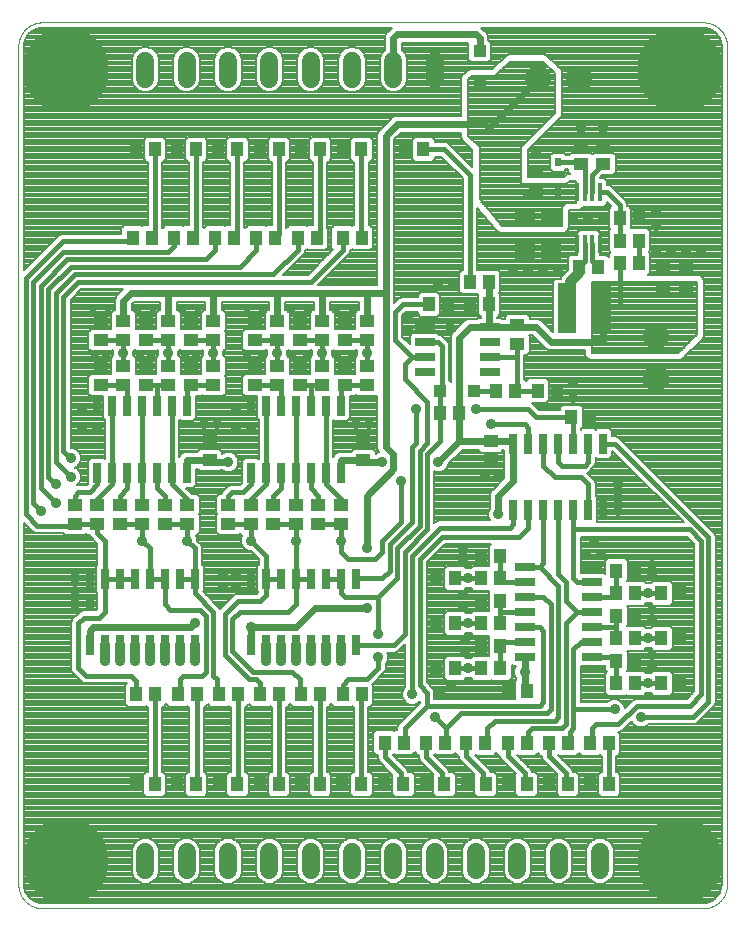
<source format=gtl>
G75*
%MOIN*%
%OFA0B0*%
%FSLAX25Y25*%
%IPPOS*%
%LPD*%
%AMOC8*
5,1,8,0,0,1.08239X$1,22.5*
%
%ADD10C,0.00400*%
%ADD11R,0.04331X0.05118*%
%ADD12R,0.01772X0.06496*%
%ADD13R,0.06299X0.16535*%
%ADD14R,0.05118X0.04331*%
%ADD15R,0.07087X0.06299*%
%ADD16R,0.04331X0.04331*%
%ADD17C,0.08661*%
%ADD18OC8,0.08661*%
%ADD19R,0.02756X0.06890*%
%ADD20R,0.02362X0.03150*%
%ADD21C,0.05937*%
%ADD22R,0.06890X0.02756*%
%ADD23C,0.00787*%
%ADD24C,0.28346*%
%ADD25C,0.03562*%
%ADD26C,0.02775*%
%ADD27C,0.00800*%
%ADD28C,0.02400*%
%ADD29C,0.01600*%
%ADD30C,0.01800*%
%ADD31C,0.03200*%
D10*
X0001394Y0009268D02*
X0001394Y0288795D01*
X0001396Y0288985D01*
X0001403Y0289175D01*
X0001415Y0289365D01*
X0001431Y0289555D01*
X0001451Y0289744D01*
X0001477Y0289933D01*
X0001506Y0290121D01*
X0001541Y0290308D01*
X0001580Y0290494D01*
X0001623Y0290679D01*
X0001671Y0290864D01*
X0001723Y0291047D01*
X0001779Y0291228D01*
X0001840Y0291408D01*
X0001906Y0291587D01*
X0001975Y0291764D01*
X0002049Y0291940D01*
X0002127Y0292113D01*
X0002210Y0292285D01*
X0002296Y0292454D01*
X0002386Y0292622D01*
X0002481Y0292787D01*
X0002579Y0292950D01*
X0002682Y0293110D01*
X0002788Y0293268D01*
X0002898Y0293423D01*
X0003011Y0293576D01*
X0003129Y0293726D01*
X0003250Y0293872D01*
X0003374Y0294016D01*
X0003502Y0294157D01*
X0003633Y0294295D01*
X0003768Y0294430D01*
X0003906Y0294561D01*
X0004047Y0294689D01*
X0004191Y0294813D01*
X0004337Y0294934D01*
X0004487Y0295052D01*
X0004640Y0295165D01*
X0004795Y0295275D01*
X0004953Y0295381D01*
X0005113Y0295484D01*
X0005276Y0295582D01*
X0005441Y0295677D01*
X0005609Y0295767D01*
X0005778Y0295853D01*
X0005950Y0295936D01*
X0006123Y0296014D01*
X0006299Y0296088D01*
X0006476Y0296157D01*
X0006655Y0296223D01*
X0006835Y0296284D01*
X0007016Y0296340D01*
X0007199Y0296392D01*
X0007384Y0296440D01*
X0007569Y0296483D01*
X0007755Y0296522D01*
X0007942Y0296557D01*
X0008130Y0296586D01*
X0008319Y0296612D01*
X0008508Y0296632D01*
X0008698Y0296648D01*
X0008888Y0296660D01*
X0009078Y0296667D01*
X0009268Y0296669D01*
X0229740Y0296669D01*
X0229930Y0296667D01*
X0230120Y0296660D01*
X0230310Y0296648D01*
X0230500Y0296632D01*
X0230689Y0296612D01*
X0230878Y0296586D01*
X0231066Y0296557D01*
X0231253Y0296522D01*
X0231439Y0296483D01*
X0231624Y0296440D01*
X0231809Y0296392D01*
X0231992Y0296340D01*
X0232173Y0296284D01*
X0232353Y0296223D01*
X0232532Y0296157D01*
X0232709Y0296088D01*
X0232885Y0296014D01*
X0233058Y0295936D01*
X0233230Y0295853D01*
X0233399Y0295767D01*
X0233567Y0295677D01*
X0233732Y0295582D01*
X0233895Y0295484D01*
X0234055Y0295381D01*
X0234213Y0295275D01*
X0234368Y0295165D01*
X0234521Y0295052D01*
X0234671Y0294934D01*
X0234817Y0294813D01*
X0234961Y0294689D01*
X0235102Y0294561D01*
X0235240Y0294430D01*
X0235375Y0294295D01*
X0235506Y0294157D01*
X0235634Y0294016D01*
X0235758Y0293872D01*
X0235879Y0293726D01*
X0235997Y0293576D01*
X0236110Y0293423D01*
X0236220Y0293268D01*
X0236326Y0293110D01*
X0236429Y0292950D01*
X0236527Y0292787D01*
X0236622Y0292622D01*
X0236712Y0292454D01*
X0236798Y0292285D01*
X0236881Y0292113D01*
X0236959Y0291940D01*
X0237033Y0291764D01*
X0237102Y0291587D01*
X0237168Y0291408D01*
X0237229Y0291228D01*
X0237285Y0291047D01*
X0237337Y0290864D01*
X0237385Y0290679D01*
X0237428Y0290494D01*
X0237467Y0290308D01*
X0237502Y0290121D01*
X0237531Y0289933D01*
X0237557Y0289744D01*
X0237577Y0289555D01*
X0237593Y0289365D01*
X0237605Y0289175D01*
X0237612Y0288985D01*
X0237614Y0288795D01*
X0237614Y0009268D01*
X0237612Y0009078D01*
X0237605Y0008888D01*
X0237593Y0008698D01*
X0237577Y0008508D01*
X0237557Y0008319D01*
X0237531Y0008130D01*
X0237502Y0007942D01*
X0237467Y0007755D01*
X0237428Y0007569D01*
X0237385Y0007384D01*
X0237337Y0007199D01*
X0237285Y0007016D01*
X0237229Y0006835D01*
X0237168Y0006655D01*
X0237102Y0006476D01*
X0237033Y0006299D01*
X0236959Y0006123D01*
X0236881Y0005950D01*
X0236798Y0005778D01*
X0236712Y0005609D01*
X0236622Y0005441D01*
X0236527Y0005276D01*
X0236429Y0005113D01*
X0236326Y0004953D01*
X0236220Y0004795D01*
X0236110Y0004640D01*
X0235997Y0004487D01*
X0235879Y0004337D01*
X0235758Y0004191D01*
X0235634Y0004047D01*
X0235506Y0003906D01*
X0235375Y0003768D01*
X0235240Y0003633D01*
X0235102Y0003502D01*
X0234961Y0003374D01*
X0234817Y0003250D01*
X0234671Y0003129D01*
X0234521Y0003011D01*
X0234368Y0002898D01*
X0234213Y0002788D01*
X0234055Y0002682D01*
X0233895Y0002579D01*
X0233732Y0002481D01*
X0233567Y0002386D01*
X0233399Y0002296D01*
X0233230Y0002210D01*
X0233058Y0002127D01*
X0232885Y0002049D01*
X0232709Y0001975D01*
X0232532Y0001906D01*
X0232353Y0001840D01*
X0232173Y0001779D01*
X0231992Y0001723D01*
X0231809Y0001671D01*
X0231624Y0001623D01*
X0231439Y0001580D01*
X0231253Y0001541D01*
X0231066Y0001506D01*
X0230878Y0001477D01*
X0230689Y0001451D01*
X0230500Y0001431D01*
X0230310Y0001415D01*
X0230120Y0001403D01*
X0229930Y0001396D01*
X0229740Y0001394D01*
X0009268Y0001394D01*
X0009078Y0001396D01*
X0008888Y0001403D01*
X0008698Y0001415D01*
X0008508Y0001431D01*
X0008319Y0001451D01*
X0008130Y0001477D01*
X0007942Y0001506D01*
X0007755Y0001541D01*
X0007569Y0001580D01*
X0007384Y0001623D01*
X0007199Y0001671D01*
X0007016Y0001723D01*
X0006835Y0001779D01*
X0006655Y0001840D01*
X0006476Y0001906D01*
X0006299Y0001975D01*
X0006123Y0002049D01*
X0005950Y0002127D01*
X0005778Y0002210D01*
X0005609Y0002296D01*
X0005441Y0002386D01*
X0005276Y0002481D01*
X0005113Y0002579D01*
X0004953Y0002682D01*
X0004795Y0002788D01*
X0004640Y0002898D01*
X0004487Y0003011D01*
X0004337Y0003129D01*
X0004191Y0003250D01*
X0004047Y0003374D01*
X0003906Y0003502D01*
X0003768Y0003633D01*
X0003633Y0003768D01*
X0003502Y0003906D01*
X0003374Y0004047D01*
X0003250Y0004191D01*
X0003129Y0004337D01*
X0003011Y0004487D01*
X0002898Y0004640D01*
X0002788Y0004795D01*
X0002682Y0004953D01*
X0002579Y0005113D01*
X0002481Y0005276D01*
X0002386Y0005441D01*
X0002296Y0005609D01*
X0002210Y0005778D01*
X0002127Y0005950D01*
X0002049Y0006123D01*
X0001975Y0006299D01*
X0001906Y0006476D01*
X0001840Y0006655D01*
X0001779Y0006835D01*
X0001723Y0007016D01*
X0001671Y0007199D01*
X0001623Y0007384D01*
X0001580Y0007569D01*
X0001541Y0007755D01*
X0001506Y0007942D01*
X0001477Y0008130D01*
X0001451Y0008319D01*
X0001431Y0008508D01*
X0001415Y0008698D01*
X0001403Y0008888D01*
X0001396Y0009078D01*
X0001394Y0009268D01*
D11*
X0040567Y0042732D03*
X0046866Y0042732D03*
X0054346Y0042732D03*
X0060646Y0042732D03*
X0068126Y0042732D03*
X0074425Y0042732D03*
X0081906Y0042732D03*
X0088205Y0042732D03*
X0095685Y0042732D03*
X0101984Y0042732D03*
X0109406Y0042732D03*
X0115705Y0042732D03*
X0123392Y0042732D03*
X0129691Y0042732D03*
X0137112Y0042732D03*
X0143411Y0042732D03*
X0150833Y0042732D03*
X0157132Y0042732D03*
X0164553Y0042732D03*
X0170852Y0042732D03*
X0178274Y0042732D03*
X0184573Y0042732D03*
X0191994Y0042732D03*
X0198293Y0042732D03*
X0198293Y0056394D03*
X0191994Y0056394D03*
X0184543Y0056394D03*
X0178244Y0056394D03*
X0170793Y0056394D03*
X0164494Y0056394D03*
X0157043Y0056394D03*
X0150744Y0056394D03*
X0143559Y0056581D03*
X0137260Y0056581D03*
X0129809Y0056581D03*
X0123510Y0056581D03*
X0115793Y0072644D03*
X0109494Y0072644D03*
X0102043Y0072644D03*
X0095744Y0072644D03*
X0088293Y0072644D03*
X0081994Y0072644D03*
X0074543Y0072644D03*
X0068244Y0072644D03*
X0060793Y0072644D03*
X0054494Y0072644D03*
X0047043Y0072644D03*
X0040744Y0072644D03*
X0140744Y0081394D03*
X0147043Y0081394D03*
X0155744Y0081394D03*
X0162043Y0081394D03*
X0162043Y0088894D03*
X0155744Y0088894D03*
X0155744Y0096394D03*
X0162043Y0096394D03*
X0162043Y0103894D03*
X0155744Y0103894D03*
X0155744Y0111394D03*
X0162043Y0111394D03*
X0162043Y0118894D03*
X0155744Y0118894D03*
X0147043Y0111394D03*
X0140744Y0111394D03*
X0140744Y0096394D03*
X0147043Y0096394D03*
X0164494Y0073894D03*
X0170793Y0073894D03*
X0200744Y0076394D03*
X0207043Y0076394D03*
X0207043Y0083894D03*
X0200744Y0083894D03*
X0200744Y0091394D03*
X0207043Y0091394D03*
X0207043Y0098894D03*
X0200744Y0098894D03*
X0200744Y0106394D03*
X0207043Y0106394D03*
X0207043Y0113894D03*
X0200744Y0113894D03*
X0215744Y0106394D03*
X0222043Y0106394D03*
X0222043Y0091394D03*
X0215744Y0091394D03*
X0215744Y0076394D03*
X0222043Y0076394D03*
X0192043Y0165144D03*
X0185744Y0165144D03*
X0180793Y0173894D03*
X0174494Y0173894D03*
X0167043Y0173894D03*
X0160744Y0173894D03*
X0148293Y0166394D03*
X0141994Y0166394D03*
X0144543Y0202644D03*
X0138244Y0202644D03*
X0151994Y0202644D03*
X0158293Y0202644D03*
X0158293Y0210144D03*
X0151994Y0210144D03*
X0115793Y0224829D03*
X0109494Y0224829D03*
X0100793Y0224829D03*
X0094494Y0224829D03*
X0087043Y0224829D03*
X0080744Y0224829D03*
X0073293Y0224829D03*
X0066994Y0224829D03*
X0059543Y0224829D03*
X0053244Y0224829D03*
X0045793Y0224829D03*
X0039494Y0224829D03*
X0040626Y0254346D03*
X0046925Y0254346D03*
X0054346Y0254346D03*
X0060646Y0254346D03*
X0068067Y0254346D03*
X0074366Y0254346D03*
X0081906Y0254346D03*
X0088205Y0254346D03*
X0095685Y0254346D03*
X0101984Y0254346D03*
X0109465Y0254346D03*
X0115764Y0254346D03*
X0130134Y0254346D03*
X0136433Y0254346D03*
X0188244Y0215144D03*
X0194543Y0215144D03*
X0201994Y0216394D03*
X0208293Y0216394D03*
X0208293Y0223894D03*
X0208293Y0231394D03*
X0201994Y0231394D03*
X0201994Y0223894D03*
D12*
X0195144Y0222732D03*
X0192644Y0222732D03*
X0190144Y0222732D03*
X0187644Y0222732D03*
X0187644Y0240055D03*
X0190144Y0240055D03*
X0192644Y0240055D03*
X0195144Y0240055D03*
D13*
X0196049Y0201394D03*
X0184238Y0201394D03*
D14*
X0167644Y0195793D03*
X0167644Y0189494D03*
X0158894Y0157043D03*
X0158894Y0150744D03*
X0117644Y0175744D03*
X0117644Y0182043D03*
X0110144Y0182043D03*
X0110144Y0175744D03*
X0102644Y0175744D03*
X0102644Y0182043D03*
X0095144Y0182043D03*
X0095144Y0175744D03*
X0087644Y0175744D03*
X0087644Y0182043D03*
X0080144Y0182043D03*
X0080144Y0175744D03*
X0080144Y0190744D03*
X0080144Y0197043D03*
X0087644Y0197043D03*
X0087644Y0190744D03*
X0095144Y0190744D03*
X0095144Y0197043D03*
X0102644Y0197043D03*
X0102644Y0190744D03*
X0110144Y0190744D03*
X0110144Y0197043D03*
X0117644Y0197043D03*
X0117644Y0190744D03*
X0116394Y0157043D03*
X0116394Y0150744D03*
X0108894Y0135793D03*
X0108894Y0129494D03*
X0101394Y0129494D03*
X0101394Y0135793D03*
X0093894Y0135793D03*
X0093894Y0129494D03*
X0086394Y0129494D03*
X0086394Y0135793D03*
X0078894Y0135793D03*
X0078894Y0129494D03*
X0071394Y0129494D03*
X0071394Y0135793D03*
X0065144Y0150744D03*
X0065144Y0157043D03*
X0066394Y0175744D03*
X0066394Y0182043D03*
X0058894Y0182043D03*
X0058894Y0175744D03*
X0051394Y0175744D03*
X0051394Y0182043D03*
X0043894Y0182043D03*
X0043894Y0175744D03*
X0036394Y0175744D03*
X0036394Y0182043D03*
X0028894Y0182043D03*
X0028894Y0175744D03*
X0028894Y0190744D03*
X0028894Y0197043D03*
X0036394Y0197043D03*
X0036394Y0190744D03*
X0043894Y0190744D03*
X0043894Y0197043D03*
X0051394Y0197043D03*
X0051394Y0190744D03*
X0058894Y0190744D03*
X0058894Y0197043D03*
X0066394Y0197043D03*
X0066394Y0190744D03*
X0057644Y0135793D03*
X0057644Y0129494D03*
X0050144Y0129494D03*
X0050144Y0135793D03*
X0042644Y0135793D03*
X0042644Y0129494D03*
X0035144Y0129494D03*
X0035144Y0135793D03*
X0027644Y0135793D03*
X0027644Y0129494D03*
X0020144Y0129494D03*
X0020144Y0135793D03*
X0173894Y0240744D03*
X0173894Y0247043D03*
X0188894Y0249494D03*
X0188894Y0255793D03*
X0196394Y0255793D03*
X0196394Y0249494D03*
X0216394Y0214543D03*
X0216394Y0208244D03*
X0223894Y0208244D03*
X0223894Y0214543D03*
D15*
X0178894Y0220882D03*
X0170144Y0220882D03*
X0170144Y0231906D03*
X0178894Y0231906D03*
D16*
X0155144Y0275685D03*
X0155144Y0287102D03*
X0153352Y0173894D03*
X0141935Y0173894D03*
D17*
X0213894Y0192033D03*
X0174504Y0277644D03*
D18*
X0188283Y0277644D03*
X0213894Y0178254D03*
D19*
X0196394Y0156266D03*
X0191394Y0156266D03*
X0186394Y0156266D03*
X0181394Y0156266D03*
X0176394Y0156266D03*
X0171394Y0156266D03*
X0166394Y0156266D03*
X0166394Y0134022D03*
X0171394Y0134022D03*
X0176394Y0134022D03*
X0181394Y0134022D03*
X0186394Y0134022D03*
X0191394Y0134022D03*
X0196394Y0134022D03*
X0113894Y0111266D03*
X0108894Y0111266D03*
X0103894Y0111266D03*
X0098894Y0111266D03*
X0093894Y0111266D03*
X0088894Y0111266D03*
X0083894Y0111266D03*
X0078894Y0111266D03*
X0060144Y0111266D03*
X0055144Y0111266D03*
X0050144Y0111266D03*
X0045144Y0111266D03*
X0040144Y0111266D03*
X0035144Y0111266D03*
X0030144Y0111266D03*
X0025144Y0111266D03*
X0025144Y0089022D03*
X0030144Y0089022D03*
X0035144Y0089022D03*
X0040144Y0089022D03*
X0045144Y0089022D03*
X0050144Y0089022D03*
X0055144Y0089022D03*
X0060144Y0089022D03*
X0078894Y0089022D03*
X0083894Y0089022D03*
X0088894Y0089022D03*
X0093894Y0089022D03*
X0098894Y0089022D03*
X0103894Y0089022D03*
X0108894Y0089022D03*
X0113894Y0089022D03*
X0108894Y0146522D03*
X0103894Y0146522D03*
X0098894Y0146522D03*
X0093894Y0146522D03*
X0088894Y0146522D03*
X0083894Y0146522D03*
X0078894Y0146522D03*
X0057644Y0146522D03*
X0052644Y0146522D03*
X0047644Y0146522D03*
X0042644Y0146522D03*
X0037644Y0146522D03*
X0032644Y0146522D03*
X0027644Y0146522D03*
X0027644Y0168766D03*
X0032644Y0168766D03*
X0037644Y0168766D03*
X0042644Y0168766D03*
X0047644Y0168766D03*
X0052644Y0168766D03*
X0057644Y0168766D03*
X0078894Y0168766D03*
X0083894Y0168766D03*
X0088894Y0168766D03*
X0093894Y0168766D03*
X0098894Y0168766D03*
X0103894Y0168766D03*
X0108894Y0168766D03*
D20*
X0181394Y0240222D03*
X0181394Y0250065D03*
D21*
X0140173Y0277953D02*
X0140173Y0283890D01*
X0126394Y0283890D02*
X0126394Y0277953D01*
X0112614Y0277953D02*
X0112614Y0283890D01*
X0098835Y0283890D02*
X0098835Y0277953D01*
X0085055Y0277953D02*
X0085055Y0283890D01*
X0071276Y0283890D02*
X0071276Y0277953D01*
X0057496Y0277953D02*
X0057496Y0283890D01*
X0043717Y0283890D02*
X0043717Y0277953D01*
X0043717Y0020110D02*
X0043717Y0014173D01*
X0057496Y0014173D02*
X0057496Y0020110D01*
X0071276Y0020110D02*
X0071276Y0014173D01*
X0085055Y0014173D02*
X0085055Y0020110D01*
X0098835Y0020110D02*
X0098835Y0014173D01*
X0112614Y0014173D02*
X0112614Y0020110D01*
X0126394Y0020110D02*
X0126394Y0014173D01*
X0140173Y0014173D02*
X0140173Y0020110D01*
X0153953Y0020110D02*
X0153953Y0014173D01*
X0167732Y0014173D02*
X0167732Y0020110D01*
X0181512Y0020110D02*
X0181512Y0014173D01*
X0195291Y0014173D02*
X0195291Y0020110D01*
D22*
X0192516Y0085144D03*
X0192516Y0090144D03*
X0192516Y0095144D03*
X0192516Y0100144D03*
X0192516Y0105144D03*
X0192516Y0110144D03*
X0192516Y0115144D03*
X0170272Y0115144D03*
X0170272Y0110144D03*
X0170272Y0105144D03*
X0170272Y0100144D03*
X0170272Y0095144D03*
X0170272Y0090144D03*
X0170272Y0085144D03*
X0158470Y0180144D03*
X0158470Y0185144D03*
X0158470Y0190144D03*
X0158470Y0195144D03*
X0136817Y0195144D03*
X0136817Y0190144D03*
X0136817Y0185144D03*
X0136817Y0180144D03*
D23*
X0003850Y0006507D02*
X0004968Y0004968D01*
X0006507Y0003850D01*
X0008317Y0003262D01*
X0009268Y0003187D01*
X0229740Y0003187D01*
X0230691Y0003262D01*
X0232501Y0003850D01*
X0234040Y0004968D01*
X0235158Y0006507D01*
X0235746Y0008317D01*
X0235820Y0009268D01*
X0235820Y0288795D01*
X0235746Y0289746D01*
X0235158Y0291556D01*
X0234040Y0293095D01*
X0232501Y0294213D01*
X0230691Y0294801D01*
X0229740Y0294876D01*
X0155613Y0294876D01*
X0156262Y0294226D01*
X0157512Y0292976D01*
X0157937Y0291949D01*
X0157937Y0290861D01*
X0157969Y0290861D01*
X0158903Y0289928D01*
X0158903Y0284277D01*
X0157969Y0283343D01*
X0152318Y0283343D01*
X0151385Y0284277D01*
X0151385Y0289850D01*
X0129187Y0289850D01*
X0129187Y0287548D01*
X0130261Y0286474D01*
X0130956Y0284797D01*
X0130956Y0277045D01*
X0130261Y0275368D01*
X0128978Y0274085D01*
X0127301Y0273391D01*
X0125486Y0273391D01*
X0123809Y0274085D01*
X0122526Y0275368D01*
X0121831Y0277045D01*
X0121831Y0284797D01*
X0122526Y0286474D01*
X0123600Y0287548D01*
X0123600Y0291949D01*
X0124025Y0292976D01*
X0124811Y0293762D01*
X0125925Y0294876D01*
X0009268Y0294876D01*
X0008317Y0294801D01*
X0006507Y0294213D01*
X0004968Y0293095D01*
X0003850Y0291556D01*
X0003262Y0289746D01*
X0003187Y0288795D01*
X0003187Y0214073D01*
X0014364Y0225250D01*
X0014364Y0225250D01*
X0015038Y0225923D01*
X0015918Y0226287D01*
X0035735Y0226287D01*
X0035735Y0228048D01*
X0036669Y0228981D01*
X0042320Y0228981D01*
X0042644Y0228657D01*
X0042968Y0228981D01*
X0044531Y0228981D01*
X0044531Y0250194D01*
X0044100Y0250194D01*
X0043166Y0251127D01*
X0043166Y0257566D01*
X0044100Y0258499D01*
X0049751Y0258499D01*
X0050684Y0257566D01*
X0050684Y0251127D01*
X0049751Y0250194D01*
X0049319Y0250194D01*
X0049319Y0228281D01*
X0049519Y0228082D01*
X0050419Y0228981D01*
X0056070Y0228981D01*
X0056394Y0228657D01*
X0056718Y0228981D01*
X0058252Y0228981D01*
X0058252Y0250194D01*
X0057820Y0250194D01*
X0056887Y0251127D01*
X0056887Y0257566D01*
X0057820Y0258499D01*
X0063471Y0258499D01*
X0064405Y0257566D01*
X0064405Y0251127D01*
X0063471Y0250194D01*
X0063039Y0250194D01*
X0063039Y0228311D01*
X0063269Y0228082D01*
X0064169Y0228981D01*
X0069820Y0228981D01*
X0070144Y0228657D01*
X0070468Y0228981D01*
X0071972Y0228981D01*
X0071972Y0250194D01*
X0071541Y0250194D01*
X0070607Y0251127D01*
X0070607Y0257566D01*
X0071541Y0258499D01*
X0077192Y0258499D01*
X0078125Y0257566D01*
X0078125Y0251127D01*
X0077192Y0250194D01*
X0076760Y0250194D01*
X0076760Y0228340D01*
X0077019Y0228082D01*
X0077919Y0228981D01*
X0083570Y0228981D01*
X0083894Y0228657D01*
X0084218Y0228981D01*
X0085811Y0228981D01*
X0085811Y0250194D01*
X0085379Y0250194D01*
X0084446Y0251127D01*
X0084446Y0257566D01*
X0085379Y0258499D01*
X0091030Y0258499D01*
X0091964Y0257566D01*
X0091964Y0251127D01*
X0091030Y0250194D01*
X0090598Y0250194D01*
X0090598Y0228252D01*
X0090769Y0228082D01*
X0091669Y0228981D01*
X0097320Y0228981D01*
X0097644Y0228657D01*
X0097968Y0228981D01*
X0099591Y0228981D01*
X0099591Y0250194D01*
X0099159Y0250194D01*
X0098225Y0251127D01*
X0098225Y0257566D01*
X0099159Y0258499D01*
X0104810Y0258499D01*
X0105743Y0257566D01*
X0105743Y0251127D01*
X0104810Y0250194D01*
X0104378Y0250194D01*
X0104378Y0228222D01*
X0104552Y0228048D01*
X0104552Y0221610D01*
X0103619Y0220676D01*
X0097968Y0220676D01*
X0097644Y0221000D01*
X0097320Y0220676D01*
X0096888Y0220676D01*
X0096888Y0220268D01*
X0096523Y0219388D01*
X0089673Y0212537D01*
X0097902Y0212537D01*
X0106355Y0220990D01*
X0105735Y0221610D01*
X0105735Y0228048D01*
X0106669Y0228981D01*
X0112320Y0228981D01*
X0112644Y0228657D01*
X0112968Y0228981D01*
X0113370Y0228981D01*
X0113370Y0250194D01*
X0112938Y0250194D01*
X0112005Y0251127D01*
X0112005Y0257566D01*
X0112938Y0258499D01*
X0118589Y0258499D01*
X0119523Y0257566D01*
X0119523Y0251127D01*
X0118589Y0250194D01*
X0118157Y0250194D01*
X0118157Y0228981D01*
X0118619Y0228981D01*
X0119552Y0228048D01*
X0119552Y0221610D01*
X0118619Y0220676D01*
X0112968Y0220676D01*
X0112644Y0221000D01*
X0112320Y0220676D01*
X0111888Y0220676D01*
X0111888Y0220268D01*
X0111523Y0219388D01*
X0101323Y0209187D01*
X0121100Y0209187D01*
X0121100Y0259449D01*
X0121525Y0260476D01*
X0125275Y0264226D01*
X0126061Y0265012D01*
X0127088Y0265437D01*
X0149000Y0265437D01*
X0149000Y0278120D01*
X0149364Y0279000D01*
X0150614Y0280250D01*
X0151288Y0280923D01*
X0152168Y0281287D01*
X0159197Y0281287D01*
X0163479Y0285299D01*
X0163788Y0285608D01*
X0163825Y0285623D01*
X0163854Y0285651D01*
X0164264Y0285805D01*
X0164668Y0285972D01*
X0164708Y0285972D01*
X0164746Y0285987D01*
X0165183Y0285972D01*
X0176870Y0285972D01*
X0177750Y0285608D01*
X0181500Y0281858D01*
X0182173Y0281185D01*
X0182537Y0280305D01*
X0182537Y0265918D01*
X0182173Y0265038D01*
X0171287Y0254152D01*
X0171287Y0245037D01*
X0182902Y0245037D01*
X0183114Y0245250D01*
X0183788Y0245923D01*
X0184668Y0246287D01*
X0185122Y0246287D01*
X0184741Y0246669D01*
X0184741Y0247750D01*
X0184088Y0247750D01*
X0183235Y0246896D01*
X0179552Y0246896D01*
X0178619Y0247830D01*
X0178619Y0252300D01*
X0179552Y0253233D01*
X0183235Y0253233D01*
X0183931Y0252537D01*
X0184959Y0252537D01*
X0185675Y0253253D01*
X0192113Y0253253D01*
X0192644Y0252722D01*
X0193175Y0253253D01*
X0199613Y0253253D01*
X0200546Y0252320D01*
X0200546Y0246669D01*
X0199613Y0245735D01*
X0196020Y0245735D01*
X0195182Y0244897D01*
X0196690Y0244897D01*
X0197623Y0243963D01*
X0197623Y0242537D01*
X0198120Y0242537D01*
X0199000Y0242173D01*
X0199673Y0241500D01*
X0204023Y0237149D01*
X0204388Y0236269D01*
X0204388Y0235546D01*
X0204820Y0235546D01*
X0205753Y0234613D01*
X0205753Y0228175D01*
X0205625Y0228046D01*
X0211119Y0228046D01*
X0212052Y0227113D01*
X0212052Y0220675D01*
X0211522Y0220144D01*
X0212052Y0219613D01*
X0212052Y0213175D01*
X0211415Y0212537D01*
X0228120Y0212537D01*
X0229000Y0212173D01*
X0229673Y0211500D01*
X0230037Y0210620D01*
X0230037Y0192168D01*
X0229673Y0191288D01*
X0223423Y0185038D01*
X0222750Y0184364D01*
X0221870Y0184000D01*
X0192168Y0184000D01*
X0191288Y0184364D01*
X0190614Y0185038D01*
X0190250Y0185918D01*
X0190250Y0187350D01*
X0178338Y0187350D01*
X0177311Y0187775D01*
X0176525Y0188561D01*
X0176525Y0188561D01*
X0172737Y0192350D01*
X0171766Y0192350D01*
X0171796Y0192320D01*
X0171796Y0186669D01*
X0170863Y0185735D01*
X0170037Y0185735D01*
X0170037Y0177878D01*
X0170769Y0177147D01*
X0171669Y0178046D01*
X0177320Y0178046D01*
X0178253Y0177113D01*
X0178253Y0170675D01*
X0177320Y0169741D01*
X0172585Y0169741D01*
X0172750Y0169673D01*
X0173423Y0169000D01*
X0174885Y0167537D01*
X0181985Y0167537D01*
X0181985Y0168363D01*
X0182919Y0169296D01*
X0188570Y0169296D01*
X0189503Y0168363D01*
X0189503Y0161925D01*
X0188787Y0161209D01*
X0188787Y0160949D01*
X0188894Y0160842D01*
X0189356Y0161304D01*
X0193432Y0161304D01*
X0193894Y0160842D01*
X0194356Y0161304D01*
X0198432Y0161304D01*
X0199365Y0160371D01*
X0199365Y0158659D01*
X0200748Y0158659D01*
X0201628Y0158295D01*
X0232750Y0127173D01*
X0232750Y0127173D01*
X0233423Y0126500D01*
X0233787Y0125620D01*
X0233787Y0069668D01*
X0233423Y0068788D01*
X0227750Y0063114D01*
X0226870Y0062750D01*
X0211273Y0062750D01*
X0210805Y0062283D01*
X0209565Y0061769D01*
X0208222Y0061769D01*
X0206982Y0062283D01*
X0206033Y0063232D01*
X0205838Y0063703D01*
X0203423Y0061288D01*
X0202750Y0060614D01*
X0201870Y0060250D01*
X0201415Y0060250D01*
X0202052Y0059613D01*
X0202052Y0053175D01*
X0201119Y0052241D01*
X0200687Y0052241D01*
X0200687Y0046885D01*
X0201119Y0046885D01*
X0202052Y0045951D01*
X0202052Y0039513D01*
X0201119Y0038580D01*
X0195468Y0038580D01*
X0194534Y0039513D01*
X0194534Y0045951D01*
X0195468Y0046885D01*
X0195900Y0046885D01*
X0195900Y0052241D01*
X0195468Y0052241D01*
X0195144Y0052565D01*
X0194820Y0052241D01*
X0189169Y0052241D01*
X0188269Y0053141D01*
X0187369Y0052241D01*
X0181718Y0052241D01*
X0181394Y0052565D01*
X0181251Y0052422D01*
X0185250Y0048423D01*
X0185923Y0047750D01*
X0186281Y0046885D01*
X0187398Y0046885D01*
X0188332Y0045951D01*
X0188332Y0039513D01*
X0187398Y0038580D01*
X0181747Y0038580D01*
X0180814Y0039513D01*
X0180814Y0045951D01*
X0180882Y0046020D01*
X0176215Y0050687D01*
X0175850Y0051567D01*
X0175850Y0052241D01*
X0175419Y0052241D01*
X0174519Y0053141D01*
X0173619Y0052241D01*
X0167968Y0052241D01*
X0167644Y0052565D01*
X0167501Y0052422D01*
X0171500Y0048423D01*
X0171500Y0048423D01*
X0172173Y0047750D01*
X0172531Y0046885D01*
X0173678Y0046885D01*
X0174611Y0045951D01*
X0174611Y0039513D01*
X0173678Y0038580D01*
X0168027Y0038580D01*
X0167093Y0039513D01*
X0167093Y0045951D01*
X0167147Y0046005D01*
X0162465Y0050687D01*
X0162100Y0051567D01*
X0162100Y0052241D01*
X0161669Y0052241D01*
X0160769Y0053141D01*
X0159869Y0052241D01*
X0154218Y0052241D01*
X0153894Y0052565D01*
X0153751Y0052422D01*
X0157750Y0048423D01*
X0158423Y0047750D01*
X0158781Y0046885D01*
X0159957Y0046885D01*
X0160891Y0045951D01*
X0160891Y0039513D01*
X0159957Y0038580D01*
X0154306Y0038580D01*
X0153373Y0039513D01*
X0153373Y0045951D01*
X0153412Y0045990D01*
X0148715Y0050687D01*
X0148350Y0051567D01*
X0148350Y0052241D01*
X0147919Y0052241D01*
X0147058Y0053101D01*
X0146385Y0052428D01*
X0140734Y0052428D01*
X0140409Y0052752D01*
X0140085Y0052428D01*
X0139995Y0052428D01*
X0144000Y0048423D01*
X0144673Y0047750D01*
X0145031Y0046885D01*
X0146237Y0046885D01*
X0147170Y0045951D01*
X0147170Y0039513D01*
X0146237Y0038580D01*
X0140586Y0038580D01*
X0139652Y0039513D01*
X0139652Y0045951D01*
X0139677Y0045976D01*
X0135231Y0050422D01*
X0134866Y0051301D01*
X0134866Y0052428D01*
X0134434Y0052428D01*
X0133534Y0053328D01*
X0132635Y0052428D01*
X0126984Y0052428D01*
X0126659Y0052752D01*
X0126335Y0052428D01*
X0126245Y0052428D01*
X0130250Y0048423D01*
X0130923Y0047750D01*
X0131281Y0046885D01*
X0132516Y0046885D01*
X0133450Y0045951D01*
X0133450Y0039513D01*
X0132516Y0038580D01*
X0126865Y0038580D01*
X0125932Y0039513D01*
X0125932Y0045951D01*
X0125941Y0045961D01*
X0121481Y0050422D01*
X0121116Y0051301D01*
X0121116Y0052428D01*
X0120684Y0052428D01*
X0119751Y0053362D01*
X0119751Y0059800D01*
X0120684Y0060733D01*
X0126335Y0060733D01*
X0126659Y0060409D01*
X0126984Y0060733D01*
X0127750Y0060733D01*
X0127750Y0061870D01*
X0128114Y0062750D01*
X0128788Y0063423D01*
X0135250Y0069885D01*
X0135250Y0070477D01*
X0134555Y0069783D01*
X0133315Y0069269D01*
X0131972Y0069269D01*
X0130732Y0069783D01*
X0129783Y0070732D01*
X0129269Y0071972D01*
X0129269Y0073315D01*
X0129783Y0074555D01*
X0130250Y0075023D01*
X0130250Y0089365D01*
X0127878Y0086992D01*
X0126998Y0086628D01*
X0124432Y0086628D01*
X0124768Y0085815D01*
X0124768Y0084472D01*
X0124255Y0083232D01*
X0123787Y0082765D01*
X0123787Y0080918D01*
X0123423Y0080038D01*
X0122750Y0079364D01*
X0122750Y0079364D01*
X0119673Y0076288D01*
X0119400Y0076015D01*
X0119552Y0075863D01*
X0119552Y0069425D01*
X0118619Y0068491D01*
X0118098Y0068491D01*
X0118098Y0046885D01*
X0118530Y0046885D01*
X0119464Y0045951D01*
X0119464Y0039513D01*
X0118530Y0038580D01*
X0112879Y0038580D01*
X0111946Y0039513D01*
X0111946Y0045951D01*
X0112879Y0046885D01*
X0113311Y0046885D01*
X0113311Y0068491D01*
X0112968Y0068491D01*
X0112644Y0068815D01*
X0112320Y0068491D01*
X0106669Y0068491D01*
X0105769Y0069391D01*
X0104869Y0068491D01*
X0104378Y0068491D01*
X0104378Y0046885D01*
X0104810Y0046885D01*
X0105743Y0045951D01*
X0105743Y0039513D01*
X0104810Y0038580D01*
X0099159Y0038580D01*
X0098225Y0039513D01*
X0098225Y0045951D01*
X0099159Y0046885D01*
X0099591Y0046885D01*
X0099591Y0068491D01*
X0099218Y0068491D01*
X0098894Y0068815D01*
X0098570Y0068491D01*
X0092919Y0068491D01*
X0092019Y0069391D01*
X0091119Y0068491D01*
X0090687Y0068491D01*
X0090687Y0046885D01*
X0091030Y0046885D01*
X0091964Y0045951D01*
X0091964Y0039513D01*
X0091030Y0038580D01*
X0085379Y0038580D01*
X0084446Y0039513D01*
X0084446Y0045951D01*
X0085379Y0046885D01*
X0085900Y0046885D01*
X0085900Y0068491D01*
X0085468Y0068491D01*
X0085144Y0068815D01*
X0084820Y0068491D01*
X0079169Y0068491D01*
X0078269Y0069391D01*
X0077369Y0068491D01*
X0076937Y0068491D01*
X0076937Y0046885D01*
X0077251Y0046885D01*
X0078184Y0045951D01*
X0078184Y0039513D01*
X0077251Y0038580D01*
X0071600Y0038580D01*
X0070666Y0039513D01*
X0070666Y0045951D01*
X0071600Y0046885D01*
X0072150Y0046885D01*
X0072150Y0068491D01*
X0071718Y0068491D01*
X0071394Y0068815D01*
X0071070Y0068491D01*
X0065419Y0068491D01*
X0064519Y0069391D01*
X0063619Y0068491D01*
X0063187Y0068491D01*
X0063187Y0046885D01*
X0063471Y0046885D01*
X0064405Y0045951D01*
X0064405Y0039513D01*
X0063471Y0038580D01*
X0057820Y0038580D01*
X0056887Y0039513D01*
X0056887Y0045951D01*
X0057820Y0046885D01*
X0058400Y0046885D01*
X0058400Y0068491D01*
X0057968Y0068491D01*
X0057644Y0068815D01*
X0057320Y0068491D01*
X0051669Y0068491D01*
X0050769Y0069391D01*
X0049869Y0068491D01*
X0049437Y0068491D01*
X0049437Y0046885D01*
X0049692Y0046885D01*
X0050625Y0045951D01*
X0050625Y0039513D01*
X0049692Y0038580D01*
X0044041Y0038580D01*
X0043107Y0039513D01*
X0043107Y0045951D01*
X0044041Y0046885D01*
X0044650Y0046885D01*
X0044650Y0068491D01*
X0044218Y0068491D01*
X0043894Y0068815D01*
X0043570Y0068491D01*
X0037919Y0068491D01*
X0036985Y0069425D01*
X0036985Y0075863D01*
X0037622Y0076500D01*
X0023418Y0076500D01*
X0022538Y0076864D01*
X0020038Y0079364D01*
X0019364Y0080038D01*
X0019000Y0080918D01*
X0019000Y0096870D01*
X0019364Y0097750D01*
X0021913Y0100298D01*
X0022793Y0100662D01*
X0027277Y0100662D01*
X0027750Y0101135D01*
X0027750Y0106583D01*
X0027172Y0107161D01*
X0027172Y0115371D01*
X0027750Y0115949D01*
X0027750Y0122902D01*
X0025614Y0125038D01*
X0025326Y0125735D01*
X0024425Y0125735D01*
X0023894Y0126266D01*
X0023363Y0125735D01*
X0016925Y0125735D01*
X0016160Y0126500D01*
X0007168Y0126500D01*
X0006288Y0126864D01*
X0005614Y0127538D01*
X0003187Y0129965D01*
X0003187Y0009268D01*
X0003262Y0008317D01*
X0003850Y0006507D01*
X0003724Y0006895D02*
X0235284Y0006895D01*
X0235539Y0007681D02*
X0003469Y0007681D01*
X0003250Y0008467D02*
X0235757Y0008467D01*
X0235819Y0009253D02*
X0003189Y0009253D01*
X0003187Y0010039D02*
X0041776Y0010039D01*
X0041132Y0010306D02*
X0042809Y0009611D01*
X0044624Y0009611D01*
X0046301Y0010306D01*
X0047584Y0011589D01*
X0048279Y0013266D01*
X0048279Y0021018D01*
X0047584Y0022695D01*
X0046301Y0023978D01*
X0044624Y0024672D01*
X0042809Y0024672D01*
X0041132Y0023978D01*
X0039849Y0022695D01*
X0039154Y0021018D01*
X0039154Y0013266D01*
X0039849Y0011589D01*
X0041132Y0010306D01*
X0040613Y0010825D02*
X0003187Y0010825D01*
X0003187Y0011611D02*
X0039840Y0011611D01*
X0039514Y0012396D02*
X0003187Y0012396D01*
X0003187Y0013182D02*
X0039189Y0013182D01*
X0039154Y0013968D02*
X0003187Y0013968D01*
X0003187Y0014754D02*
X0039154Y0014754D01*
X0039154Y0015540D02*
X0003187Y0015540D01*
X0003187Y0016326D02*
X0039154Y0016326D01*
X0039154Y0017112D02*
X0003187Y0017112D01*
X0003187Y0017898D02*
X0039154Y0017898D01*
X0039154Y0018684D02*
X0003187Y0018684D01*
X0003187Y0019470D02*
X0039154Y0019470D01*
X0039154Y0020256D02*
X0003187Y0020256D01*
X0003187Y0021042D02*
X0039164Y0021042D01*
X0039490Y0021827D02*
X0003187Y0021827D01*
X0003187Y0022613D02*
X0039815Y0022613D01*
X0040554Y0023399D02*
X0003187Y0023399D01*
X0003187Y0024185D02*
X0041633Y0024185D01*
X0045800Y0024185D02*
X0055412Y0024185D01*
X0054912Y0023978D02*
X0053628Y0022695D01*
X0052934Y0021018D01*
X0052934Y0013266D01*
X0053628Y0011589D01*
X0054912Y0010306D01*
X0056589Y0009611D01*
X0058404Y0009611D01*
X0060080Y0010306D01*
X0061364Y0011589D01*
X0062058Y0013266D01*
X0062058Y0021018D01*
X0061364Y0022695D01*
X0060080Y0023978D01*
X0058404Y0024672D01*
X0056589Y0024672D01*
X0054912Y0023978D01*
X0054333Y0023399D02*
X0046879Y0023399D01*
X0047618Y0022613D02*
X0053595Y0022613D01*
X0053269Y0021827D02*
X0047943Y0021827D01*
X0048269Y0021042D02*
X0052944Y0021042D01*
X0052934Y0020256D02*
X0048279Y0020256D01*
X0048279Y0019470D02*
X0052934Y0019470D01*
X0052934Y0018684D02*
X0048279Y0018684D01*
X0048279Y0017898D02*
X0052934Y0017898D01*
X0052934Y0017112D02*
X0048279Y0017112D01*
X0048279Y0016326D02*
X0052934Y0016326D01*
X0052934Y0015540D02*
X0048279Y0015540D01*
X0048279Y0014754D02*
X0052934Y0014754D01*
X0052934Y0013968D02*
X0048279Y0013968D01*
X0048244Y0013182D02*
X0052968Y0013182D01*
X0053294Y0012396D02*
X0047919Y0012396D01*
X0047593Y0011611D02*
X0053619Y0011611D01*
X0054393Y0010825D02*
X0046820Y0010825D01*
X0045657Y0010039D02*
X0055556Y0010039D01*
X0059436Y0010039D02*
X0069335Y0010039D01*
X0068691Y0010306D02*
X0070368Y0009611D01*
X0072183Y0009611D01*
X0073860Y0010306D01*
X0075143Y0011589D01*
X0075838Y0013266D01*
X0075838Y0021018D01*
X0075143Y0022695D01*
X0073860Y0023978D01*
X0072183Y0024672D01*
X0070368Y0024672D01*
X0068691Y0023978D01*
X0067408Y0022695D01*
X0066713Y0021018D01*
X0066713Y0013266D01*
X0067408Y0011589D01*
X0068691Y0010306D01*
X0068172Y0010825D02*
X0060599Y0010825D01*
X0061373Y0011611D02*
X0067399Y0011611D01*
X0067073Y0012396D02*
X0061698Y0012396D01*
X0062024Y0013182D02*
X0066748Y0013182D01*
X0066713Y0013968D02*
X0062058Y0013968D01*
X0062058Y0014754D02*
X0066713Y0014754D01*
X0066713Y0015540D02*
X0062058Y0015540D01*
X0062058Y0016326D02*
X0066713Y0016326D01*
X0066713Y0017112D02*
X0062058Y0017112D01*
X0062058Y0017898D02*
X0066713Y0017898D01*
X0066713Y0018684D02*
X0062058Y0018684D01*
X0062058Y0019470D02*
X0066713Y0019470D01*
X0066713Y0020256D02*
X0062058Y0020256D01*
X0062048Y0021042D02*
X0066723Y0021042D01*
X0067049Y0021827D02*
X0061723Y0021827D01*
X0061397Y0022613D02*
X0067374Y0022613D01*
X0068113Y0023399D02*
X0060659Y0023399D01*
X0059580Y0024185D02*
X0069192Y0024185D01*
X0073359Y0024185D02*
X0082971Y0024185D01*
X0082471Y0023978D02*
X0084148Y0024672D01*
X0085963Y0024672D01*
X0087639Y0023978D01*
X0088923Y0022695D01*
X0089617Y0021018D01*
X0089617Y0013266D01*
X0088923Y0011589D01*
X0087639Y0010306D01*
X0085963Y0009611D01*
X0084148Y0009611D01*
X0082471Y0010306D01*
X0081187Y0011589D01*
X0080493Y0013266D01*
X0080493Y0021018D01*
X0081187Y0022695D01*
X0082471Y0023978D01*
X0081892Y0023399D02*
X0074438Y0023399D01*
X0075177Y0022613D02*
X0081154Y0022613D01*
X0080828Y0021827D02*
X0075502Y0021827D01*
X0075828Y0021042D02*
X0080503Y0021042D01*
X0080493Y0020256D02*
X0075838Y0020256D01*
X0075838Y0019470D02*
X0080493Y0019470D01*
X0080493Y0018684D02*
X0075838Y0018684D01*
X0075838Y0017898D02*
X0080493Y0017898D01*
X0080493Y0017112D02*
X0075838Y0017112D01*
X0075838Y0016326D02*
X0080493Y0016326D01*
X0080493Y0015540D02*
X0075838Y0015540D01*
X0075838Y0014754D02*
X0080493Y0014754D01*
X0080493Y0013968D02*
X0075838Y0013968D01*
X0075803Y0013182D02*
X0080527Y0013182D01*
X0080853Y0012396D02*
X0075478Y0012396D01*
X0075152Y0011611D02*
X0081178Y0011611D01*
X0081952Y0010825D02*
X0074379Y0010825D01*
X0073216Y0010039D02*
X0083115Y0010039D01*
X0086995Y0010039D02*
X0096895Y0010039D01*
X0096250Y0010306D02*
X0097927Y0009611D01*
X0099742Y0009611D01*
X0101419Y0010306D01*
X0102702Y0011589D01*
X0103397Y0013266D01*
X0103397Y0021018D01*
X0102702Y0022695D01*
X0101419Y0023978D01*
X0099742Y0024672D01*
X0097927Y0024672D01*
X0096250Y0023978D01*
X0094967Y0022695D01*
X0094272Y0021018D01*
X0094272Y0013266D01*
X0094967Y0011589D01*
X0096250Y0010306D01*
X0095731Y0010825D02*
X0088158Y0010825D01*
X0088932Y0011611D02*
X0094958Y0011611D01*
X0094632Y0012396D02*
X0089257Y0012396D01*
X0089583Y0013182D02*
X0094307Y0013182D01*
X0094272Y0013968D02*
X0089617Y0013968D01*
X0089617Y0014754D02*
X0094272Y0014754D01*
X0094272Y0015540D02*
X0089617Y0015540D01*
X0089617Y0016326D02*
X0094272Y0016326D01*
X0094272Y0017112D02*
X0089617Y0017112D01*
X0089617Y0017898D02*
X0094272Y0017898D01*
X0094272Y0018684D02*
X0089617Y0018684D01*
X0089617Y0019470D02*
X0094272Y0019470D01*
X0094272Y0020256D02*
X0089617Y0020256D01*
X0089607Y0021042D02*
X0094282Y0021042D01*
X0094608Y0021827D02*
X0089282Y0021827D01*
X0088956Y0022613D02*
X0094933Y0022613D01*
X0095672Y0023399D02*
X0088218Y0023399D01*
X0087139Y0024185D02*
X0096751Y0024185D01*
X0100918Y0024185D02*
X0110530Y0024185D01*
X0110030Y0023978D02*
X0108747Y0022695D01*
X0108052Y0021018D01*
X0108052Y0013266D01*
X0108747Y0011589D01*
X0110030Y0010306D01*
X0111707Y0009611D01*
X0113522Y0009611D01*
X0115198Y0010306D01*
X0116482Y0011589D01*
X0117176Y0013266D01*
X0117176Y0021018D01*
X0116482Y0022695D01*
X0115198Y0023978D01*
X0113522Y0024672D01*
X0111707Y0024672D01*
X0110030Y0023978D01*
X0109451Y0023399D02*
X0101998Y0023399D01*
X0102736Y0022613D02*
X0108713Y0022613D01*
X0108387Y0021827D02*
X0103061Y0021827D01*
X0103387Y0021042D02*
X0108062Y0021042D01*
X0108052Y0020256D02*
X0103397Y0020256D01*
X0103397Y0019470D02*
X0108052Y0019470D01*
X0108052Y0018684D02*
X0103397Y0018684D01*
X0103397Y0017898D02*
X0108052Y0017898D01*
X0108052Y0017112D02*
X0103397Y0017112D01*
X0103397Y0016326D02*
X0108052Y0016326D01*
X0108052Y0015540D02*
X0103397Y0015540D01*
X0103397Y0014754D02*
X0108052Y0014754D01*
X0108052Y0013968D02*
X0103397Y0013968D01*
X0103362Y0013182D02*
X0108086Y0013182D01*
X0108412Y0012396D02*
X0103037Y0012396D01*
X0102711Y0011611D02*
X0108738Y0011611D01*
X0109511Y0010825D02*
X0101938Y0010825D01*
X0100775Y0010039D02*
X0110674Y0010039D01*
X0114554Y0010039D02*
X0124454Y0010039D01*
X0123809Y0010306D02*
X0125486Y0009611D01*
X0127301Y0009611D01*
X0128978Y0010306D01*
X0130261Y0011589D01*
X0130956Y0013266D01*
X0130956Y0021018D01*
X0130261Y0022695D01*
X0128978Y0023978D01*
X0127301Y0024672D01*
X0125486Y0024672D01*
X0123809Y0023978D01*
X0122526Y0022695D01*
X0121831Y0021018D01*
X0121831Y0013266D01*
X0122526Y0011589D01*
X0123809Y0010306D01*
X0123290Y0010825D02*
X0115718Y0010825D01*
X0116491Y0011611D02*
X0122517Y0011611D01*
X0122192Y0012396D02*
X0116816Y0012396D01*
X0117142Y0013182D02*
X0121866Y0013182D01*
X0121831Y0013968D02*
X0117176Y0013968D01*
X0117176Y0014754D02*
X0121831Y0014754D01*
X0121831Y0015540D02*
X0117176Y0015540D01*
X0117176Y0016326D02*
X0121831Y0016326D01*
X0121831Y0017112D02*
X0117176Y0017112D01*
X0117176Y0017898D02*
X0121831Y0017898D01*
X0121831Y0018684D02*
X0117176Y0018684D01*
X0117176Y0019470D02*
X0121831Y0019470D01*
X0121831Y0020256D02*
X0117176Y0020256D01*
X0117167Y0021042D02*
X0121841Y0021042D01*
X0122167Y0021827D02*
X0116841Y0021827D01*
X0116515Y0022613D02*
X0122492Y0022613D01*
X0123231Y0023399D02*
X0115777Y0023399D01*
X0114698Y0024185D02*
X0124310Y0024185D01*
X0128478Y0024185D02*
X0138089Y0024185D01*
X0137589Y0023978D02*
X0139266Y0024672D01*
X0141081Y0024672D01*
X0142758Y0023978D01*
X0144041Y0022695D01*
X0144735Y0021018D01*
X0144735Y0013266D01*
X0144041Y0011589D01*
X0142758Y0010306D01*
X0141081Y0009611D01*
X0139266Y0009611D01*
X0137589Y0010306D01*
X0136306Y0011589D01*
X0135611Y0013266D01*
X0135611Y0021018D01*
X0136306Y0022695D01*
X0137589Y0023978D01*
X0137010Y0023399D02*
X0129557Y0023399D01*
X0130295Y0022613D02*
X0136272Y0022613D01*
X0135946Y0021827D02*
X0130621Y0021827D01*
X0130946Y0021042D02*
X0135621Y0021042D01*
X0135611Y0020256D02*
X0130956Y0020256D01*
X0130956Y0019470D02*
X0135611Y0019470D01*
X0135611Y0018684D02*
X0130956Y0018684D01*
X0130956Y0017898D02*
X0135611Y0017898D01*
X0135611Y0017112D02*
X0130956Y0017112D01*
X0130956Y0016326D02*
X0135611Y0016326D01*
X0135611Y0015540D02*
X0130956Y0015540D01*
X0130956Y0014754D02*
X0135611Y0014754D01*
X0135611Y0013968D02*
X0130956Y0013968D01*
X0130921Y0013182D02*
X0135646Y0013182D01*
X0135971Y0012396D02*
X0130596Y0012396D01*
X0130270Y0011611D02*
X0136297Y0011611D01*
X0137070Y0010825D02*
X0129497Y0010825D01*
X0128334Y0010039D02*
X0138233Y0010039D01*
X0142113Y0010039D02*
X0152013Y0010039D01*
X0151368Y0010306D02*
X0153045Y0009611D01*
X0154860Y0009611D01*
X0156537Y0010306D01*
X0157820Y0011589D01*
X0158515Y0013266D01*
X0158515Y0021018D01*
X0157820Y0022695D01*
X0156537Y0023978D01*
X0154860Y0024672D01*
X0153045Y0024672D01*
X0151368Y0023978D01*
X0150085Y0022695D01*
X0149391Y0021018D01*
X0149391Y0013266D01*
X0150085Y0011589D01*
X0151368Y0010306D01*
X0150849Y0010825D02*
X0143277Y0010825D01*
X0144050Y0011611D02*
X0150076Y0011611D01*
X0149751Y0012396D02*
X0144375Y0012396D01*
X0144701Y0013182D02*
X0149425Y0013182D01*
X0149391Y0013968D02*
X0144735Y0013968D01*
X0144735Y0014754D02*
X0149391Y0014754D01*
X0149391Y0015540D02*
X0144735Y0015540D01*
X0144735Y0016326D02*
X0149391Y0016326D01*
X0149391Y0017112D02*
X0144735Y0017112D01*
X0144735Y0017898D02*
X0149391Y0017898D01*
X0149391Y0018684D02*
X0144735Y0018684D01*
X0144735Y0019470D02*
X0149391Y0019470D01*
X0149391Y0020256D02*
X0144735Y0020256D01*
X0144726Y0021042D02*
X0149400Y0021042D01*
X0149726Y0021827D02*
X0144400Y0021827D01*
X0144074Y0022613D02*
X0150051Y0022613D01*
X0150790Y0023399D02*
X0143336Y0023399D01*
X0142257Y0024185D02*
X0151869Y0024185D01*
X0156037Y0024185D02*
X0165648Y0024185D01*
X0165148Y0023978D02*
X0166825Y0024672D01*
X0168640Y0024672D01*
X0170317Y0023978D01*
X0171600Y0022695D01*
X0172294Y0021018D01*
X0172294Y0013266D01*
X0171600Y0011589D01*
X0170317Y0010306D01*
X0168640Y0009611D01*
X0166825Y0009611D01*
X0165148Y0010306D01*
X0163865Y0011589D01*
X0163170Y0013266D01*
X0163170Y0021018D01*
X0163865Y0022695D01*
X0165148Y0023978D01*
X0164569Y0023399D02*
X0157116Y0023399D01*
X0157854Y0022613D02*
X0163831Y0022613D01*
X0163505Y0021827D02*
X0158180Y0021827D01*
X0158505Y0021042D02*
X0163180Y0021042D01*
X0163170Y0020256D02*
X0158515Y0020256D01*
X0158515Y0019470D02*
X0163170Y0019470D01*
X0163170Y0018684D02*
X0158515Y0018684D01*
X0158515Y0017898D02*
X0163170Y0017898D01*
X0163170Y0017112D02*
X0158515Y0017112D01*
X0158515Y0016326D02*
X0163170Y0016326D01*
X0163170Y0015540D02*
X0158515Y0015540D01*
X0158515Y0014754D02*
X0163170Y0014754D01*
X0163170Y0013968D02*
X0158515Y0013968D01*
X0158480Y0013182D02*
X0163205Y0013182D01*
X0163530Y0012396D02*
X0158155Y0012396D01*
X0157829Y0011611D02*
X0163856Y0011611D01*
X0164629Y0010825D02*
X0157056Y0010825D01*
X0155893Y0010039D02*
X0165792Y0010039D01*
X0169672Y0010039D02*
X0179572Y0010039D01*
X0178928Y0010306D02*
X0180604Y0009611D01*
X0182419Y0009611D01*
X0184096Y0010306D01*
X0185379Y0011589D01*
X0186074Y0013266D01*
X0186074Y0021018D01*
X0185379Y0022695D01*
X0184096Y0023978D01*
X0182419Y0024672D01*
X0180604Y0024672D01*
X0178928Y0023978D01*
X0177644Y0022695D01*
X0176950Y0021018D01*
X0176950Y0013266D01*
X0177644Y0011589D01*
X0178928Y0010306D01*
X0178408Y0010825D02*
X0170836Y0010825D01*
X0171609Y0011611D02*
X0177635Y0011611D01*
X0177310Y0012396D02*
X0171934Y0012396D01*
X0172260Y0013182D02*
X0176984Y0013182D01*
X0176950Y0013968D02*
X0172294Y0013968D01*
X0172294Y0014754D02*
X0176950Y0014754D01*
X0176950Y0015540D02*
X0172294Y0015540D01*
X0172294Y0016326D02*
X0176950Y0016326D01*
X0176950Y0017112D02*
X0172294Y0017112D01*
X0172294Y0017898D02*
X0176950Y0017898D01*
X0176950Y0018684D02*
X0172294Y0018684D01*
X0172294Y0019470D02*
X0176950Y0019470D01*
X0176950Y0020256D02*
X0172294Y0020256D01*
X0172285Y0021042D02*
X0176959Y0021042D01*
X0177285Y0021827D02*
X0171959Y0021827D01*
X0171634Y0022613D02*
X0177611Y0022613D01*
X0178349Y0023399D02*
X0170895Y0023399D01*
X0169816Y0024185D02*
X0179428Y0024185D01*
X0183596Y0024185D02*
X0193208Y0024185D01*
X0192707Y0023978D02*
X0191424Y0022695D01*
X0190729Y0021018D01*
X0190729Y0013266D01*
X0191424Y0011589D01*
X0192707Y0010306D01*
X0194384Y0009611D01*
X0196199Y0009611D01*
X0197876Y0010306D01*
X0199159Y0011589D01*
X0199854Y0013266D01*
X0199854Y0021018D01*
X0199159Y0022695D01*
X0197876Y0023978D01*
X0196199Y0024672D01*
X0194384Y0024672D01*
X0192707Y0023978D01*
X0192128Y0023399D02*
X0184675Y0023399D01*
X0185413Y0022613D02*
X0191390Y0022613D01*
X0191065Y0021827D02*
X0185739Y0021827D01*
X0186064Y0021042D02*
X0190739Y0021042D01*
X0190729Y0020256D02*
X0186074Y0020256D01*
X0186074Y0019470D02*
X0190729Y0019470D01*
X0190729Y0018684D02*
X0186074Y0018684D01*
X0186074Y0017898D02*
X0190729Y0017898D01*
X0190729Y0017112D02*
X0186074Y0017112D01*
X0186074Y0016326D02*
X0190729Y0016326D01*
X0190729Y0015540D02*
X0186074Y0015540D01*
X0186074Y0014754D02*
X0190729Y0014754D01*
X0190729Y0013968D02*
X0186074Y0013968D01*
X0186039Y0013182D02*
X0190764Y0013182D01*
X0191089Y0012396D02*
X0185714Y0012396D01*
X0185388Y0011611D02*
X0191415Y0011611D01*
X0192188Y0010825D02*
X0184615Y0010825D01*
X0183452Y0010039D02*
X0193351Y0010039D01*
X0197231Y0010039D02*
X0235820Y0010039D01*
X0235820Y0010825D02*
X0198395Y0010825D01*
X0199168Y0011611D02*
X0235820Y0011611D01*
X0235820Y0012396D02*
X0199493Y0012396D01*
X0199819Y0013182D02*
X0235820Y0013182D01*
X0235820Y0013968D02*
X0199854Y0013968D01*
X0199854Y0014754D02*
X0235820Y0014754D01*
X0235820Y0015540D02*
X0199854Y0015540D01*
X0199854Y0016326D02*
X0235820Y0016326D01*
X0235820Y0017112D02*
X0199854Y0017112D01*
X0199854Y0017898D02*
X0235820Y0017898D01*
X0235820Y0018684D02*
X0199854Y0018684D01*
X0199854Y0019470D02*
X0235820Y0019470D01*
X0235820Y0020256D02*
X0199854Y0020256D01*
X0199844Y0021042D02*
X0235820Y0021042D01*
X0235820Y0021827D02*
X0199518Y0021827D01*
X0199193Y0022613D02*
X0235820Y0022613D01*
X0235820Y0023399D02*
X0198454Y0023399D01*
X0197375Y0024185D02*
X0235820Y0024185D01*
X0235820Y0024971D02*
X0003187Y0024971D01*
X0003187Y0025757D02*
X0235820Y0025757D01*
X0235820Y0026543D02*
X0003187Y0026543D01*
X0003187Y0027329D02*
X0235820Y0027329D01*
X0235820Y0028115D02*
X0003187Y0028115D01*
X0003187Y0028901D02*
X0235820Y0028901D01*
X0235820Y0029687D02*
X0003187Y0029687D01*
X0003187Y0030472D02*
X0235820Y0030472D01*
X0235820Y0031258D02*
X0003187Y0031258D01*
X0003187Y0032044D02*
X0235820Y0032044D01*
X0235820Y0032830D02*
X0003187Y0032830D01*
X0003187Y0033616D02*
X0235820Y0033616D01*
X0235820Y0034402D02*
X0003187Y0034402D01*
X0003187Y0035188D02*
X0235820Y0035188D01*
X0235820Y0035974D02*
X0003187Y0035974D01*
X0003187Y0036760D02*
X0235820Y0036760D01*
X0235820Y0037546D02*
X0003187Y0037546D01*
X0003187Y0038332D02*
X0235820Y0038332D01*
X0235820Y0039118D02*
X0201657Y0039118D01*
X0202052Y0039903D02*
X0235820Y0039903D01*
X0235820Y0040689D02*
X0202052Y0040689D01*
X0202052Y0041475D02*
X0235820Y0041475D01*
X0235820Y0042261D02*
X0202052Y0042261D01*
X0202052Y0043047D02*
X0235820Y0043047D01*
X0235820Y0043833D02*
X0202052Y0043833D01*
X0202052Y0044619D02*
X0235820Y0044619D01*
X0235820Y0045405D02*
X0202052Y0045405D01*
X0201813Y0046191D02*
X0235820Y0046191D01*
X0235820Y0046977D02*
X0200687Y0046977D01*
X0200687Y0047763D02*
X0235820Y0047763D01*
X0235820Y0048548D02*
X0200687Y0048548D01*
X0200687Y0049334D02*
X0235820Y0049334D01*
X0235820Y0050120D02*
X0200687Y0050120D01*
X0200687Y0050906D02*
X0235820Y0050906D01*
X0235820Y0051692D02*
X0200687Y0051692D01*
X0201356Y0052478D02*
X0235820Y0052478D01*
X0235820Y0053264D02*
X0202052Y0053264D01*
X0202052Y0054050D02*
X0235820Y0054050D01*
X0235820Y0054836D02*
X0202052Y0054836D01*
X0202052Y0055622D02*
X0235820Y0055622D01*
X0235820Y0056408D02*
X0202052Y0056408D01*
X0202052Y0057194D02*
X0235820Y0057194D01*
X0235820Y0057979D02*
X0202052Y0057979D01*
X0202052Y0058765D02*
X0235820Y0058765D01*
X0235820Y0059551D02*
X0202052Y0059551D01*
X0202080Y0060337D02*
X0235820Y0060337D01*
X0235820Y0061123D02*
X0203258Y0061123D01*
X0204044Y0061909D02*
X0207884Y0061909D01*
X0206570Y0062695D02*
X0204830Y0062695D01*
X0205616Y0063481D02*
X0205930Y0063481D01*
X0209903Y0061909D02*
X0235820Y0061909D01*
X0235820Y0062695D02*
X0211218Y0062695D01*
X0203518Y0068154D02*
X0206288Y0070923D01*
X0207168Y0071287D01*
X0224152Y0071287D01*
X0226500Y0073635D01*
X0226500Y0122902D01*
X0224152Y0125250D01*
X0188787Y0125250D01*
X0188787Y0113115D01*
X0196621Y0113115D01*
X0196985Y0112751D01*
X0196985Y0117113D01*
X0197919Y0118046D01*
X0203570Y0118046D01*
X0204503Y0117113D01*
X0204503Y0110675D01*
X0204375Y0110546D01*
X0209869Y0110546D01*
X0210669Y0109746D01*
X0210722Y0109768D01*
X0212065Y0109768D01*
X0212118Y0109746D01*
X0212919Y0110546D01*
X0218570Y0110546D01*
X0219503Y0109613D01*
X0219503Y0103175D01*
X0218570Y0102241D01*
X0212919Y0102241D01*
X0212118Y0103041D01*
X0212065Y0103019D01*
X0210722Y0103019D01*
X0210669Y0103041D01*
X0209869Y0102241D01*
X0204375Y0102241D01*
X0204503Y0102113D01*
X0204503Y0095675D01*
X0204375Y0095546D01*
X0209869Y0095546D01*
X0210669Y0094746D01*
X0210722Y0094768D01*
X0212065Y0094768D01*
X0212118Y0094746D01*
X0212919Y0095546D01*
X0218570Y0095546D01*
X0219503Y0094613D01*
X0219503Y0088175D01*
X0218570Y0087241D01*
X0212919Y0087241D01*
X0212118Y0088041D01*
X0212065Y0088019D01*
X0210722Y0088019D01*
X0210669Y0088041D01*
X0209869Y0087241D01*
X0204375Y0087241D01*
X0204503Y0087113D01*
X0204503Y0080675D01*
X0204375Y0080546D01*
X0209869Y0080546D01*
X0210669Y0079746D01*
X0210722Y0079768D01*
X0212065Y0079768D01*
X0212118Y0079746D01*
X0212919Y0080546D01*
X0218570Y0080546D01*
X0219503Y0079613D01*
X0219503Y0073175D01*
X0218570Y0072241D01*
X0212919Y0072241D01*
X0212118Y0073041D01*
X0212065Y0073019D01*
X0210722Y0073019D01*
X0210669Y0073041D01*
X0209869Y0072241D01*
X0204218Y0072241D01*
X0203894Y0072565D01*
X0203570Y0072241D01*
X0197919Y0072241D01*
X0196985Y0073175D01*
X0196985Y0079613D01*
X0197516Y0080144D01*
X0196985Y0080675D01*
X0196985Y0082536D01*
X0196621Y0082172D01*
X0188787Y0082172D01*
X0188787Y0070037D01*
X0197765Y0070037D01*
X0198232Y0070505D01*
X0199472Y0071018D01*
X0200815Y0071018D01*
X0202055Y0070505D01*
X0203005Y0069555D01*
X0203518Y0068315D01*
X0203518Y0068154D01*
X0203518Y0068196D02*
X0203561Y0068196D01*
X0203242Y0068982D02*
X0204347Y0068982D01*
X0205133Y0069768D02*
X0202792Y0069768D01*
X0201936Y0070554D02*
X0205919Y0070554D01*
X0210540Y0072912D02*
X0212248Y0072912D01*
X0219240Y0072912D02*
X0225777Y0072912D01*
X0226500Y0073698D02*
X0219503Y0073698D01*
X0219503Y0074484D02*
X0226500Y0074484D01*
X0226500Y0075270D02*
X0219503Y0075270D01*
X0219503Y0076055D02*
X0226500Y0076055D01*
X0226500Y0076841D02*
X0219503Y0076841D01*
X0219503Y0077627D02*
X0226500Y0077627D01*
X0226500Y0078413D02*
X0219503Y0078413D01*
X0219503Y0079199D02*
X0226500Y0079199D01*
X0226500Y0079985D02*
X0219131Y0079985D01*
X0212357Y0079985D02*
X0210430Y0079985D01*
X0204503Y0080771D02*
X0226500Y0080771D01*
X0226500Y0081557D02*
X0204503Y0081557D01*
X0204503Y0082343D02*
X0226500Y0082343D01*
X0226500Y0083129D02*
X0204503Y0083129D01*
X0204503Y0083915D02*
X0226500Y0083915D01*
X0226500Y0084700D02*
X0204503Y0084700D01*
X0204503Y0085486D02*
X0226500Y0085486D01*
X0226500Y0086272D02*
X0204503Y0086272D01*
X0204503Y0087058D02*
X0226500Y0087058D01*
X0226500Y0087844D02*
X0219173Y0087844D01*
X0219503Y0088630D02*
X0226500Y0088630D01*
X0226500Y0089416D02*
X0219503Y0089416D01*
X0219503Y0090202D02*
X0226500Y0090202D01*
X0226500Y0090988D02*
X0219503Y0090988D01*
X0219503Y0091774D02*
X0226500Y0091774D01*
X0226500Y0092560D02*
X0219503Y0092560D01*
X0219503Y0093346D02*
X0226500Y0093346D01*
X0226500Y0094131D02*
X0219503Y0094131D01*
X0219199Y0094917D02*
X0226500Y0094917D01*
X0226500Y0095703D02*
X0204503Y0095703D01*
X0204503Y0096489D02*
X0226500Y0096489D01*
X0226500Y0097275D02*
X0204503Y0097275D01*
X0204503Y0098061D02*
X0226500Y0098061D01*
X0226500Y0098847D02*
X0204503Y0098847D01*
X0204503Y0099633D02*
X0226500Y0099633D01*
X0226500Y0100419D02*
X0204503Y0100419D01*
X0204503Y0101205D02*
X0226500Y0101205D01*
X0226500Y0101991D02*
X0204503Y0101991D01*
X0210404Y0102776D02*
X0212383Y0102776D01*
X0219105Y0102776D02*
X0226500Y0102776D01*
X0226500Y0103562D02*
X0219503Y0103562D01*
X0219503Y0104348D02*
X0226500Y0104348D01*
X0226500Y0105134D02*
X0219503Y0105134D01*
X0219503Y0105920D02*
X0226500Y0105920D01*
X0226500Y0106706D02*
X0219503Y0106706D01*
X0219503Y0107492D02*
X0226500Y0107492D01*
X0226500Y0108278D02*
X0219503Y0108278D01*
X0219503Y0109064D02*
X0226500Y0109064D01*
X0226500Y0109850D02*
X0219266Y0109850D01*
X0212222Y0109850D02*
X0210566Y0109850D01*
X0204464Y0110636D02*
X0226500Y0110636D01*
X0226500Y0111422D02*
X0204503Y0111422D01*
X0204503Y0112207D02*
X0226500Y0112207D01*
X0226500Y0112993D02*
X0204503Y0112993D01*
X0204503Y0113779D02*
X0226500Y0113779D01*
X0226500Y0114565D02*
X0204503Y0114565D01*
X0204503Y0115351D02*
X0226500Y0115351D01*
X0226500Y0116137D02*
X0204503Y0116137D01*
X0204503Y0116923D02*
X0226500Y0116923D01*
X0226500Y0117709D02*
X0203907Y0117709D01*
X0197581Y0117709D02*
X0188787Y0117709D01*
X0188787Y0118495D02*
X0226500Y0118495D01*
X0226500Y0119281D02*
X0188787Y0119281D01*
X0188787Y0120067D02*
X0226500Y0120067D01*
X0226500Y0120852D02*
X0188787Y0120852D01*
X0188787Y0121638D02*
X0226500Y0121638D01*
X0226500Y0122424D02*
X0188787Y0122424D01*
X0188787Y0123210D02*
X0226192Y0123210D01*
X0225406Y0123996D02*
X0188787Y0123996D01*
X0188787Y0124782D02*
X0224620Y0124782D01*
X0223115Y0130037D02*
X0194365Y0130037D01*
X0194365Y0138127D01*
X0193787Y0138705D01*
X0193787Y0143120D01*
X0193423Y0144000D01*
X0192750Y0144673D01*
X0190834Y0146589D01*
X0191500Y0146864D01*
X0192750Y0148114D01*
X0193423Y0148788D01*
X0193787Y0149668D01*
X0193787Y0151583D01*
X0193894Y0151689D01*
X0194356Y0151227D01*
X0198432Y0151227D01*
X0199365Y0152161D01*
X0199365Y0153787D01*
X0223115Y0130037D01*
X0222869Y0130283D02*
X0194365Y0130283D01*
X0194365Y0131069D02*
X0222083Y0131069D01*
X0221297Y0131855D02*
X0194365Y0131855D01*
X0194365Y0132641D02*
X0220511Y0132641D01*
X0219725Y0133427D02*
X0194365Y0133427D01*
X0194365Y0134213D02*
X0218939Y0134213D01*
X0218153Y0134999D02*
X0194365Y0134999D01*
X0194365Y0135785D02*
X0217367Y0135785D01*
X0216581Y0136571D02*
X0194365Y0136571D01*
X0194365Y0137357D02*
X0215796Y0137357D01*
X0215010Y0138143D02*
X0194349Y0138143D01*
X0193787Y0138928D02*
X0214224Y0138928D01*
X0213438Y0139714D02*
X0193787Y0139714D01*
X0193787Y0140500D02*
X0212652Y0140500D01*
X0211866Y0141286D02*
X0193787Y0141286D01*
X0193787Y0142072D02*
X0211080Y0142072D01*
X0210294Y0142858D02*
X0193787Y0142858D01*
X0193570Y0143644D02*
X0209508Y0143644D01*
X0208722Y0144430D02*
X0192993Y0144430D01*
X0192207Y0145216D02*
X0207936Y0145216D01*
X0207151Y0146002D02*
X0191421Y0146002D01*
X0191314Y0146788D02*
X0206365Y0146788D01*
X0205579Y0147573D02*
X0192209Y0147573D01*
X0192750Y0148114D02*
X0192750Y0148114D01*
X0192995Y0148359D02*
X0204793Y0148359D01*
X0204007Y0149145D02*
X0193571Y0149145D01*
X0193787Y0149931D02*
X0203221Y0149931D01*
X0202435Y0150717D02*
X0193787Y0150717D01*
X0193787Y0151503D02*
X0194080Y0151503D01*
X0198708Y0151503D02*
X0201649Y0151503D01*
X0200863Y0152289D02*
X0199365Y0152289D01*
X0199365Y0153075D02*
X0200077Y0153075D01*
X0203704Y0156219D02*
X0235820Y0156219D01*
X0235820Y0157004D02*
X0202918Y0157004D01*
X0202132Y0157790D02*
X0235820Y0157790D01*
X0235820Y0158576D02*
X0200949Y0158576D01*
X0199365Y0159362D02*
X0235820Y0159362D01*
X0235820Y0160148D02*
X0199365Y0160148D01*
X0198802Y0160934D02*
X0235820Y0160934D01*
X0235820Y0161720D02*
X0189299Y0161720D01*
X0189503Y0162506D02*
X0235820Y0162506D01*
X0235820Y0163292D02*
X0189503Y0163292D01*
X0189503Y0164078D02*
X0235820Y0164078D01*
X0235820Y0164864D02*
X0189503Y0164864D01*
X0189503Y0165649D02*
X0235820Y0165649D01*
X0235820Y0166435D02*
X0189503Y0166435D01*
X0189503Y0167221D02*
X0235820Y0167221D01*
X0235820Y0168007D02*
X0189503Y0168007D01*
X0189073Y0168793D02*
X0235820Y0168793D01*
X0235820Y0169579D02*
X0172844Y0169579D01*
X0173629Y0168793D02*
X0182415Y0168793D01*
X0181985Y0168007D02*
X0174415Y0168007D01*
X0177944Y0170365D02*
X0235820Y0170365D01*
X0235820Y0171151D02*
X0178253Y0171151D01*
X0178253Y0171937D02*
X0235820Y0171937D01*
X0235820Y0172723D02*
X0178253Y0172723D01*
X0178253Y0173509D02*
X0235820Y0173509D01*
X0235820Y0174295D02*
X0178253Y0174295D01*
X0178253Y0175080D02*
X0235820Y0175080D01*
X0235820Y0175866D02*
X0178253Y0175866D01*
X0178253Y0176652D02*
X0235820Y0176652D01*
X0235820Y0177438D02*
X0177928Y0177438D01*
X0171060Y0177438D02*
X0170477Y0177438D01*
X0170037Y0178224D02*
X0235820Y0178224D01*
X0235820Y0179010D02*
X0170037Y0179010D01*
X0170037Y0179796D02*
X0235820Y0179796D01*
X0235820Y0180582D02*
X0170037Y0180582D01*
X0170037Y0181368D02*
X0235820Y0181368D01*
X0235820Y0182154D02*
X0170037Y0182154D01*
X0170037Y0182940D02*
X0235820Y0182940D01*
X0235820Y0183725D02*
X0170037Y0183725D01*
X0170037Y0184511D02*
X0191141Y0184511D01*
X0190507Y0185297D02*
X0170037Y0185297D01*
X0171211Y0186083D02*
X0190250Y0186083D01*
X0190250Y0186869D02*
X0171796Y0186869D01*
X0171796Y0187655D02*
X0177602Y0187655D01*
X0176646Y0188441D02*
X0171796Y0188441D01*
X0171796Y0189227D02*
X0175860Y0189227D01*
X0175074Y0190013D02*
X0171796Y0190013D01*
X0171796Y0190799D02*
X0174288Y0190799D01*
X0173502Y0191585D02*
X0171796Y0191585D01*
X0171796Y0197937D02*
X0171796Y0198619D01*
X0170863Y0199552D01*
X0164425Y0199552D01*
X0163491Y0198619D01*
X0163491Y0197937D01*
X0162753Y0197937D01*
X0162575Y0198115D01*
X0161087Y0198115D01*
X0161087Y0198491D01*
X0161119Y0198491D01*
X0162052Y0199425D01*
X0162052Y0205863D01*
X0161522Y0206394D01*
X0162052Y0206925D01*
X0162052Y0213363D01*
X0161119Y0214296D01*
X0155468Y0214296D01*
X0155144Y0213972D01*
X0154820Y0214296D01*
X0154388Y0214296D01*
X0154388Y0234847D01*
X0160578Y0227625D01*
X0160614Y0227538D01*
X0160886Y0227266D01*
X0161136Y0226974D01*
X0161221Y0226931D01*
X0161288Y0226864D01*
X0161643Y0226717D01*
X0161985Y0226544D01*
X0162080Y0226536D01*
X0162168Y0226500D01*
X0162552Y0226500D01*
X0162935Y0226471D01*
X0163025Y0226500D01*
X0183120Y0226500D01*
X0184000Y0226864D01*
X0184673Y0227538D01*
X0185037Y0228418D01*
X0185037Y0234000D01*
X0188120Y0234000D01*
X0189000Y0234364D01*
X0189673Y0235038D01*
X0189746Y0235213D01*
X0196690Y0235213D01*
X0197623Y0236147D01*
X0197623Y0236779D01*
X0199012Y0235390D01*
X0198235Y0234613D01*
X0198235Y0228175D01*
X0198766Y0227644D01*
X0198235Y0227113D01*
X0198235Y0220675D01*
X0198766Y0220144D01*
X0198235Y0219613D01*
X0198235Y0218430D01*
X0197369Y0219296D01*
X0195123Y0219296D01*
X0195123Y0226640D01*
X0194190Y0227574D01*
X0188598Y0227574D01*
X0187664Y0226640D01*
X0187664Y0223263D01*
X0187650Y0223228D01*
X0187650Y0219296D01*
X0185419Y0219296D01*
X0184485Y0218363D01*
X0184485Y0214002D01*
X0183335Y0212851D01*
X0182436Y0211953D01*
X0182147Y0211255D01*
X0180428Y0211255D01*
X0179495Y0210322D01*
X0179495Y0193493D01*
X0176262Y0196726D01*
X0176262Y0196726D01*
X0175476Y0197512D01*
X0174449Y0197937D01*
X0171796Y0197937D01*
X0171757Y0198658D02*
X0179495Y0198658D01*
X0179495Y0199444D02*
X0170971Y0199444D01*
X0174607Y0197872D02*
X0179495Y0197872D01*
X0179495Y0197086D02*
X0175902Y0197086D01*
X0176688Y0196300D02*
X0179495Y0196300D01*
X0179495Y0195514D02*
X0177474Y0195514D01*
X0178260Y0194728D02*
X0179495Y0194728D01*
X0179495Y0193942D02*
X0179046Y0193942D01*
X0179495Y0200230D02*
X0162052Y0200230D01*
X0162052Y0201016D02*
X0179495Y0201016D01*
X0179495Y0201801D02*
X0162052Y0201801D01*
X0162052Y0202587D02*
X0179495Y0202587D01*
X0179495Y0203373D02*
X0162052Y0203373D01*
X0162052Y0204159D02*
X0179495Y0204159D01*
X0179495Y0204945D02*
X0162052Y0204945D01*
X0162052Y0205731D02*
X0179495Y0205731D01*
X0179495Y0206517D02*
X0161645Y0206517D01*
X0162052Y0207303D02*
X0179495Y0207303D01*
X0179495Y0208089D02*
X0162052Y0208089D01*
X0162052Y0208875D02*
X0179495Y0208875D01*
X0179495Y0209661D02*
X0162052Y0209661D01*
X0162052Y0210447D02*
X0179620Y0210447D01*
X0180406Y0211232D02*
X0162052Y0211232D01*
X0162052Y0212018D02*
X0182502Y0212018D01*
X0183288Y0212804D02*
X0162052Y0212804D01*
X0161825Y0213590D02*
X0184074Y0213590D01*
X0184485Y0214376D02*
X0154388Y0214376D01*
X0154388Y0215162D02*
X0184485Y0215162D01*
X0184485Y0215948D02*
X0154388Y0215948D01*
X0154388Y0216734D02*
X0184485Y0216734D01*
X0184485Y0217520D02*
X0154388Y0217520D01*
X0154388Y0218306D02*
X0184485Y0218306D01*
X0185214Y0219092D02*
X0154388Y0219092D01*
X0154388Y0219877D02*
X0187650Y0219877D01*
X0187650Y0220663D02*
X0154388Y0220663D01*
X0154388Y0221449D02*
X0187650Y0221449D01*
X0187650Y0222235D02*
X0154388Y0222235D01*
X0154388Y0223021D02*
X0187650Y0223021D01*
X0187664Y0223807D02*
X0154388Y0223807D01*
X0154388Y0224593D02*
X0187664Y0224593D01*
X0187664Y0225379D02*
X0154388Y0225379D01*
X0154388Y0226165D02*
X0187664Y0226165D01*
X0187974Y0226951D02*
X0184086Y0226951D01*
X0184755Y0227737D02*
X0198673Y0227737D01*
X0198235Y0228523D02*
X0185037Y0228523D01*
X0185037Y0229308D02*
X0198235Y0229308D01*
X0198235Y0230094D02*
X0185037Y0230094D01*
X0185037Y0230880D02*
X0198235Y0230880D01*
X0198235Y0231666D02*
X0185037Y0231666D01*
X0185037Y0232452D02*
X0198235Y0232452D01*
X0198235Y0233238D02*
X0185037Y0233238D01*
X0188178Y0234024D02*
X0198235Y0234024D01*
X0198432Y0234810D02*
X0189445Y0234810D01*
X0197072Y0235596D02*
X0198806Y0235596D01*
X0198021Y0236382D02*
X0197623Y0236382D01*
X0200861Y0240311D02*
X0235820Y0240311D01*
X0235820Y0239525D02*
X0201647Y0239525D01*
X0202433Y0238739D02*
X0235820Y0238739D01*
X0235820Y0237953D02*
X0203219Y0237953D01*
X0204005Y0237168D02*
X0235820Y0237168D01*
X0235820Y0236382D02*
X0204341Y0236382D01*
X0204388Y0235596D02*
X0235820Y0235596D01*
X0235820Y0234810D02*
X0205556Y0234810D01*
X0205753Y0234024D02*
X0235820Y0234024D01*
X0235820Y0233238D02*
X0205753Y0233238D01*
X0205753Y0232452D02*
X0235820Y0232452D01*
X0235820Y0231666D02*
X0205753Y0231666D01*
X0205753Y0230880D02*
X0235820Y0230880D01*
X0235820Y0230094D02*
X0205753Y0230094D01*
X0205753Y0229308D02*
X0235820Y0229308D01*
X0235820Y0228523D02*
X0205753Y0228523D01*
X0211429Y0227737D02*
X0235820Y0227737D01*
X0235820Y0226951D02*
X0212052Y0226951D01*
X0212052Y0226165D02*
X0235820Y0226165D01*
X0235820Y0225379D02*
X0212052Y0225379D01*
X0212052Y0224593D02*
X0235820Y0224593D01*
X0235820Y0223807D02*
X0212052Y0223807D01*
X0212052Y0223021D02*
X0235820Y0223021D01*
X0235820Y0222235D02*
X0212052Y0222235D01*
X0212052Y0221449D02*
X0235820Y0221449D01*
X0235820Y0220663D02*
X0212041Y0220663D01*
X0211788Y0219877D02*
X0235820Y0219877D01*
X0235820Y0219092D02*
X0212052Y0219092D01*
X0212052Y0218306D02*
X0235820Y0218306D01*
X0235820Y0217520D02*
X0212052Y0217520D01*
X0212052Y0216734D02*
X0235820Y0216734D01*
X0235820Y0215948D02*
X0212052Y0215948D01*
X0212052Y0215162D02*
X0235820Y0215162D01*
X0235820Y0214376D02*
X0212052Y0214376D01*
X0212052Y0213590D02*
X0235820Y0213590D01*
X0235820Y0212804D02*
X0211682Y0212804D01*
X0198235Y0219092D02*
X0197574Y0219092D01*
X0198500Y0219877D02*
X0195123Y0219877D01*
X0195123Y0220663D02*
X0198246Y0220663D01*
X0198235Y0221449D02*
X0195123Y0221449D01*
X0195123Y0222235D02*
X0198235Y0222235D01*
X0198235Y0223021D02*
X0195123Y0223021D01*
X0195123Y0223807D02*
X0198235Y0223807D01*
X0198235Y0224593D02*
X0195123Y0224593D01*
X0195123Y0225379D02*
X0198235Y0225379D01*
X0198235Y0226165D02*
X0195123Y0226165D01*
X0194813Y0226951D02*
X0198235Y0226951D01*
X0200075Y0241097D02*
X0235820Y0241097D01*
X0235820Y0241883D02*
X0199290Y0241883D01*
X0197623Y0242669D02*
X0235820Y0242669D01*
X0235820Y0243455D02*
X0197623Y0243455D01*
X0197346Y0244241D02*
X0235820Y0244241D01*
X0235820Y0245027D02*
X0195311Y0245027D01*
X0199690Y0245813D02*
X0235820Y0245813D01*
X0235820Y0246599D02*
X0200476Y0246599D01*
X0200546Y0247384D02*
X0235820Y0247384D01*
X0235820Y0248170D02*
X0200546Y0248170D01*
X0200546Y0248956D02*
X0235820Y0248956D01*
X0235820Y0249742D02*
X0200546Y0249742D01*
X0200546Y0250528D02*
X0235820Y0250528D01*
X0235820Y0251314D02*
X0200546Y0251314D01*
X0200546Y0252100D02*
X0235820Y0252100D01*
X0235820Y0252886D02*
X0199980Y0252886D01*
X0192807Y0252886D02*
X0192480Y0252886D01*
X0185307Y0252886D02*
X0183583Y0252886D01*
X0179205Y0252886D02*
X0171287Y0252886D01*
X0171287Y0253672D02*
X0235820Y0253672D01*
X0235820Y0254458D02*
X0171593Y0254458D01*
X0172379Y0255244D02*
X0235820Y0255244D01*
X0235820Y0256029D02*
X0173165Y0256029D01*
X0173951Y0256815D02*
X0235820Y0256815D01*
X0235820Y0257601D02*
X0174737Y0257601D01*
X0175522Y0258387D02*
X0235820Y0258387D01*
X0235820Y0259173D02*
X0176308Y0259173D01*
X0177094Y0259959D02*
X0235820Y0259959D01*
X0235820Y0260745D02*
X0177880Y0260745D01*
X0178666Y0261531D02*
X0235820Y0261531D01*
X0235820Y0262317D02*
X0179452Y0262317D01*
X0180238Y0263103D02*
X0235820Y0263103D01*
X0235820Y0263889D02*
X0181024Y0263889D01*
X0181810Y0264675D02*
X0235820Y0264675D01*
X0235820Y0265460D02*
X0182348Y0265460D01*
X0182537Y0266246D02*
X0235820Y0266246D01*
X0235820Y0267032D02*
X0182537Y0267032D01*
X0182537Y0267818D02*
X0235820Y0267818D01*
X0235820Y0268604D02*
X0182537Y0268604D01*
X0182537Y0269390D02*
X0235820Y0269390D01*
X0235820Y0270176D02*
X0182537Y0270176D01*
X0182537Y0270962D02*
X0235820Y0270962D01*
X0235820Y0271748D02*
X0182537Y0271748D01*
X0182537Y0272534D02*
X0235820Y0272534D01*
X0235820Y0273320D02*
X0182537Y0273320D01*
X0182537Y0274105D02*
X0235820Y0274105D01*
X0235820Y0274891D02*
X0182537Y0274891D01*
X0182537Y0275677D02*
X0235820Y0275677D01*
X0235820Y0276463D02*
X0182537Y0276463D01*
X0182537Y0277249D02*
X0235820Y0277249D01*
X0235820Y0278035D02*
X0182537Y0278035D01*
X0182537Y0278821D02*
X0235820Y0278821D01*
X0235820Y0279607D02*
X0182537Y0279607D01*
X0182501Y0280393D02*
X0235820Y0280393D01*
X0235820Y0281179D02*
X0182175Y0281179D01*
X0181393Y0281965D02*
X0235820Y0281965D01*
X0235820Y0282751D02*
X0180607Y0282751D01*
X0179821Y0283536D02*
X0235820Y0283536D01*
X0235820Y0284322D02*
X0179035Y0284322D01*
X0178249Y0285108D02*
X0235820Y0285108D01*
X0235820Y0285894D02*
X0177059Y0285894D01*
X0164479Y0285894D02*
X0158903Y0285894D01*
X0158903Y0285108D02*
X0163275Y0285108D01*
X0162436Y0284322D02*
X0158903Y0284322D01*
X0158162Y0283536D02*
X0161598Y0283536D01*
X0160759Y0282751D02*
X0130956Y0282751D01*
X0130956Y0283536D02*
X0152125Y0283536D01*
X0151385Y0284322D02*
X0130956Y0284322D01*
X0130827Y0285108D02*
X0151385Y0285108D01*
X0151385Y0285894D02*
X0130502Y0285894D01*
X0130055Y0286680D02*
X0151385Y0286680D01*
X0151385Y0287466D02*
X0129269Y0287466D01*
X0129187Y0288252D02*
X0151385Y0288252D01*
X0151385Y0289038D02*
X0129187Y0289038D01*
X0129187Y0289824D02*
X0151385Y0289824D01*
X0155949Y0294539D02*
X0231496Y0294539D01*
X0233133Y0293753D02*
X0156735Y0293753D01*
X0157516Y0292967D02*
X0234132Y0292967D01*
X0234703Y0292181D02*
X0157841Y0292181D01*
X0157937Y0291396D02*
X0235210Y0291396D01*
X0235465Y0290610D02*
X0158221Y0290610D01*
X0158903Y0289824D02*
X0235720Y0289824D01*
X0235801Y0289038D02*
X0158903Y0289038D01*
X0158903Y0288252D02*
X0235820Y0288252D01*
X0235820Y0287466D02*
X0158903Y0287466D01*
X0158903Y0286680D02*
X0235820Y0286680D01*
X0184741Y0247384D02*
X0183723Y0247384D01*
X0184811Y0246599D02*
X0171287Y0246599D01*
X0171287Y0247384D02*
X0179064Y0247384D01*
X0178619Y0248170D02*
X0171287Y0248170D01*
X0171287Y0248956D02*
X0178619Y0248956D01*
X0178619Y0249742D02*
X0171287Y0249742D01*
X0171287Y0250528D02*
X0178619Y0250528D01*
X0178619Y0251314D02*
X0171287Y0251314D01*
X0171287Y0252100D02*
X0178619Y0252100D01*
X0183677Y0245813D02*
X0171287Y0245813D01*
X0156441Y0232452D02*
X0154388Y0232452D01*
X0154388Y0231666D02*
X0157115Y0231666D01*
X0157788Y0230880D02*
X0154388Y0230880D01*
X0154388Y0230094D02*
X0158462Y0230094D01*
X0159136Y0229308D02*
X0154388Y0229308D01*
X0154388Y0228523D02*
X0159809Y0228523D01*
X0160483Y0227737D02*
X0154388Y0227737D01*
X0154388Y0226951D02*
X0161183Y0226951D01*
X0155767Y0233238D02*
X0154388Y0233238D01*
X0154388Y0234024D02*
X0155094Y0234024D01*
X0154420Y0234810D02*
X0154388Y0234810D01*
X0149600Y0234810D02*
X0126687Y0234810D01*
X0126687Y0235596D02*
X0149600Y0235596D01*
X0149600Y0236382D02*
X0126687Y0236382D01*
X0126687Y0237168D02*
X0149600Y0237168D01*
X0149600Y0237953D02*
X0126687Y0237953D01*
X0126687Y0238739D02*
X0149600Y0238739D01*
X0149600Y0239525D02*
X0126687Y0239525D01*
X0126687Y0240311D02*
X0149600Y0240311D01*
X0149600Y0241097D02*
X0126687Y0241097D01*
X0126687Y0241883D02*
X0149600Y0241883D01*
X0149600Y0242669D02*
X0126687Y0242669D01*
X0126687Y0243455D02*
X0149600Y0243455D01*
X0149600Y0244241D02*
X0126687Y0244241D01*
X0126687Y0245027D02*
X0149326Y0245027D01*
X0149600Y0244753D02*
X0149600Y0214296D01*
X0149169Y0214296D01*
X0148235Y0213363D01*
X0148235Y0206925D01*
X0149169Y0205991D01*
X0154662Y0205991D01*
X0154534Y0205863D01*
X0154534Y0199425D01*
X0155468Y0198491D01*
X0155500Y0198491D01*
X0155500Y0198115D01*
X0154365Y0198115D01*
X0154188Y0197937D01*
X0151463Y0197937D01*
X0150436Y0197512D01*
X0145925Y0193001D01*
X0145500Y0191974D01*
X0145500Y0176914D01*
X0145037Y0177376D01*
X0145037Y0189370D01*
X0144673Y0190250D01*
X0144000Y0190923D01*
X0144000Y0190923D01*
X0142750Y0192173D01*
X0141870Y0192537D01*
X0141500Y0192537D01*
X0140922Y0193115D01*
X0132712Y0193115D01*
X0131778Y0192182D01*
X0131778Y0189394D01*
X0129412Y0191760D01*
X0129412Y0199152D01*
X0130510Y0200250D01*
X0134485Y0200250D01*
X0134485Y0199425D01*
X0135419Y0198491D01*
X0141070Y0198491D01*
X0142003Y0199425D01*
X0142003Y0205863D01*
X0141070Y0206796D01*
X0135419Y0206796D01*
X0134485Y0205863D01*
X0134485Y0205037D01*
X0129043Y0205037D01*
X0128163Y0204673D01*
X0126687Y0203198D01*
X0126687Y0257737D01*
X0128801Y0259850D01*
X0149000Y0259850D01*
X0149000Y0258418D01*
X0149364Y0257538D01*
X0150038Y0256864D01*
X0152750Y0254152D01*
X0152750Y0248373D01*
X0144748Y0256376D01*
X0143868Y0256740D01*
X0140192Y0256740D01*
X0140192Y0257566D01*
X0139259Y0258499D01*
X0133608Y0258499D01*
X0132674Y0257566D01*
X0132674Y0251127D01*
X0133608Y0250194D01*
X0139259Y0250194D01*
X0140192Y0251127D01*
X0140192Y0251953D01*
X0142400Y0251953D01*
X0149600Y0244753D01*
X0148540Y0245813D02*
X0126687Y0245813D01*
X0126687Y0246599D02*
X0147754Y0246599D01*
X0146969Y0247384D02*
X0126687Y0247384D01*
X0126687Y0248170D02*
X0146183Y0248170D01*
X0145397Y0248956D02*
X0126687Y0248956D01*
X0126687Y0249742D02*
X0144611Y0249742D01*
X0143825Y0250528D02*
X0139593Y0250528D01*
X0140192Y0251314D02*
X0143039Y0251314D01*
X0145880Y0255244D02*
X0151659Y0255244D01*
X0150873Y0256029D02*
X0145094Y0256029D01*
X0146666Y0254458D02*
X0152445Y0254458D01*
X0152750Y0253672D02*
X0147452Y0253672D01*
X0148238Y0252886D02*
X0152750Y0252886D01*
X0152750Y0252100D02*
X0149023Y0252100D01*
X0149809Y0251314D02*
X0152750Y0251314D01*
X0152750Y0250528D02*
X0150595Y0250528D01*
X0151381Y0249742D02*
X0152750Y0249742D01*
X0152750Y0248956D02*
X0152167Y0248956D01*
X0150087Y0256815D02*
X0140192Y0256815D01*
X0140156Y0257601D02*
X0149338Y0257601D01*
X0149013Y0258387D02*
X0139371Y0258387D01*
X0133496Y0258387D02*
X0127338Y0258387D01*
X0126687Y0257601D02*
X0132710Y0257601D01*
X0132674Y0256815D02*
X0126687Y0256815D01*
X0126687Y0256029D02*
X0132674Y0256029D01*
X0132674Y0255244D02*
X0126687Y0255244D01*
X0126687Y0254458D02*
X0132674Y0254458D01*
X0132674Y0253672D02*
X0126687Y0253672D01*
X0126687Y0252886D02*
X0132674Y0252886D01*
X0132674Y0252100D02*
X0126687Y0252100D01*
X0126687Y0251314D02*
X0132674Y0251314D01*
X0133273Y0250528D02*
X0126687Y0250528D01*
X0121100Y0250528D02*
X0118924Y0250528D01*
X0119523Y0251314D02*
X0121100Y0251314D01*
X0121100Y0252100D02*
X0119523Y0252100D01*
X0119523Y0252886D02*
X0121100Y0252886D01*
X0121100Y0253672D02*
X0119523Y0253672D01*
X0119523Y0254458D02*
X0121100Y0254458D01*
X0121100Y0255244D02*
X0119523Y0255244D01*
X0119523Y0256029D02*
X0121100Y0256029D01*
X0121100Y0256815D02*
X0119523Y0256815D01*
X0119487Y0257601D02*
X0121100Y0257601D01*
X0121100Y0258387D02*
X0118701Y0258387D01*
X0121100Y0259173D02*
X0003187Y0259173D01*
X0003187Y0258387D02*
X0043988Y0258387D01*
X0043202Y0257601D02*
X0003187Y0257601D01*
X0003187Y0256815D02*
X0043166Y0256815D01*
X0043166Y0256029D02*
X0003187Y0256029D01*
X0003187Y0255244D02*
X0043166Y0255244D01*
X0043166Y0254458D02*
X0003187Y0254458D01*
X0003187Y0253672D02*
X0043166Y0253672D01*
X0043166Y0252886D02*
X0003187Y0252886D01*
X0003187Y0252100D02*
X0043166Y0252100D01*
X0043166Y0251314D02*
X0003187Y0251314D01*
X0003187Y0250528D02*
X0043765Y0250528D01*
X0044531Y0249742D02*
X0003187Y0249742D01*
X0003187Y0248956D02*
X0044531Y0248956D01*
X0044531Y0248170D02*
X0003187Y0248170D01*
X0003187Y0247384D02*
X0044531Y0247384D01*
X0044531Y0246599D02*
X0003187Y0246599D01*
X0003187Y0245813D02*
X0044531Y0245813D01*
X0044531Y0245027D02*
X0003187Y0245027D01*
X0003187Y0244241D02*
X0044531Y0244241D01*
X0044531Y0243455D02*
X0003187Y0243455D01*
X0003187Y0242669D02*
X0044531Y0242669D01*
X0044531Y0241883D02*
X0003187Y0241883D01*
X0003187Y0241097D02*
X0044531Y0241097D01*
X0044531Y0240311D02*
X0003187Y0240311D01*
X0003187Y0239525D02*
X0044531Y0239525D01*
X0044531Y0238739D02*
X0003187Y0238739D01*
X0003187Y0237953D02*
X0044531Y0237953D01*
X0044531Y0237168D02*
X0003187Y0237168D01*
X0003187Y0236382D02*
X0044531Y0236382D01*
X0044531Y0235596D02*
X0003187Y0235596D01*
X0003187Y0234810D02*
X0044531Y0234810D01*
X0044531Y0234024D02*
X0003187Y0234024D01*
X0003187Y0233238D02*
X0044531Y0233238D01*
X0044531Y0232452D02*
X0003187Y0232452D01*
X0003187Y0231666D02*
X0044531Y0231666D01*
X0044531Y0230880D02*
X0003187Y0230880D01*
X0003187Y0230094D02*
X0044531Y0230094D01*
X0044531Y0229308D02*
X0003187Y0229308D01*
X0003187Y0228523D02*
X0036210Y0228523D01*
X0035735Y0227737D02*
X0003187Y0227737D01*
X0003187Y0226951D02*
X0035735Y0226951D01*
X0049319Y0228523D02*
X0049960Y0228523D01*
X0049319Y0229308D02*
X0058252Y0229308D01*
X0058252Y0230094D02*
X0049319Y0230094D01*
X0049319Y0230880D02*
X0058252Y0230880D01*
X0058252Y0231666D02*
X0049319Y0231666D01*
X0049319Y0232452D02*
X0058252Y0232452D01*
X0058252Y0233238D02*
X0049319Y0233238D01*
X0049319Y0234024D02*
X0058252Y0234024D01*
X0058252Y0234810D02*
X0049319Y0234810D01*
X0049319Y0235596D02*
X0058252Y0235596D01*
X0058252Y0236382D02*
X0049319Y0236382D01*
X0049319Y0237168D02*
X0058252Y0237168D01*
X0058252Y0237953D02*
X0049319Y0237953D01*
X0049319Y0238739D02*
X0058252Y0238739D01*
X0058252Y0239525D02*
X0049319Y0239525D01*
X0049319Y0240311D02*
X0058252Y0240311D01*
X0058252Y0241097D02*
X0049319Y0241097D01*
X0049319Y0241883D02*
X0058252Y0241883D01*
X0058252Y0242669D02*
X0049319Y0242669D01*
X0049319Y0243455D02*
X0058252Y0243455D01*
X0058252Y0244241D02*
X0049319Y0244241D01*
X0049319Y0245027D02*
X0058252Y0245027D01*
X0058252Y0245813D02*
X0049319Y0245813D01*
X0049319Y0246599D02*
X0058252Y0246599D01*
X0058252Y0247384D02*
X0049319Y0247384D01*
X0049319Y0248170D02*
X0058252Y0248170D01*
X0058252Y0248956D02*
X0049319Y0248956D01*
X0049319Y0249742D02*
X0058252Y0249742D01*
X0057486Y0250528D02*
X0050085Y0250528D01*
X0050684Y0251314D02*
X0056887Y0251314D01*
X0056887Y0252100D02*
X0050684Y0252100D01*
X0050684Y0252886D02*
X0056887Y0252886D01*
X0056887Y0253672D02*
X0050684Y0253672D01*
X0050684Y0254458D02*
X0056887Y0254458D01*
X0056887Y0255244D02*
X0050684Y0255244D01*
X0050684Y0256029D02*
X0056887Y0256029D01*
X0056887Y0256815D02*
X0050684Y0256815D01*
X0050649Y0257601D02*
X0056922Y0257601D01*
X0057708Y0258387D02*
X0049863Y0258387D01*
X0063583Y0258387D02*
X0071429Y0258387D01*
X0070643Y0257601D02*
X0064369Y0257601D01*
X0064405Y0256815D02*
X0070607Y0256815D01*
X0070607Y0256029D02*
X0064405Y0256029D01*
X0064405Y0255244D02*
X0070607Y0255244D01*
X0070607Y0254458D02*
X0064405Y0254458D01*
X0064405Y0253672D02*
X0070607Y0253672D01*
X0070607Y0252886D02*
X0064405Y0252886D01*
X0064405Y0252100D02*
X0070607Y0252100D01*
X0070607Y0251314D02*
X0064405Y0251314D01*
X0063806Y0250528D02*
X0071206Y0250528D01*
X0071972Y0249742D02*
X0063039Y0249742D01*
X0063039Y0248956D02*
X0071972Y0248956D01*
X0071972Y0248170D02*
X0063039Y0248170D01*
X0063039Y0247384D02*
X0071972Y0247384D01*
X0071972Y0246599D02*
X0063039Y0246599D01*
X0063039Y0245813D02*
X0071972Y0245813D01*
X0071972Y0245027D02*
X0063039Y0245027D01*
X0063039Y0244241D02*
X0071972Y0244241D01*
X0071972Y0243455D02*
X0063039Y0243455D01*
X0063039Y0242669D02*
X0071972Y0242669D01*
X0071972Y0241883D02*
X0063039Y0241883D01*
X0063039Y0241097D02*
X0071972Y0241097D01*
X0071972Y0240311D02*
X0063039Y0240311D01*
X0063039Y0239525D02*
X0071972Y0239525D01*
X0071972Y0238739D02*
X0063039Y0238739D01*
X0063039Y0237953D02*
X0071972Y0237953D01*
X0071972Y0237168D02*
X0063039Y0237168D01*
X0063039Y0236382D02*
X0071972Y0236382D01*
X0071972Y0235596D02*
X0063039Y0235596D01*
X0063039Y0234810D02*
X0071972Y0234810D01*
X0071972Y0234024D02*
X0063039Y0234024D01*
X0063039Y0233238D02*
X0071972Y0233238D01*
X0071972Y0232452D02*
X0063039Y0232452D01*
X0063039Y0231666D02*
X0071972Y0231666D01*
X0071972Y0230880D02*
X0063039Y0230880D01*
X0063039Y0230094D02*
X0071972Y0230094D01*
X0071972Y0229308D02*
X0063039Y0229308D01*
X0063039Y0228523D02*
X0063710Y0228523D01*
X0076760Y0228523D02*
X0077460Y0228523D01*
X0076760Y0229308D02*
X0085811Y0229308D01*
X0085811Y0230094D02*
X0076760Y0230094D01*
X0076760Y0230880D02*
X0085811Y0230880D01*
X0085811Y0231666D02*
X0076760Y0231666D01*
X0076760Y0232452D02*
X0085811Y0232452D01*
X0085811Y0233238D02*
X0076760Y0233238D01*
X0076760Y0234024D02*
X0085811Y0234024D01*
X0085811Y0234810D02*
X0076760Y0234810D01*
X0076760Y0235596D02*
X0085811Y0235596D01*
X0085811Y0236382D02*
X0076760Y0236382D01*
X0076760Y0237168D02*
X0085811Y0237168D01*
X0085811Y0237953D02*
X0076760Y0237953D01*
X0076760Y0238739D02*
X0085811Y0238739D01*
X0085811Y0239525D02*
X0076760Y0239525D01*
X0076760Y0240311D02*
X0085811Y0240311D01*
X0085811Y0241097D02*
X0076760Y0241097D01*
X0076760Y0241883D02*
X0085811Y0241883D01*
X0085811Y0242669D02*
X0076760Y0242669D01*
X0076760Y0243455D02*
X0085811Y0243455D01*
X0085811Y0244241D02*
X0076760Y0244241D01*
X0076760Y0245027D02*
X0085811Y0245027D01*
X0085811Y0245813D02*
X0076760Y0245813D01*
X0076760Y0246599D02*
X0085811Y0246599D01*
X0085811Y0247384D02*
X0076760Y0247384D01*
X0076760Y0248170D02*
X0085811Y0248170D01*
X0085811Y0248956D02*
X0076760Y0248956D01*
X0076760Y0249742D02*
X0085811Y0249742D01*
X0085045Y0250528D02*
X0077526Y0250528D01*
X0078125Y0251314D02*
X0084446Y0251314D01*
X0084446Y0252100D02*
X0078125Y0252100D01*
X0078125Y0252886D02*
X0084446Y0252886D01*
X0084446Y0253672D02*
X0078125Y0253672D01*
X0078125Y0254458D02*
X0084446Y0254458D01*
X0084446Y0255244D02*
X0078125Y0255244D01*
X0078125Y0256029D02*
X0084446Y0256029D01*
X0084446Y0256815D02*
X0078125Y0256815D01*
X0078090Y0257601D02*
X0084481Y0257601D01*
X0085267Y0258387D02*
X0077304Y0258387D01*
X0072183Y0273391D02*
X0073860Y0274085D01*
X0075143Y0275368D01*
X0075838Y0277045D01*
X0075838Y0284797D01*
X0075143Y0286474D01*
X0073860Y0287757D01*
X0072183Y0288452D01*
X0070368Y0288452D01*
X0068691Y0287757D01*
X0067408Y0286474D01*
X0066713Y0284797D01*
X0066713Y0277045D01*
X0067408Y0275368D01*
X0068691Y0274085D01*
X0070368Y0273391D01*
X0072183Y0273391D01*
X0073880Y0274105D02*
X0082450Y0274105D01*
X0082471Y0274085D02*
X0084148Y0273391D01*
X0085963Y0273391D01*
X0087639Y0274085D01*
X0088923Y0275368D01*
X0089617Y0277045D01*
X0089617Y0284797D01*
X0088923Y0286474D01*
X0087639Y0287757D01*
X0085963Y0288452D01*
X0084148Y0288452D01*
X0082471Y0287757D01*
X0081187Y0286474D01*
X0080493Y0284797D01*
X0080493Y0277045D01*
X0081187Y0275368D01*
X0082471Y0274085D01*
X0081665Y0274891D02*
X0074666Y0274891D01*
X0075271Y0275677D02*
X0081060Y0275677D01*
X0080734Y0276463D02*
X0075597Y0276463D01*
X0075838Y0277249D02*
X0080493Y0277249D01*
X0080493Y0278035D02*
X0075838Y0278035D01*
X0075838Y0278821D02*
X0080493Y0278821D01*
X0080493Y0279607D02*
X0075838Y0279607D01*
X0075838Y0280393D02*
X0080493Y0280393D01*
X0080493Y0281179D02*
X0075838Y0281179D01*
X0075838Y0281965D02*
X0080493Y0281965D01*
X0080493Y0282751D02*
X0075838Y0282751D01*
X0075838Y0283536D02*
X0080493Y0283536D01*
X0080493Y0284322D02*
X0075838Y0284322D01*
X0075709Y0285108D02*
X0080622Y0285108D01*
X0080947Y0285894D02*
X0075383Y0285894D01*
X0074937Y0286680D02*
X0081394Y0286680D01*
X0082179Y0287466D02*
X0074151Y0287466D01*
X0072666Y0288252D02*
X0083665Y0288252D01*
X0086446Y0288252D02*
X0097444Y0288252D01*
X0097927Y0288452D02*
X0096250Y0287757D01*
X0094967Y0286474D01*
X0094272Y0284797D01*
X0094272Y0277045D01*
X0094967Y0275368D01*
X0096250Y0274085D01*
X0097927Y0273391D01*
X0099742Y0273391D01*
X0101419Y0274085D01*
X0102702Y0275368D01*
X0103397Y0277045D01*
X0103397Y0284797D01*
X0102702Y0286474D01*
X0101419Y0287757D01*
X0099742Y0288452D01*
X0097927Y0288452D01*
X0095959Y0287466D02*
X0087931Y0287466D01*
X0088717Y0286680D02*
X0095173Y0286680D01*
X0094727Y0285894D02*
X0089163Y0285894D01*
X0089488Y0285108D02*
X0094401Y0285108D01*
X0094272Y0284322D02*
X0089617Y0284322D01*
X0089617Y0283536D02*
X0094272Y0283536D01*
X0094272Y0282751D02*
X0089617Y0282751D01*
X0089617Y0281965D02*
X0094272Y0281965D01*
X0094272Y0281179D02*
X0089617Y0281179D01*
X0089617Y0280393D02*
X0094272Y0280393D01*
X0094272Y0279607D02*
X0089617Y0279607D01*
X0089617Y0278821D02*
X0094272Y0278821D01*
X0094272Y0278035D02*
X0089617Y0278035D01*
X0089617Y0277249D02*
X0094272Y0277249D01*
X0094514Y0276463D02*
X0089376Y0276463D01*
X0089051Y0275677D02*
X0094839Y0275677D01*
X0095444Y0274891D02*
X0088446Y0274891D01*
X0087660Y0274105D02*
X0096230Y0274105D01*
X0101439Y0274105D02*
X0110010Y0274105D01*
X0110030Y0274085D02*
X0111707Y0273391D01*
X0113522Y0273391D01*
X0115198Y0274085D01*
X0116482Y0275368D01*
X0117176Y0277045D01*
X0117176Y0284797D01*
X0116482Y0286474D01*
X0115198Y0287757D01*
X0113522Y0288452D01*
X0111707Y0288452D01*
X0110030Y0287757D01*
X0108747Y0286474D01*
X0108052Y0284797D01*
X0108052Y0277045D01*
X0108747Y0275368D01*
X0110030Y0274085D01*
X0109224Y0274891D02*
X0102225Y0274891D01*
X0102830Y0275677D02*
X0108619Y0275677D01*
X0108293Y0276463D02*
X0103156Y0276463D01*
X0103397Y0277249D02*
X0108052Y0277249D01*
X0108052Y0278035D02*
X0103397Y0278035D01*
X0103397Y0278821D02*
X0108052Y0278821D01*
X0108052Y0279607D02*
X0103397Y0279607D01*
X0103397Y0280393D02*
X0108052Y0280393D01*
X0108052Y0281179D02*
X0103397Y0281179D01*
X0103397Y0281965D02*
X0108052Y0281965D01*
X0108052Y0282751D02*
X0103397Y0282751D01*
X0103397Y0283536D02*
X0108052Y0283536D01*
X0108052Y0284322D02*
X0103397Y0284322D01*
X0103268Y0285108D02*
X0108181Y0285108D01*
X0108506Y0285894D02*
X0102942Y0285894D01*
X0102496Y0286680D02*
X0108953Y0286680D01*
X0109738Y0287466D02*
X0101710Y0287466D01*
X0100225Y0288252D02*
X0111224Y0288252D01*
X0114005Y0288252D02*
X0123600Y0288252D01*
X0123600Y0289038D02*
X0003206Y0289038D01*
X0003187Y0288252D02*
X0042326Y0288252D01*
X0042809Y0288452D02*
X0041132Y0287757D01*
X0039849Y0286474D01*
X0039154Y0284797D01*
X0039154Y0277045D01*
X0039849Y0275368D01*
X0041132Y0274085D01*
X0042809Y0273391D01*
X0044624Y0273391D01*
X0046301Y0274085D01*
X0047584Y0275368D01*
X0048279Y0277045D01*
X0048279Y0284797D01*
X0047584Y0286474D01*
X0046301Y0287757D01*
X0044624Y0288452D01*
X0042809Y0288452D01*
X0040841Y0287466D02*
X0003187Y0287466D01*
X0003187Y0286680D02*
X0040055Y0286680D01*
X0039609Y0285894D02*
X0003187Y0285894D01*
X0003187Y0285108D02*
X0039283Y0285108D01*
X0039154Y0284322D02*
X0003187Y0284322D01*
X0003187Y0283536D02*
X0039154Y0283536D01*
X0039154Y0282751D02*
X0003187Y0282751D01*
X0003187Y0281965D02*
X0039154Y0281965D01*
X0039154Y0281179D02*
X0003187Y0281179D01*
X0003187Y0280393D02*
X0039154Y0280393D01*
X0039154Y0279607D02*
X0003187Y0279607D01*
X0003187Y0278821D02*
X0039154Y0278821D01*
X0039154Y0278035D02*
X0003187Y0278035D01*
X0003187Y0277249D02*
X0039154Y0277249D01*
X0039395Y0276463D02*
X0003187Y0276463D01*
X0003187Y0275677D02*
X0039721Y0275677D01*
X0040326Y0274891D02*
X0003187Y0274891D01*
X0003187Y0274105D02*
X0041112Y0274105D01*
X0046321Y0274105D02*
X0054891Y0274105D01*
X0054912Y0274085D02*
X0056589Y0273391D01*
X0058404Y0273391D01*
X0060080Y0274085D01*
X0061364Y0275368D01*
X0062058Y0277045D01*
X0062058Y0284797D01*
X0061364Y0286474D01*
X0060080Y0287757D01*
X0058404Y0288452D01*
X0056589Y0288452D01*
X0054912Y0287757D01*
X0053628Y0286474D01*
X0052934Y0284797D01*
X0052934Y0277045D01*
X0053628Y0275368D01*
X0054912Y0274085D01*
X0054105Y0274891D02*
X0047107Y0274891D01*
X0047712Y0275677D02*
X0053500Y0275677D01*
X0053175Y0276463D02*
X0048038Y0276463D01*
X0048279Y0277249D02*
X0052934Y0277249D01*
X0052934Y0278035D02*
X0048279Y0278035D01*
X0048279Y0278821D02*
X0052934Y0278821D01*
X0052934Y0279607D02*
X0048279Y0279607D01*
X0048279Y0280393D02*
X0052934Y0280393D01*
X0052934Y0281179D02*
X0048279Y0281179D01*
X0048279Y0281965D02*
X0052934Y0281965D01*
X0052934Y0282751D02*
X0048279Y0282751D01*
X0048279Y0283536D02*
X0052934Y0283536D01*
X0052934Y0284322D02*
X0048279Y0284322D01*
X0048150Y0285108D02*
X0053063Y0285108D01*
X0053388Y0285894D02*
X0047824Y0285894D01*
X0047378Y0286680D02*
X0053834Y0286680D01*
X0054620Y0287466D02*
X0046592Y0287466D01*
X0045107Y0288252D02*
X0056106Y0288252D01*
X0058887Y0288252D02*
X0069885Y0288252D01*
X0068400Y0287466D02*
X0060372Y0287466D01*
X0061158Y0286680D02*
X0067614Y0286680D01*
X0067168Y0285894D02*
X0061604Y0285894D01*
X0061929Y0285108D02*
X0066842Y0285108D01*
X0066713Y0284322D02*
X0062058Y0284322D01*
X0062058Y0283536D02*
X0066713Y0283536D01*
X0066713Y0282751D02*
X0062058Y0282751D01*
X0062058Y0281965D02*
X0066713Y0281965D01*
X0066713Y0281179D02*
X0062058Y0281179D01*
X0062058Y0280393D02*
X0066713Y0280393D01*
X0066713Y0279607D02*
X0062058Y0279607D01*
X0062058Y0278821D02*
X0066713Y0278821D01*
X0066713Y0278035D02*
X0062058Y0278035D01*
X0062058Y0277249D02*
X0066713Y0277249D01*
X0066954Y0276463D02*
X0061817Y0276463D01*
X0061492Y0275677D02*
X0067280Y0275677D01*
X0067885Y0274891D02*
X0060887Y0274891D01*
X0060101Y0274105D02*
X0068671Y0274105D01*
X0090598Y0249742D02*
X0099591Y0249742D01*
X0099591Y0248956D02*
X0090598Y0248956D01*
X0090598Y0248170D02*
X0099591Y0248170D01*
X0099591Y0247384D02*
X0090598Y0247384D01*
X0090598Y0246599D02*
X0099591Y0246599D01*
X0099591Y0245813D02*
X0090598Y0245813D01*
X0090598Y0245027D02*
X0099591Y0245027D01*
X0099591Y0244241D02*
X0090598Y0244241D01*
X0090598Y0243455D02*
X0099591Y0243455D01*
X0099591Y0242669D02*
X0090598Y0242669D01*
X0090598Y0241883D02*
X0099591Y0241883D01*
X0099591Y0241097D02*
X0090598Y0241097D01*
X0090598Y0240311D02*
X0099591Y0240311D01*
X0099591Y0239525D02*
X0090598Y0239525D01*
X0090598Y0238739D02*
X0099591Y0238739D01*
X0099591Y0237953D02*
X0090598Y0237953D01*
X0090598Y0237168D02*
X0099591Y0237168D01*
X0099591Y0236382D02*
X0090598Y0236382D01*
X0090598Y0235596D02*
X0099591Y0235596D01*
X0099591Y0234810D02*
X0090598Y0234810D01*
X0090598Y0234024D02*
X0099591Y0234024D01*
X0099591Y0233238D02*
X0090598Y0233238D01*
X0090598Y0232452D02*
X0099591Y0232452D01*
X0099591Y0231666D02*
X0090598Y0231666D01*
X0090598Y0230880D02*
X0099591Y0230880D01*
X0099591Y0230094D02*
X0090598Y0230094D01*
X0090598Y0229308D02*
X0099591Y0229308D01*
X0104378Y0229308D02*
X0113370Y0229308D01*
X0113370Y0230094D02*
X0104378Y0230094D01*
X0104378Y0230880D02*
X0113370Y0230880D01*
X0113370Y0231666D02*
X0104378Y0231666D01*
X0104378Y0232452D02*
X0113370Y0232452D01*
X0113370Y0233238D02*
X0104378Y0233238D01*
X0104378Y0234024D02*
X0113370Y0234024D01*
X0113370Y0234810D02*
X0104378Y0234810D01*
X0104378Y0235596D02*
X0113370Y0235596D01*
X0113370Y0236382D02*
X0104378Y0236382D01*
X0104378Y0237168D02*
X0113370Y0237168D01*
X0113370Y0237953D02*
X0104378Y0237953D01*
X0104378Y0238739D02*
X0113370Y0238739D01*
X0113370Y0239525D02*
X0104378Y0239525D01*
X0104378Y0240311D02*
X0113370Y0240311D01*
X0113370Y0241097D02*
X0104378Y0241097D01*
X0104378Y0241883D02*
X0113370Y0241883D01*
X0113370Y0242669D02*
X0104378Y0242669D01*
X0104378Y0243455D02*
X0113370Y0243455D01*
X0113370Y0244241D02*
X0104378Y0244241D01*
X0104378Y0245027D02*
X0113370Y0245027D01*
X0113370Y0245813D02*
X0104378Y0245813D01*
X0104378Y0246599D02*
X0113370Y0246599D01*
X0113370Y0247384D02*
X0104378Y0247384D01*
X0104378Y0248170D02*
X0113370Y0248170D01*
X0113370Y0248956D02*
X0104378Y0248956D01*
X0104378Y0249742D02*
X0113370Y0249742D01*
X0112604Y0250528D02*
X0105144Y0250528D01*
X0105743Y0251314D02*
X0112005Y0251314D01*
X0112005Y0252100D02*
X0105743Y0252100D01*
X0105743Y0252886D02*
X0112005Y0252886D01*
X0112005Y0253672D02*
X0105743Y0253672D01*
X0105743Y0254458D02*
X0112005Y0254458D01*
X0112005Y0255244D02*
X0105743Y0255244D01*
X0105743Y0256029D02*
X0112005Y0256029D01*
X0112005Y0256815D02*
X0105743Y0256815D01*
X0105708Y0257601D02*
X0112040Y0257601D01*
X0112826Y0258387D02*
X0104922Y0258387D01*
X0099047Y0258387D02*
X0091142Y0258387D01*
X0091928Y0257601D02*
X0098261Y0257601D01*
X0098225Y0256815D02*
X0091964Y0256815D01*
X0091964Y0256029D02*
X0098225Y0256029D01*
X0098225Y0255244D02*
X0091964Y0255244D01*
X0091964Y0254458D02*
X0098225Y0254458D01*
X0098225Y0253672D02*
X0091964Y0253672D01*
X0091964Y0252886D02*
X0098225Y0252886D01*
X0098225Y0252100D02*
X0091964Y0252100D01*
X0091964Y0251314D02*
X0098225Y0251314D01*
X0098824Y0250528D02*
X0091365Y0250528D01*
X0091210Y0228523D02*
X0090598Y0228523D01*
X0096888Y0220663D02*
X0106028Y0220663D01*
X0105895Y0221449D02*
X0104392Y0221449D01*
X0104552Y0222235D02*
X0105735Y0222235D01*
X0105735Y0223021D02*
X0104552Y0223021D01*
X0104552Y0223807D02*
X0105735Y0223807D01*
X0105735Y0224593D02*
X0104552Y0224593D01*
X0104552Y0225379D02*
X0105735Y0225379D01*
X0105735Y0226165D02*
X0104552Y0226165D01*
X0104552Y0226951D02*
X0105735Y0226951D01*
X0105735Y0227737D02*
X0104552Y0227737D01*
X0104378Y0228523D02*
X0106210Y0228523D01*
X0111888Y0220663D02*
X0121100Y0220663D01*
X0121100Y0219877D02*
X0111726Y0219877D01*
X0111227Y0219092D02*
X0121100Y0219092D01*
X0121100Y0218306D02*
X0110441Y0218306D01*
X0109655Y0217520D02*
X0121100Y0217520D01*
X0121100Y0216734D02*
X0108869Y0216734D01*
X0108083Y0215948D02*
X0121100Y0215948D01*
X0121100Y0215162D02*
X0107297Y0215162D01*
X0106511Y0214376D02*
X0121100Y0214376D01*
X0121100Y0213590D02*
X0105725Y0213590D01*
X0104939Y0212804D02*
X0121100Y0212804D01*
X0121100Y0212018D02*
X0104154Y0212018D01*
X0103368Y0211232D02*
X0121100Y0211232D01*
X0121100Y0210447D02*
X0102582Y0210447D01*
X0101796Y0209661D02*
X0121100Y0209661D01*
X0126687Y0209661D02*
X0148235Y0209661D01*
X0148235Y0210447D02*
X0126687Y0210447D01*
X0126687Y0211232D02*
X0148235Y0211232D01*
X0148235Y0212018D02*
X0126687Y0212018D01*
X0126687Y0212804D02*
X0148235Y0212804D01*
X0148462Y0213590D02*
X0126687Y0213590D01*
X0126687Y0214376D02*
X0149600Y0214376D01*
X0149600Y0215162D02*
X0126687Y0215162D01*
X0126687Y0215948D02*
X0149600Y0215948D01*
X0149600Y0216734D02*
X0126687Y0216734D01*
X0126687Y0217520D02*
X0149600Y0217520D01*
X0149600Y0218306D02*
X0126687Y0218306D01*
X0126687Y0219092D02*
X0149600Y0219092D01*
X0149600Y0219877D02*
X0126687Y0219877D01*
X0126687Y0220663D02*
X0149600Y0220663D01*
X0149600Y0221449D02*
X0126687Y0221449D01*
X0126687Y0222235D02*
X0149600Y0222235D01*
X0149600Y0223021D02*
X0126687Y0223021D01*
X0126687Y0223807D02*
X0149600Y0223807D01*
X0149600Y0224593D02*
X0126687Y0224593D01*
X0126687Y0225379D02*
X0149600Y0225379D01*
X0149600Y0226165D02*
X0126687Y0226165D01*
X0126687Y0226951D02*
X0149600Y0226951D01*
X0149600Y0227737D02*
X0126687Y0227737D01*
X0126687Y0228523D02*
X0149600Y0228523D01*
X0149600Y0229308D02*
X0126687Y0229308D01*
X0126687Y0230094D02*
X0149600Y0230094D01*
X0149600Y0230880D02*
X0126687Y0230880D01*
X0126687Y0231666D02*
X0149600Y0231666D01*
X0149600Y0232452D02*
X0126687Y0232452D01*
X0126687Y0233238D02*
X0149600Y0233238D01*
X0149600Y0234024D02*
X0126687Y0234024D01*
X0121100Y0234024D02*
X0118157Y0234024D01*
X0118157Y0234810D02*
X0121100Y0234810D01*
X0121100Y0235596D02*
X0118157Y0235596D01*
X0118157Y0236382D02*
X0121100Y0236382D01*
X0121100Y0237168D02*
X0118157Y0237168D01*
X0118157Y0237953D02*
X0121100Y0237953D01*
X0121100Y0238739D02*
X0118157Y0238739D01*
X0118157Y0239525D02*
X0121100Y0239525D01*
X0121100Y0240311D02*
X0118157Y0240311D01*
X0118157Y0241097D02*
X0121100Y0241097D01*
X0121100Y0241883D02*
X0118157Y0241883D01*
X0118157Y0242669D02*
X0121100Y0242669D01*
X0121100Y0243455D02*
X0118157Y0243455D01*
X0118157Y0244241D02*
X0121100Y0244241D01*
X0121100Y0245027D02*
X0118157Y0245027D01*
X0118157Y0245813D02*
X0121100Y0245813D01*
X0121100Y0246599D02*
X0118157Y0246599D01*
X0118157Y0247384D02*
X0121100Y0247384D01*
X0121100Y0248170D02*
X0118157Y0248170D01*
X0118157Y0248956D02*
X0121100Y0248956D01*
X0121100Y0249742D02*
X0118157Y0249742D01*
X0121311Y0259959D02*
X0003187Y0259959D01*
X0003187Y0260745D02*
X0121794Y0260745D01*
X0122580Y0261531D02*
X0003187Y0261531D01*
X0003187Y0262317D02*
X0123366Y0262317D01*
X0124152Y0263103D02*
X0003187Y0263103D01*
X0003187Y0263889D02*
X0124938Y0263889D01*
X0125724Y0264675D02*
X0003187Y0264675D01*
X0003187Y0265460D02*
X0149000Y0265460D01*
X0149000Y0266246D02*
X0003187Y0266246D01*
X0003187Y0267032D02*
X0149000Y0267032D01*
X0149000Y0267818D02*
X0003187Y0267818D01*
X0003187Y0268604D02*
X0149000Y0268604D01*
X0149000Y0269390D02*
X0003187Y0269390D01*
X0003187Y0270176D02*
X0149000Y0270176D01*
X0149000Y0270962D02*
X0003187Y0270962D01*
X0003187Y0271748D02*
X0149000Y0271748D01*
X0149000Y0272534D02*
X0003187Y0272534D01*
X0003187Y0273320D02*
X0149000Y0273320D01*
X0149000Y0274105D02*
X0128998Y0274105D01*
X0129784Y0274891D02*
X0149000Y0274891D01*
X0149000Y0275677D02*
X0130389Y0275677D01*
X0130715Y0276463D02*
X0149000Y0276463D01*
X0149000Y0277249D02*
X0130956Y0277249D01*
X0130956Y0278035D02*
X0149000Y0278035D01*
X0149290Y0278821D02*
X0130956Y0278821D01*
X0130956Y0279607D02*
X0149972Y0279607D01*
X0150758Y0280393D02*
X0130956Y0280393D01*
X0130956Y0281179D02*
X0151905Y0281179D01*
X0159920Y0281965D02*
X0130956Y0281965D01*
X0123518Y0287466D02*
X0115490Y0287466D01*
X0116276Y0286680D02*
X0122732Y0286680D01*
X0122286Y0285894D02*
X0116722Y0285894D01*
X0117048Y0285108D02*
X0121960Y0285108D01*
X0121831Y0284322D02*
X0117176Y0284322D01*
X0117176Y0283536D02*
X0121831Y0283536D01*
X0121831Y0282751D02*
X0117176Y0282751D01*
X0117176Y0281965D02*
X0121831Y0281965D01*
X0121831Y0281179D02*
X0117176Y0281179D01*
X0117176Y0280393D02*
X0121831Y0280393D01*
X0121831Y0279607D02*
X0117176Y0279607D01*
X0117176Y0278821D02*
X0121831Y0278821D01*
X0121831Y0278035D02*
X0117176Y0278035D01*
X0117176Y0277249D02*
X0121831Y0277249D01*
X0122073Y0276463D02*
X0116935Y0276463D01*
X0116610Y0275677D02*
X0122398Y0275677D01*
X0123003Y0274891D02*
X0116005Y0274891D01*
X0115219Y0274105D02*
X0123789Y0274105D01*
X0128124Y0259173D02*
X0149000Y0259173D01*
X0121100Y0233238D02*
X0118157Y0233238D01*
X0118157Y0232452D02*
X0121100Y0232452D01*
X0121100Y0231666D02*
X0118157Y0231666D01*
X0118157Y0230880D02*
X0121100Y0230880D01*
X0121100Y0230094D02*
X0118157Y0230094D01*
X0118157Y0229308D02*
X0121100Y0229308D01*
X0121100Y0228523D02*
X0119078Y0228523D01*
X0119552Y0227737D02*
X0121100Y0227737D01*
X0121100Y0226951D02*
X0119552Y0226951D01*
X0119552Y0226165D02*
X0121100Y0226165D01*
X0121100Y0225379D02*
X0119552Y0225379D01*
X0119552Y0224593D02*
X0121100Y0224593D01*
X0121100Y0223807D02*
X0119552Y0223807D01*
X0119552Y0223021D02*
X0121100Y0223021D01*
X0121100Y0222235D02*
X0119552Y0222235D01*
X0119392Y0221449D02*
X0121100Y0221449D01*
X0126687Y0208875D02*
X0148235Y0208875D01*
X0148235Y0208089D02*
X0126687Y0208089D01*
X0126687Y0207303D02*
X0148235Y0207303D01*
X0148643Y0206517D02*
X0141349Y0206517D01*
X0142003Y0205731D02*
X0154534Y0205731D01*
X0154534Y0204945D02*
X0142003Y0204945D01*
X0142003Y0204159D02*
X0154534Y0204159D01*
X0154534Y0203373D02*
X0142003Y0203373D01*
X0142003Y0202587D02*
X0154534Y0202587D01*
X0154534Y0201801D02*
X0142003Y0201801D01*
X0142003Y0201016D02*
X0154534Y0201016D01*
X0154534Y0200230D02*
X0142003Y0200230D01*
X0142003Y0199444D02*
X0154534Y0199444D01*
X0155301Y0198658D02*
X0141236Y0198658D01*
X0146081Y0193156D02*
X0129412Y0193156D01*
X0129412Y0192371D02*
X0131967Y0192371D01*
X0131778Y0191585D02*
X0129588Y0191585D01*
X0130374Y0190799D02*
X0131778Y0190799D01*
X0131778Y0190013D02*
X0131160Y0190013D01*
X0129412Y0193942D02*
X0146866Y0193942D01*
X0147652Y0194728D02*
X0129412Y0194728D01*
X0129412Y0195514D02*
X0148438Y0195514D01*
X0149224Y0196300D02*
X0129412Y0196300D01*
X0129412Y0197086D02*
X0150010Y0197086D01*
X0151305Y0197872D02*
X0129412Y0197872D01*
X0129412Y0198658D02*
X0135252Y0198658D01*
X0134485Y0199444D02*
X0129704Y0199444D01*
X0130490Y0200230D02*
X0134485Y0200230D01*
X0134485Y0205731D02*
X0126687Y0205731D01*
X0126687Y0204945D02*
X0128820Y0204945D01*
X0127649Y0204159D02*
X0126687Y0204159D01*
X0126687Y0203373D02*
X0126863Y0203373D01*
X0126687Y0206517D02*
X0135139Y0206517D01*
X0142273Y0192371D02*
X0145664Y0192371D01*
X0145500Y0191585D02*
X0143338Y0191585D01*
X0144124Y0190799D02*
X0145500Y0190799D01*
X0145500Y0190013D02*
X0144771Y0190013D01*
X0145037Y0189227D02*
X0145500Y0189227D01*
X0145500Y0188441D02*
X0145037Y0188441D01*
X0145037Y0187655D02*
X0145500Y0187655D01*
X0145500Y0186869D02*
X0145037Y0186869D01*
X0145037Y0186083D02*
X0145500Y0186083D01*
X0145500Y0185297D02*
X0145037Y0185297D01*
X0145037Y0184511D02*
X0145500Y0184511D01*
X0145500Y0183725D02*
X0145037Y0183725D01*
X0145037Y0182940D02*
X0145500Y0182940D01*
X0145500Y0182154D02*
X0145037Y0182154D01*
X0145037Y0181368D02*
X0145500Y0181368D01*
X0145500Y0180582D02*
X0145037Y0180582D01*
X0145037Y0179796D02*
X0145500Y0179796D01*
X0145500Y0179010D02*
X0145037Y0179010D01*
X0145037Y0178224D02*
X0145500Y0178224D01*
X0145500Y0177438D02*
X0145037Y0177438D01*
X0161286Y0198658D02*
X0163530Y0198658D01*
X0164316Y0199444D02*
X0162052Y0199444D01*
X0188802Y0160934D02*
X0188985Y0160934D01*
X0193802Y0160934D02*
X0193985Y0160934D01*
X0204490Y0155433D02*
X0235820Y0155433D01*
X0235820Y0154647D02*
X0205276Y0154647D01*
X0206062Y0153861D02*
X0235820Y0153861D01*
X0235820Y0153075D02*
X0206848Y0153075D01*
X0207634Y0152289D02*
X0235820Y0152289D01*
X0235820Y0151503D02*
X0208420Y0151503D01*
X0209205Y0150717D02*
X0235820Y0150717D01*
X0235820Y0149931D02*
X0209991Y0149931D01*
X0210777Y0149145D02*
X0235820Y0149145D01*
X0235820Y0148359D02*
X0211563Y0148359D01*
X0212349Y0147573D02*
X0235820Y0147573D01*
X0235820Y0146788D02*
X0213135Y0146788D01*
X0213921Y0146002D02*
X0235820Y0146002D01*
X0235820Y0145216D02*
X0214707Y0145216D01*
X0215493Y0144430D02*
X0235820Y0144430D01*
X0235820Y0143644D02*
X0216279Y0143644D01*
X0217065Y0142858D02*
X0235820Y0142858D01*
X0235820Y0142072D02*
X0217850Y0142072D01*
X0218636Y0141286D02*
X0235820Y0141286D01*
X0235820Y0140500D02*
X0219422Y0140500D01*
X0220208Y0139714D02*
X0235820Y0139714D01*
X0235820Y0138928D02*
X0220994Y0138928D01*
X0221780Y0138143D02*
X0235820Y0138143D01*
X0235820Y0137357D02*
X0222566Y0137357D01*
X0223352Y0136571D02*
X0235820Y0136571D01*
X0235820Y0135785D02*
X0224138Y0135785D01*
X0224924Y0134999D02*
X0235820Y0134999D01*
X0235820Y0134213D02*
X0225710Y0134213D01*
X0226496Y0133427D02*
X0235820Y0133427D01*
X0235820Y0132641D02*
X0227281Y0132641D01*
X0228067Y0131855D02*
X0235820Y0131855D01*
X0235820Y0131069D02*
X0228853Y0131069D01*
X0229639Y0130283D02*
X0235820Y0130283D01*
X0235820Y0129498D02*
X0230425Y0129498D01*
X0231211Y0128712D02*
X0235820Y0128712D01*
X0235820Y0127926D02*
X0231997Y0127926D01*
X0232783Y0127140D02*
X0235820Y0127140D01*
X0235820Y0126354D02*
X0233483Y0126354D01*
X0233787Y0125568D02*
X0235820Y0125568D01*
X0235820Y0124782D02*
X0233787Y0124782D01*
X0233787Y0123996D02*
X0235820Y0123996D01*
X0235820Y0123210D02*
X0233787Y0123210D01*
X0233787Y0122424D02*
X0235820Y0122424D01*
X0235820Y0121638D02*
X0233787Y0121638D01*
X0233787Y0120852D02*
X0235820Y0120852D01*
X0235820Y0120067D02*
X0233787Y0120067D01*
X0233787Y0119281D02*
X0235820Y0119281D01*
X0235820Y0118495D02*
X0233787Y0118495D01*
X0233787Y0117709D02*
X0235820Y0117709D01*
X0235820Y0116923D02*
X0233787Y0116923D01*
X0233787Y0116137D02*
X0235820Y0116137D01*
X0235820Y0115351D02*
X0233787Y0115351D01*
X0233787Y0114565D02*
X0235820Y0114565D01*
X0235820Y0113779D02*
X0233787Y0113779D01*
X0233787Y0112993D02*
X0235820Y0112993D01*
X0235820Y0112207D02*
X0233787Y0112207D01*
X0233787Y0111422D02*
X0235820Y0111422D01*
X0235820Y0110636D02*
X0233787Y0110636D01*
X0233787Y0109850D02*
X0235820Y0109850D01*
X0235820Y0109064D02*
X0233787Y0109064D01*
X0233787Y0108278D02*
X0235820Y0108278D01*
X0235820Y0107492D02*
X0233787Y0107492D01*
X0233787Y0106706D02*
X0235820Y0106706D01*
X0235820Y0105920D02*
X0233787Y0105920D01*
X0233787Y0105134D02*
X0235820Y0105134D01*
X0235820Y0104348D02*
X0233787Y0104348D01*
X0233787Y0103562D02*
X0235820Y0103562D01*
X0235820Y0102776D02*
X0233787Y0102776D01*
X0233787Y0101991D02*
X0235820Y0101991D01*
X0235820Y0101205D02*
X0233787Y0101205D01*
X0233787Y0100419D02*
X0235820Y0100419D01*
X0235820Y0099633D02*
X0233787Y0099633D01*
X0233787Y0098847D02*
X0235820Y0098847D01*
X0235820Y0098061D02*
X0233787Y0098061D01*
X0233787Y0097275D02*
X0235820Y0097275D01*
X0235820Y0096489D02*
X0233787Y0096489D01*
X0233787Y0095703D02*
X0235820Y0095703D01*
X0235820Y0094917D02*
X0233787Y0094917D01*
X0233787Y0094131D02*
X0235820Y0094131D01*
X0235820Y0093346D02*
X0233787Y0093346D01*
X0233787Y0092560D02*
X0235820Y0092560D01*
X0235820Y0091774D02*
X0233787Y0091774D01*
X0233787Y0090988D02*
X0235820Y0090988D01*
X0235820Y0090202D02*
X0233787Y0090202D01*
X0233787Y0089416D02*
X0235820Y0089416D01*
X0235820Y0088630D02*
X0233787Y0088630D01*
X0233787Y0087844D02*
X0235820Y0087844D01*
X0235820Y0087058D02*
X0233787Y0087058D01*
X0233787Y0086272D02*
X0235820Y0086272D01*
X0235820Y0085486D02*
X0233787Y0085486D01*
X0233787Y0084700D02*
X0235820Y0084700D01*
X0235820Y0083915D02*
X0233787Y0083915D01*
X0233787Y0083129D02*
X0235820Y0083129D01*
X0235820Y0082343D02*
X0233787Y0082343D01*
X0233787Y0081557D02*
X0235820Y0081557D01*
X0235820Y0080771D02*
X0233787Y0080771D01*
X0233787Y0079985D02*
X0235820Y0079985D01*
X0235820Y0079199D02*
X0233787Y0079199D01*
X0233787Y0078413D02*
X0235820Y0078413D01*
X0235820Y0077627D02*
X0233787Y0077627D01*
X0233787Y0076841D02*
X0235820Y0076841D01*
X0235820Y0076055D02*
X0233787Y0076055D01*
X0233787Y0075270D02*
X0235820Y0075270D01*
X0235820Y0074484D02*
X0233787Y0074484D01*
X0233787Y0073698D02*
X0235820Y0073698D01*
X0235820Y0072912D02*
X0233787Y0072912D01*
X0233787Y0072126D02*
X0235820Y0072126D01*
X0235820Y0071340D02*
X0233787Y0071340D01*
X0233787Y0070554D02*
X0235820Y0070554D01*
X0235820Y0069768D02*
X0233787Y0069768D01*
X0233504Y0068982D02*
X0235820Y0068982D01*
X0235820Y0068196D02*
X0232831Y0068196D01*
X0232046Y0067410D02*
X0235820Y0067410D01*
X0235820Y0066624D02*
X0231260Y0066624D01*
X0230474Y0065839D02*
X0235820Y0065839D01*
X0235820Y0065053D02*
X0229688Y0065053D01*
X0228902Y0064267D02*
X0235820Y0064267D01*
X0235820Y0063481D02*
X0228116Y0063481D01*
X0224205Y0071340D02*
X0188787Y0071340D01*
X0188787Y0072126D02*
X0224991Y0072126D01*
X0212315Y0087844D02*
X0210472Y0087844D01*
X0210498Y0094917D02*
X0212290Y0094917D01*
X0196985Y0082343D02*
X0196791Y0082343D01*
X0196985Y0081557D02*
X0188787Y0081557D01*
X0188787Y0080771D02*
X0196985Y0080771D01*
X0197357Y0079985D02*
X0188787Y0079985D01*
X0188787Y0079199D02*
X0196985Y0079199D01*
X0196985Y0078413D02*
X0188787Y0078413D01*
X0188787Y0077627D02*
X0196985Y0077627D01*
X0196985Y0076841D02*
X0188787Y0076841D01*
X0188787Y0076055D02*
X0196985Y0076055D01*
X0196985Y0075270D02*
X0188787Y0075270D01*
X0188787Y0074484D02*
X0196985Y0074484D01*
X0196985Y0073698D02*
X0188787Y0073698D01*
X0188787Y0072912D02*
X0197248Y0072912D01*
X0198351Y0070554D02*
X0188787Y0070554D01*
X0188932Y0052478D02*
X0187606Y0052478D01*
X0184338Y0049334D02*
X0195900Y0049334D01*
X0195900Y0048548D02*
X0185124Y0048548D01*
X0185910Y0047763D02*
X0195900Y0047763D01*
X0195900Y0046977D02*
X0186243Y0046977D01*
X0188093Y0046191D02*
X0194774Y0046191D01*
X0194534Y0045405D02*
X0188332Y0045405D01*
X0188332Y0044619D02*
X0194534Y0044619D01*
X0194534Y0043833D02*
X0188332Y0043833D01*
X0188332Y0043047D02*
X0194534Y0043047D01*
X0194534Y0042261D02*
X0188332Y0042261D01*
X0188332Y0041475D02*
X0194534Y0041475D01*
X0194534Y0040689D02*
X0188332Y0040689D01*
X0188332Y0039903D02*
X0194534Y0039903D01*
X0194930Y0039118D02*
X0187936Y0039118D01*
X0181209Y0039118D02*
X0174216Y0039118D01*
X0174611Y0039903D02*
X0180814Y0039903D01*
X0180814Y0040689D02*
X0174611Y0040689D01*
X0174611Y0041475D02*
X0180814Y0041475D01*
X0180814Y0042261D02*
X0174611Y0042261D01*
X0174611Y0043047D02*
X0180814Y0043047D01*
X0180814Y0043833D02*
X0174611Y0043833D01*
X0174611Y0044619D02*
X0180814Y0044619D01*
X0180814Y0045405D02*
X0174611Y0045405D01*
X0174372Y0046191D02*
X0180711Y0046191D01*
X0179926Y0046977D02*
X0172493Y0046977D01*
X0172160Y0047763D02*
X0179140Y0047763D01*
X0178354Y0048548D02*
X0171374Y0048548D01*
X0170588Y0049334D02*
X0177568Y0049334D01*
X0176782Y0050120D02*
X0169802Y0050120D01*
X0169016Y0050906D02*
X0176124Y0050906D01*
X0175850Y0051692D02*
X0168230Y0051692D01*
X0167731Y0052478D02*
X0167557Y0052478D01*
X0164604Y0048548D02*
X0157624Y0048548D01*
X0158410Y0047763D02*
X0165390Y0047763D01*
X0166176Y0046977D02*
X0158743Y0046977D01*
X0160652Y0046191D02*
X0166961Y0046191D01*
X0167093Y0045405D02*
X0160891Y0045405D01*
X0160891Y0044619D02*
X0167093Y0044619D01*
X0167093Y0043833D02*
X0160891Y0043833D01*
X0160891Y0043047D02*
X0167093Y0043047D01*
X0167093Y0042261D02*
X0160891Y0042261D01*
X0160891Y0041475D02*
X0167093Y0041475D01*
X0167093Y0040689D02*
X0160891Y0040689D01*
X0160891Y0039903D02*
X0167093Y0039903D01*
X0167489Y0039118D02*
X0160495Y0039118D01*
X0153768Y0039118D02*
X0146775Y0039118D01*
X0147170Y0039903D02*
X0153373Y0039903D01*
X0153373Y0040689D02*
X0147170Y0040689D01*
X0147170Y0041475D02*
X0153373Y0041475D01*
X0153373Y0042261D02*
X0147170Y0042261D01*
X0147170Y0043047D02*
X0153373Y0043047D01*
X0153373Y0043833D02*
X0147170Y0043833D01*
X0147170Y0044619D02*
X0153373Y0044619D01*
X0153373Y0045405D02*
X0147170Y0045405D01*
X0146931Y0046191D02*
X0153211Y0046191D01*
X0152426Y0046977D02*
X0144993Y0046977D01*
X0144660Y0047763D02*
X0151640Y0047763D01*
X0150854Y0048548D02*
X0143874Y0048548D01*
X0143088Y0049334D02*
X0150068Y0049334D01*
X0149282Y0050120D02*
X0142302Y0050120D01*
X0141516Y0050906D02*
X0148624Y0050906D01*
X0148350Y0051692D02*
X0140730Y0051692D01*
X0140683Y0052478D02*
X0140135Y0052478D01*
X0136318Y0049334D02*
X0129338Y0049334D01*
X0130124Y0048548D02*
X0137104Y0048548D01*
X0137890Y0047763D02*
X0130910Y0047763D01*
X0131243Y0046977D02*
X0138676Y0046977D01*
X0139461Y0046191D02*
X0133211Y0046191D01*
X0133450Y0045405D02*
X0139652Y0045405D01*
X0139652Y0044619D02*
X0133450Y0044619D01*
X0133450Y0043833D02*
X0139652Y0043833D01*
X0139652Y0043047D02*
X0133450Y0043047D01*
X0133450Y0042261D02*
X0139652Y0042261D01*
X0139652Y0041475D02*
X0133450Y0041475D01*
X0133450Y0040689D02*
X0139652Y0040689D01*
X0139652Y0039903D02*
X0133450Y0039903D01*
X0133054Y0039118D02*
X0140048Y0039118D01*
X0135532Y0050120D02*
X0128552Y0050120D01*
X0127766Y0050906D02*
X0135030Y0050906D01*
X0134866Y0051692D02*
X0126980Y0051692D01*
X0126933Y0052478D02*
X0126385Y0052478D01*
X0123354Y0048548D02*
X0118098Y0048548D01*
X0118098Y0047763D02*
X0124140Y0047763D01*
X0124926Y0046977D02*
X0118098Y0046977D01*
X0119224Y0046191D02*
X0125711Y0046191D01*
X0125932Y0045405D02*
X0119464Y0045405D01*
X0119464Y0044619D02*
X0125932Y0044619D01*
X0125932Y0043833D02*
X0119464Y0043833D01*
X0119464Y0043047D02*
X0125932Y0043047D01*
X0125932Y0042261D02*
X0119464Y0042261D01*
X0119464Y0041475D02*
X0125932Y0041475D01*
X0125932Y0040689D02*
X0119464Y0040689D01*
X0119464Y0039903D02*
X0125932Y0039903D01*
X0126327Y0039118D02*
X0119068Y0039118D01*
X0112341Y0039118D02*
X0105348Y0039118D01*
X0105743Y0039903D02*
X0111946Y0039903D01*
X0111946Y0040689D02*
X0105743Y0040689D01*
X0105743Y0041475D02*
X0111946Y0041475D01*
X0111946Y0042261D02*
X0105743Y0042261D01*
X0105743Y0043047D02*
X0111946Y0043047D01*
X0111946Y0043833D02*
X0105743Y0043833D01*
X0105743Y0044619D02*
X0111946Y0044619D01*
X0111946Y0045405D02*
X0105743Y0045405D01*
X0105504Y0046191D02*
X0112185Y0046191D01*
X0113311Y0046977D02*
X0104378Y0046977D01*
X0104378Y0047763D02*
X0113311Y0047763D01*
X0113311Y0048548D02*
X0104378Y0048548D01*
X0104378Y0049334D02*
X0113311Y0049334D01*
X0113311Y0050120D02*
X0104378Y0050120D01*
X0104378Y0050906D02*
X0113311Y0050906D01*
X0113311Y0051692D02*
X0104378Y0051692D01*
X0104378Y0052478D02*
X0113311Y0052478D01*
X0113311Y0053264D02*
X0104378Y0053264D01*
X0104378Y0054050D02*
X0113311Y0054050D01*
X0113311Y0054836D02*
X0104378Y0054836D01*
X0104378Y0055622D02*
X0113311Y0055622D01*
X0113311Y0056408D02*
X0104378Y0056408D01*
X0104378Y0057194D02*
X0113311Y0057194D01*
X0113311Y0057979D02*
X0104378Y0057979D01*
X0104378Y0058765D02*
X0113311Y0058765D01*
X0113311Y0059551D02*
X0104378Y0059551D01*
X0104378Y0060337D02*
X0113311Y0060337D01*
X0113311Y0061123D02*
X0104378Y0061123D01*
X0104378Y0061909D02*
X0113311Y0061909D01*
X0113311Y0062695D02*
X0104378Y0062695D01*
X0104378Y0063481D02*
X0113311Y0063481D01*
X0113311Y0064267D02*
X0104378Y0064267D01*
X0104378Y0065053D02*
X0113311Y0065053D01*
X0113311Y0065839D02*
X0104378Y0065839D01*
X0104378Y0066624D02*
X0113311Y0066624D01*
X0113311Y0067410D02*
X0104378Y0067410D01*
X0104378Y0068196D02*
X0113311Y0068196D01*
X0118098Y0068196D02*
X0133561Y0068196D01*
X0132775Y0067410D02*
X0118098Y0067410D01*
X0118098Y0066624D02*
X0131989Y0066624D01*
X0131203Y0065839D02*
X0118098Y0065839D01*
X0118098Y0065053D02*
X0130417Y0065053D01*
X0129632Y0064267D02*
X0118098Y0064267D01*
X0118098Y0063481D02*
X0128846Y0063481D01*
X0128092Y0062695D02*
X0118098Y0062695D01*
X0118098Y0061909D02*
X0127766Y0061909D01*
X0127750Y0061123D02*
X0118098Y0061123D01*
X0118098Y0060337D02*
X0120288Y0060337D01*
X0119751Y0059551D02*
X0118098Y0059551D01*
X0118098Y0058765D02*
X0119751Y0058765D01*
X0119751Y0057979D02*
X0118098Y0057979D01*
X0118098Y0057194D02*
X0119751Y0057194D01*
X0119751Y0056408D02*
X0118098Y0056408D01*
X0118098Y0055622D02*
X0119751Y0055622D01*
X0119751Y0054836D02*
X0118098Y0054836D01*
X0118098Y0054050D02*
X0119751Y0054050D01*
X0119848Y0053264D02*
X0118098Y0053264D01*
X0118098Y0052478D02*
X0120634Y0052478D01*
X0121116Y0051692D02*
X0118098Y0051692D01*
X0118098Y0050906D02*
X0121280Y0050906D01*
X0121782Y0050120D02*
X0118098Y0050120D01*
X0118098Y0049334D02*
X0122568Y0049334D01*
X0132685Y0052478D02*
X0134384Y0052478D01*
X0133598Y0053264D02*
X0133471Y0053264D01*
X0146435Y0052478D02*
X0147682Y0052478D01*
X0153807Y0052478D02*
X0153981Y0052478D01*
X0154480Y0051692D02*
X0162100Y0051692D01*
X0162374Y0050906D02*
X0155266Y0050906D01*
X0156052Y0050120D02*
X0163032Y0050120D01*
X0163818Y0049334D02*
X0156838Y0049334D01*
X0160106Y0052478D02*
X0161432Y0052478D01*
X0173856Y0052478D02*
X0175182Y0052478D01*
X0181307Y0052478D02*
X0181481Y0052478D01*
X0181980Y0051692D02*
X0195900Y0051692D01*
X0195900Y0050906D02*
X0182766Y0050906D01*
X0183552Y0050120D02*
X0195900Y0050120D01*
X0195231Y0052478D02*
X0195057Y0052478D01*
X0167350Y0077429D02*
X0167034Y0077113D01*
X0167034Y0071287D01*
X0140037Y0071287D01*
X0140037Y0073745D01*
X0139673Y0074625D01*
X0139000Y0075298D01*
X0137537Y0076760D01*
X0137537Y0116652D01*
X0143635Y0122750D01*
X0158921Y0122750D01*
X0158284Y0122113D01*
X0158284Y0115675D01*
X0158412Y0115546D01*
X0152919Y0115546D01*
X0152118Y0114746D01*
X0152065Y0114768D01*
X0150722Y0114768D01*
X0150669Y0114746D01*
X0149869Y0115546D01*
X0144218Y0115546D01*
X0143284Y0114613D01*
X0143284Y0108175D01*
X0144218Y0107241D01*
X0149869Y0107241D01*
X0150669Y0108041D01*
X0150722Y0108019D01*
X0152065Y0108019D01*
X0152118Y0108041D01*
X0152919Y0107241D01*
X0158412Y0107241D01*
X0158284Y0107113D01*
X0158284Y0100675D01*
X0158412Y0100546D01*
X0152919Y0100546D01*
X0152118Y0099746D01*
X0152065Y0099768D01*
X0150722Y0099768D01*
X0150669Y0099746D01*
X0149869Y0100546D01*
X0144218Y0100546D01*
X0143284Y0099613D01*
X0143284Y0093175D01*
X0144218Y0092241D01*
X0149869Y0092241D01*
X0150669Y0093041D01*
X0150722Y0093019D01*
X0152065Y0093019D01*
X0152118Y0093041D01*
X0152919Y0092241D01*
X0158412Y0092241D01*
X0158284Y0092113D01*
X0158284Y0085675D01*
X0158412Y0085546D01*
X0152919Y0085546D01*
X0152118Y0084746D01*
X0152065Y0084768D01*
X0150722Y0084768D01*
X0150669Y0084746D01*
X0149869Y0085546D01*
X0144218Y0085546D01*
X0143284Y0084613D01*
X0143284Y0078175D01*
X0144218Y0077241D01*
X0149869Y0077241D01*
X0150669Y0078041D01*
X0150722Y0078019D01*
X0152065Y0078019D01*
X0152118Y0078041D01*
X0152919Y0077241D01*
X0158570Y0077241D01*
X0158894Y0077565D01*
X0159218Y0077241D01*
X0164869Y0077241D01*
X0165802Y0078175D01*
X0165802Y0082536D01*
X0166167Y0082172D01*
X0167399Y0082172D01*
X0167283Y0082055D01*
X0166769Y0080815D01*
X0166769Y0079472D01*
X0167283Y0078232D01*
X0167350Y0078165D01*
X0167350Y0077429D01*
X0167350Y0077627D02*
X0165255Y0077627D01*
X0165802Y0078413D02*
X0167208Y0078413D01*
X0166882Y0079199D02*
X0165802Y0079199D01*
X0165802Y0079985D02*
X0166769Y0079985D01*
X0166769Y0080771D02*
X0165802Y0080771D01*
X0165802Y0081557D02*
X0167076Y0081557D01*
X0165996Y0082343D02*
X0165802Y0082343D01*
X0167034Y0076841D02*
X0137537Y0076841D01*
X0137537Y0077627D02*
X0143832Y0077627D01*
X0143284Y0078413D02*
X0137537Y0078413D01*
X0137537Y0079199D02*
X0143284Y0079199D01*
X0143284Y0079985D02*
X0137537Y0079985D01*
X0137537Y0080771D02*
X0143284Y0080771D01*
X0143284Y0081557D02*
X0137537Y0081557D01*
X0137537Y0082343D02*
X0143284Y0082343D01*
X0143284Y0083129D02*
X0137537Y0083129D01*
X0137537Y0083915D02*
X0143284Y0083915D01*
X0143372Y0084700D02*
X0137537Y0084700D01*
X0137537Y0085486D02*
X0144158Y0085486D01*
X0149929Y0085486D02*
X0152859Y0085486D01*
X0158284Y0086272D02*
X0137537Y0086272D01*
X0137537Y0087058D02*
X0158284Y0087058D01*
X0158284Y0087844D02*
X0137537Y0087844D01*
X0137537Y0088630D02*
X0158284Y0088630D01*
X0158284Y0089416D02*
X0137537Y0089416D01*
X0137537Y0090202D02*
X0158284Y0090202D01*
X0158284Y0090988D02*
X0137537Y0090988D01*
X0137537Y0091774D02*
X0158284Y0091774D01*
X0152600Y0092560D02*
X0150187Y0092560D01*
X0143899Y0092560D02*
X0137537Y0092560D01*
X0137537Y0093346D02*
X0143284Y0093346D01*
X0143284Y0094131D02*
X0137537Y0094131D01*
X0137537Y0094917D02*
X0143284Y0094917D01*
X0143284Y0095703D02*
X0137537Y0095703D01*
X0137537Y0096489D02*
X0143284Y0096489D01*
X0143284Y0097275D02*
X0137537Y0097275D01*
X0137537Y0098061D02*
X0143284Y0098061D01*
X0143284Y0098847D02*
X0137537Y0098847D01*
X0137537Y0099633D02*
X0143304Y0099633D01*
X0144090Y0100419D02*
X0137537Y0100419D01*
X0137537Y0101205D02*
X0158284Y0101205D01*
X0158284Y0101991D02*
X0137537Y0101991D01*
X0137537Y0102776D02*
X0158284Y0102776D01*
X0158284Y0103562D02*
X0137537Y0103562D01*
X0137537Y0104348D02*
X0158284Y0104348D01*
X0158284Y0105134D02*
X0137537Y0105134D01*
X0137537Y0105920D02*
X0158284Y0105920D01*
X0158284Y0106706D02*
X0137537Y0106706D01*
X0137537Y0107492D02*
X0143967Y0107492D01*
X0143284Y0108278D02*
X0137537Y0108278D01*
X0137537Y0109064D02*
X0143284Y0109064D01*
X0143284Y0109850D02*
X0137537Y0109850D01*
X0137537Y0110636D02*
X0143284Y0110636D01*
X0143284Y0111422D02*
X0137537Y0111422D01*
X0137537Y0112207D02*
X0143284Y0112207D01*
X0143284Y0112993D02*
X0137537Y0112993D01*
X0137537Y0113779D02*
X0143284Y0113779D01*
X0143284Y0114565D02*
X0137537Y0114565D01*
X0137537Y0115351D02*
X0144022Y0115351D01*
X0140952Y0120067D02*
X0158284Y0120067D01*
X0158284Y0120852D02*
X0141738Y0120852D01*
X0142524Y0121638D02*
X0158284Y0121638D01*
X0158596Y0122424D02*
X0143309Y0122424D01*
X0140166Y0119281D02*
X0158284Y0119281D01*
X0158284Y0118495D02*
X0139380Y0118495D01*
X0138594Y0117709D02*
X0158284Y0117709D01*
X0158284Y0116923D02*
X0137808Y0116923D01*
X0137537Y0116137D02*
X0158284Y0116137D01*
X0152723Y0115351D02*
X0150064Y0115351D01*
X0150120Y0107492D02*
X0152668Y0107492D01*
X0152791Y0100419D02*
X0149997Y0100419D01*
X0150255Y0077627D02*
X0152532Y0077627D01*
X0140037Y0073698D02*
X0167034Y0073698D01*
X0167034Y0074484D02*
X0139731Y0074484D01*
X0139028Y0075270D02*
X0167034Y0075270D01*
X0167034Y0076055D02*
X0138242Y0076055D01*
X0140037Y0072912D02*
X0167034Y0072912D01*
X0167034Y0072126D02*
X0140037Y0072126D01*
X0140037Y0071340D02*
X0167034Y0071340D01*
X0135133Y0069768D02*
X0134520Y0069768D01*
X0134347Y0068982D02*
X0119110Y0068982D01*
X0119552Y0069768D02*
X0130767Y0069768D01*
X0129961Y0070554D02*
X0119552Y0070554D01*
X0119552Y0071340D02*
X0129531Y0071340D01*
X0129269Y0072126D02*
X0119552Y0072126D01*
X0119552Y0072912D02*
X0129269Y0072912D01*
X0129427Y0073698D02*
X0119552Y0073698D01*
X0119552Y0074484D02*
X0129753Y0074484D01*
X0130250Y0075270D02*
X0119552Y0075270D01*
X0119441Y0076055D02*
X0130250Y0076055D01*
X0130250Y0076841D02*
X0120227Y0076841D01*
X0121012Y0077627D02*
X0130250Y0077627D01*
X0130250Y0078413D02*
X0121798Y0078413D01*
X0122584Y0079199D02*
X0130250Y0079199D01*
X0130250Y0079985D02*
X0123370Y0079985D01*
X0123727Y0080771D02*
X0130250Y0080771D01*
X0130250Y0081557D02*
X0123787Y0081557D01*
X0123787Y0082343D02*
X0130250Y0082343D01*
X0130250Y0083129D02*
X0124151Y0083129D01*
X0124537Y0083915D02*
X0130250Y0083915D01*
X0130250Y0084700D02*
X0124768Y0084700D01*
X0124768Y0085486D02*
X0130250Y0085486D01*
X0130250Y0086272D02*
X0124579Y0086272D01*
X0127943Y0087058D02*
X0130250Y0087058D01*
X0130250Y0087844D02*
X0128729Y0087844D01*
X0129515Y0088630D02*
X0130250Y0088630D01*
X0106177Y0068982D02*
X0105360Y0068982D01*
X0099591Y0068196D02*
X0090687Y0068196D01*
X0090687Y0067410D02*
X0099591Y0067410D01*
X0099591Y0066624D02*
X0090687Y0066624D01*
X0090687Y0065839D02*
X0099591Y0065839D01*
X0099591Y0065053D02*
X0090687Y0065053D01*
X0090687Y0064267D02*
X0099591Y0064267D01*
X0099591Y0063481D02*
X0090687Y0063481D01*
X0090687Y0062695D02*
X0099591Y0062695D01*
X0099591Y0061909D02*
X0090687Y0061909D01*
X0090687Y0061123D02*
X0099591Y0061123D01*
X0099591Y0060337D02*
X0090687Y0060337D01*
X0090687Y0059551D02*
X0099591Y0059551D01*
X0099591Y0058765D02*
X0090687Y0058765D01*
X0090687Y0057979D02*
X0099591Y0057979D01*
X0099591Y0057194D02*
X0090687Y0057194D01*
X0090687Y0056408D02*
X0099591Y0056408D01*
X0099591Y0055622D02*
X0090687Y0055622D01*
X0090687Y0054836D02*
X0099591Y0054836D01*
X0099591Y0054050D02*
X0090687Y0054050D01*
X0090687Y0053264D02*
X0099591Y0053264D01*
X0099591Y0052478D02*
X0090687Y0052478D01*
X0090687Y0051692D02*
X0099591Y0051692D01*
X0099591Y0050906D02*
X0090687Y0050906D01*
X0090687Y0050120D02*
X0099591Y0050120D01*
X0099591Y0049334D02*
X0090687Y0049334D01*
X0090687Y0048548D02*
X0099591Y0048548D01*
X0099591Y0047763D02*
X0090687Y0047763D01*
X0090687Y0046977D02*
X0099591Y0046977D01*
X0098464Y0046191D02*
X0091724Y0046191D01*
X0091964Y0045405D02*
X0098225Y0045405D01*
X0098225Y0044619D02*
X0091964Y0044619D01*
X0091964Y0043833D02*
X0098225Y0043833D01*
X0098225Y0043047D02*
X0091964Y0043047D01*
X0091964Y0042261D02*
X0098225Y0042261D01*
X0098225Y0041475D02*
X0091964Y0041475D01*
X0091964Y0040689D02*
X0098225Y0040689D01*
X0098225Y0039903D02*
X0091964Y0039903D01*
X0091568Y0039118D02*
X0098621Y0039118D01*
X0085900Y0046977D02*
X0076937Y0046977D01*
X0076937Y0047763D02*
X0085900Y0047763D01*
X0085900Y0048548D02*
X0076937Y0048548D01*
X0076937Y0049334D02*
X0085900Y0049334D01*
X0085900Y0050120D02*
X0076937Y0050120D01*
X0076937Y0050906D02*
X0085900Y0050906D01*
X0085900Y0051692D02*
X0076937Y0051692D01*
X0076937Y0052478D02*
X0085900Y0052478D01*
X0085900Y0053264D02*
X0076937Y0053264D01*
X0076937Y0054050D02*
X0085900Y0054050D01*
X0085900Y0054836D02*
X0076937Y0054836D01*
X0076937Y0055622D02*
X0085900Y0055622D01*
X0085900Y0056408D02*
X0076937Y0056408D01*
X0076937Y0057194D02*
X0085900Y0057194D01*
X0085900Y0057979D02*
X0076937Y0057979D01*
X0076937Y0058765D02*
X0085900Y0058765D01*
X0085900Y0059551D02*
X0076937Y0059551D01*
X0076937Y0060337D02*
X0085900Y0060337D01*
X0085900Y0061123D02*
X0076937Y0061123D01*
X0076937Y0061909D02*
X0085900Y0061909D01*
X0085900Y0062695D02*
X0076937Y0062695D01*
X0076937Y0063481D02*
X0085900Y0063481D01*
X0085900Y0064267D02*
X0076937Y0064267D01*
X0076937Y0065053D02*
X0085900Y0065053D01*
X0085900Y0065839D02*
X0076937Y0065839D01*
X0076937Y0066624D02*
X0085900Y0066624D01*
X0085900Y0067410D02*
X0076937Y0067410D01*
X0076937Y0068196D02*
X0085900Y0068196D01*
X0091610Y0068982D02*
X0092427Y0068982D01*
X0078677Y0068982D02*
X0077860Y0068982D01*
X0072150Y0068196D02*
X0063187Y0068196D01*
X0063187Y0067410D02*
X0072150Y0067410D01*
X0072150Y0066624D02*
X0063187Y0066624D01*
X0063187Y0065839D02*
X0072150Y0065839D01*
X0072150Y0065053D02*
X0063187Y0065053D01*
X0063187Y0064267D02*
X0072150Y0064267D01*
X0072150Y0063481D02*
X0063187Y0063481D01*
X0063187Y0062695D02*
X0072150Y0062695D01*
X0072150Y0061909D02*
X0063187Y0061909D01*
X0063187Y0061123D02*
X0072150Y0061123D01*
X0072150Y0060337D02*
X0063187Y0060337D01*
X0063187Y0059551D02*
X0072150Y0059551D01*
X0072150Y0058765D02*
X0063187Y0058765D01*
X0063187Y0057979D02*
X0072150Y0057979D01*
X0072150Y0057194D02*
X0063187Y0057194D01*
X0063187Y0056408D02*
X0072150Y0056408D01*
X0072150Y0055622D02*
X0063187Y0055622D01*
X0063187Y0054836D02*
X0072150Y0054836D01*
X0072150Y0054050D02*
X0063187Y0054050D01*
X0063187Y0053264D02*
X0072150Y0053264D01*
X0072150Y0052478D02*
X0063187Y0052478D01*
X0063187Y0051692D02*
X0072150Y0051692D01*
X0072150Y0050906D02*
X0063187Y0050906D01*
X0063187Y0050120D02*
X0072150Y0050120D01*
X0072150Y0049334D02*
X0063187Y0049334D01*
X0063187Y0048548D02*
X0072150Y0048548D01*
X0072150Y0047763D02*
X0063187Y0047763D01*
X0063187Y0046977D02*
X0072150Y0046977D01*
X0070905Y0046191D02*
X0064165Y0046191D01*
X0064405Y0045405D02*
X0070666Y0045405D01*
X0070666Y0044619D02*
X0064405Y0044619D01*
X0064405Y0043833D02*
X0070666Y0043833D01*
X0070666Y0043047D02*
X0064405Y0043047D01*
X0064405Y0042261D02*
X0070666Y0042261D01*
X0070666Y0041475D02*
X0064405Y0041475D01*
X0064405Y0040689D02*
X0070666Y0040689D01*
X0070666Y0039903D02*
X0064405Y0039903D01*
X0064009Y0039118D02*
X0071062Y0039118D01*
X0077789Y0039118D02*
X0084841Y0039118D01*
X0084446Y0039903D02*
X0078184Y0039903D01*
X0078184Y0040689D02*
X0084446Y0040689D01*
X0084446Y0041475D02*
X0078184Y0041475D01*
X0078184Y0042261D02*
X0084446Y0042261D01*
X0084446Y0043047D02*
X0078184Y0043047D01*
X0078184Y0043833D02*
X0084446Y0043833D01*
X0084446Y0044619D02*
X0078184Y0044619D01*
X0078184Y0045405D02*
X0084446Y0045405D01*
X0084685Y0046191D02*
X0077945Y0046191D01*
X0058400Y0046977D02*
X0049437Y0046977D01*
X0049437Y0047763D02*
X0058400Y0047763D01*
X0058400Y0048548D02*
X0049437Y0048548D01*
X0049437Y0049334D02*
X0058400Y0049334D01*
X0058400Y0050120D02*
X0049437Y0050120D01*
X0049437Y0050906D02*
X0058400Y0050906D01*
X0058400Y0051692D02*
X0049437Y0051692D01*
X0049437Y0052478D02*
X0058400Y0052478D01*
X0058400Y0053264D02*
X0049437Y0053264D01*
X0049437Y0054050D02*
X0058400Y0054050D01*
X0058400Y0054836D02*
X0049437Y0054836D01*
X0049437Y0055622D02*
X0058400Y0055622D01*
X0058400Y0056408D02*
X0049437Y0056408D01*
X0049437Y0057194D02*
X0058400Y0057194D01*
X0058400Y0057979D02*
X0049437Y0057979D01*
X0049437Y0058765D02*
X0058400Y0058765D01*
X0058400Y0059551D02*
X0049437Y0059551D01*
X0049437Y0060337D02*
X0058400Y0060337D01*
X0058400Y0061123D02*
X0049437Y0061123D01*
X0049437Y0061909D02*
X0058400Y0061909D01*
X0058400Y0062695D02*
X0049437Y0062695D01*
X0049437Y0063481D02*
X0058400Y0063481D01*
X0058400Y0064267D02*
X0049437Y0064267D01*
X0049437Y0065053D02*
X0058400Y0065053D01*
X0058400Y0065839D02*
X0049437Y0065839D01*
X0049437Y0066624D02*
X0058400Y0066624D01*
X0058400Y0067410D02*
X0049437Y0067410D01*
X0049437Y0068196D02*
X0058400Y0068196D01*
X0064110Y0068982D02*
X0064927Y0068982D01*
X0051177Y0068982D02*
X0050360Y0068982D01*
X0044650Y0068196D02*
X0003187Y0068196D01*
X0003187Y0067410D02*
X0044650Y0067410D01*
X0044650Y0066624D02*
X0003187Y0066624D01*
X0003187Y0065839D02*
X0044650Y0065839D01*
X0044650Y0065053D02*
X0003187Y0065053D01*
X0003187Y0064267D02*
X0044650Y0064267D01*
X0044650Y0063481D02*
X0003187Y0063481D01*
X0003187Y0062695D02*
X0044650Y0062695D01*
X0044650Y0061909D02*
X0003187Y0061909D01*
X0003187Y0061123D02*
X0044650Y0061123D01*
X0044650Y0060337D02*
X0003187Y0060337D01*
X0003187Y0059551D02*
X0044650Y0059551D01*
X0044650Y0058765D02*
X0003187Y0058765D01*
X0003187Y0057979D02*
X0044650Y0057979D01*
X0044650Y0057194D02*
X0003187Y0057194D01*
X0003187Y0056408D02*
X0044650Y0056408D01*
X0044650Y0055622D02*
X0003187Y0055622D01*
X0003187Y0054836D02*
X0044650Y0054836D01*
X0044650Y0054050D02*
X0003187Y0054050D01*
X0003187Y0053264D02*
X0044650Y0053264D01*
X0044650Y0052478D02*
X0003187Y0052478D01*
X0003187Y0051692D02*
X0044650Y0051692D01*
X0044650Y0050906D02*
X0003187Y0050906D01*
X0003187Y0050120D02*
X0044650Y0050120D01*
X0044650Y0049334D02*
X0003187Y0049334D01*
X0003187Y0048548D02*
X0044650Y0048548D01*
X0044650Y0047763D02*
X0003187Y0047763D01*
X0003187Y0046977D02*
X0044650Y0046977D01*
X0043346Y0046191D02*
X0003187Y0046191D01*
X0003187Y0045405D02*
X0043107Y0045405D01*
X0043107Y0044619D02*
X0003187Y0044619D01*
X0003187Y0043833D02*
X0043107Y0043833D01*
X0043107Y0043047D02*
X0003187Y0043047D01*
X0003187Y0042261D02*
X0043107Y0042261D01*
X0043107Y0041475D02*
X0003187Y0041475D01*
X0003187Y0040689D02*
X0043107Y0040689D01*
X0043107Y0039903D02*
X0003187Y0039903D01*
X0003187Y0039118D02*
X0043503Y0039118D01*
X0050230Y0039118D02*
X0057282Y0039118D01*
X0056887Y0039903D02*
X0050625Y0039903D01*
X0050625Y0040689D02*
X0056887Y0040689D01*
X0056887Y0041475D02*
X0050625Y0041475D01*
X0050625Y0042261D02*
X0056887Y0042261D01*
X0056887Y0043047D02*
X0050625Y0043047D01*
X0050625Y0043833D02*
X0056887Y0043833D01*
X0056887Y0044619D02*
X0050625Y0044619D01*
X0050625Y0045405D02*
X0056887Y0045405D01*
X0057126Y0046191D02*
X0050386Y0046191D01*
X0037427Y0068982D02*
X0003187Y0068982D01*
X0003187Y0069768D02*
X0036985Y0069768D01*
X0036985Y0070554D02*
X0003187Y0070554D01*
X0003187Y0071340D02*
X0036985Y0071340D01*
X0036985Y0072126D02*
X0003187Y0072126D01*
X0003187Y0072912D02*
X0036985Y0072912D01*
X0036985Y0073698D02*
X0003187Y0073698D01*
X0003187Y0074484D02*
X0036985Y0074484D01*
X0036985Y0075270D02*
X0003187Y0075270D01*
X0003187Y0076055D02*
X0037178Y0076055D01*
X0022593Y0076841D02*
X0003187Y0076841D01*
X0003187Y0077627D02*
X0021775Y0077627D01*
X0020989Y0078413D02*
X0003187Y0078413D01*
X0003187Y0079199D02*
X0020203Y0079199D01*
X0019417Y0079985D02*
X0003187Y0079985D01*
X0003187Y0080771D02*
X0019061Y0080771D01*
X0019000Y0081557D02*
X0003187Y0081557D01*
X0003187Y0082343D02*
X0019000Y0082343D01*
X0019000Y0083129D02*
X0003187Y0083129D01*
X0003187Y0083915D02*
X0019000Y0083915D01*
X0019000Y0084700D02*
X0003187Y0084700D01*
X0003187Y0085486D02*
X0019000Y0085486D01*
X0019000Y0086272D02*
X0003187Y0086272D01*
X0003187Y0087058D02*
X0019000Y0087058D01*
X0019000Y0087844D02*
X0003187Y0087844D01*
X0003187Y0088630D02*
X0019000Y0088630D01*
X0019000Y0089416D02*
X0003187Y0089416D01*
X0003187Y0090202D02*
X0019000Y0090202D01*
X0019000Y0090988D02*
X0003187Y0090988D01*
X0003187Y0091774D02*
X0019000Y0091774D01*
X0019000Y0092560D02*
X0003187Y0092560D01*
X0003187Y0093346D02*
X0019000Y0093346D01*
X0019000Y0094131D02*
X0003187Y0094131D01*
X0003187Y0094917D02*
X0019000Y0094917D01*
X0019000Y0095703D02*
X0003187Y0095703D01*
X0003187Y0096489D02*
X0019000Y0096489D01*
X0019168Y0097275D02*
X0003187Y0097275D01*
X0003187Y0098061D02*
X0019676Y0098061D01*
X0020462Y0098847D02*
X0003187Y0098847D01*
X0003187Y0099633D02*
X0021248Y0099633D01*
X0022204Y0100419D02*
X0003187Y0100419D01*
X0003187Y0101205D02*
X0027750Y0101205D01*
X0027750Y0101991D02*
X0003187Y0101991D01*
X0003187Y0102776D02*
X0027750Y0102776D01*
X0027750Y0103562D02*
X0003187Y0103562D01*
X0003187Y0104348D02*
X0027750Y0104348D01*
X0027750Y0105134D02*
X0003187Y0105134D01*
X0003187Y0105920D02*
X0027750Y0105920D01*
X0027627Y0106706D02*
X0003187Y0106706D01*
X0003187Y0107492D02*
X0027172Y0107492D01*
X0027172Y0108278D02*
X0003187Y0108278D01*
X0003187Y0109064D02*
X0027172Y0109064D01*
X0027172Y0109850D02*
X0003187Y0109850D01*
X0003187Y0110636D02*
X0027172Y0110636D01*
X0027172Y0111422D02*
X0003187Y0111422D01*
X0003187Y0112207D02*
X0027172Y0112207D01*
X0027172Y0112993D02*
X0003187Y0112993D01*
X0003187Y0113779D02*
X0027172Y0113779D01*
X0027172Y0114565D02*
X0003187Y0114565D01*
X0003187Y0115351D02*
X0027172Y0115351D01*
X0027750Y0116137D02*
X0003187Y0116137D01*
X0003187Y0116923D02*
X0027750Y0116923D01*
X0027750Y0117709D02*
X0003187Y0117709D01*
X0003187Y0118495D02*
X0027750Y0118495D01*
X0027750Y0119281D02*
X0003187Y0119281D01*
X0003187Y0120067D02*
X0027750Y0120067D01*
X0027750Y0120852D02*
X0003187Y0120852D01*
X0003187Y0121638D02*
X0027750Y0121638D01*
X0027750Y0122424D02*
X0003187Y0122424D01*
X0003187Y0123210D02*
X0027442Y0123210D01*
X0026656Y0123996D02*
X0003187Y0123996D01*
X0003187Y0124782D02*
X0025870Y0124782D01*
X0025395Y0125568D02*
X0003187Y0125568D01*
X0003187Y0126354D02*
X0016306Y0126354D01*
X0006012Y0127140D02*
X0003187Y0127140D01*
X0003187Y0127926D02*
X0005227Y0127926D01*
X0004441Y0128712D02*
X0003187Y0128712D01*
X0003187Y0129498D02*
X0003655Y0129498D01*
X0021060Y0142537D02*
X0021755Y0143232D01*
X0022268Y0144472D01*
X0022268Y0145815D01*
X0021755Y0147055D01*
X0020805Y0148005D01*
X0020168Y0148269D01*
X0020805Y0148533D01*
X0021755Y0149482D01*
X0022268Y0150722D01*
X0022268Y0152065D01*
X0021755Y0153305D01*
X0020805Y0154255D01*
X0019565Y0154768D01*
X0018904Y0154768D01*
X0018787Y0154885D01*
X0018787Y0204152D01*
X0022385Y0207750D01*
X0036299Y0207750D01*
X0034025Y0205476D01*
X0033600Y0204449D01*
X0033600Y0200802D01*
X0033175Y0200802D01*
X0032241Y0199869D01*
X0032241Y0194375D01*
X0032113Y0194503D01*
X0025675Y0194503D01*
X0024741Y0193570D01*
X0024741Y0187919D01*
X0025675Y0186985D01*
X0032113Y0186985D01*
X0032644Y0187516D01*
X0033041Y0187118D01*
X0033019Y0187065D01*
X0033019Y0185722D01*
X0033041Y0185669D01*
X0032241Y0184869D01*
X0032241Y0179375D01*
X0032113Y0179503D01*
X0025675Y0179503D01*
X0024741Y0178570D01*
X0024741Y0172919D01*
X0025675Y0171985D01*
X0029672Y0171985D01*
X0029672Y0164661D01*
X0030250Y0164083D01*
X0030250Y0151205D01*
X0030144Y0151098D01*
X0029682Y0151560D01*
X0025606Y0151560D01*
X0024672Y0150627D01*
X0024672Y0143057D01*
X0024152Y0142537D01*
X0021060Y0142537D01*
X0021381Y0142858D02*
X0024473Y0142858D01*
X0024672Y0143644D02*
X0021925Y0143644D01*
X0022251Y0144430D02*
X0024672Y0144430D01*
X0024672Y0145216D02*
X0022268Y0145216D01*
X0022191Y0146002D02*
X0024672Y0146002D01*
X0024672Y0146788D02*
X0021866Y0146788D01*
X0021237Y0147573D02*
X0024672Y0147573D01*
X0024672Y0148359D02*
X0020387Y0148359D01*
X0021418Y0149145D02*
X0024672Y0149145D01*
X0024672Y0149931D02*
X0021941Y0149931D01*
X0022266Y0150717D02*
X0024763Y0150717D01*
X0025548Y0151503D02*
X0022268Y0151503D01*
X0022176Y0152289D02*
X0030250Y0152289D01*
X0030250Y0153075D02*
X0021850Y0153075D01*
X0021199Y0153861D02*
X0030250Y0153861D01*
X0030250Y0154647D02*
X0019859Y0154647D01*
X0018787Y0155433D02*
X0030250Y0155433D01*
X0030250Y0156219D02*
X0018787Y0156219D01*
X0018787Y0157004D02*
X0030250Y0157004D01*
X0030250Y0157790D02*
X0018787Y0157790D01*
X0018787Y0158576D02*
X0030250Y0158576D01*
X0030250Y0159362D02*
X0018787Y0159362D01*
X0018787Y0160148D02*
X0030250Y0160148D01*
X0030250Y0160934D02*
X0018787Y0160934D01*
X0018787Y0161720D02*
X0030250Y0161720D01*
X0030250Y0162506D02*
X0018787Y0162506D01*
X0018787Y0163292D02*
X0030250Y0163292D01*
X0030250Y0164078D02*
X0018787Y0164078D01*
X0018787Y0164864D02*
X0029672Y0164864D01*
X0029672Y0165649D02*
X0018787Y0165649D01*
X0018787Y0166435D02*
X0029672Y0166435D01*
X0029672Y0167221D02*
X0018787Y0167221D01*
X0018787Y0168007D02*
X0029672Y0168007D01*
X0029672Y0168793D02*
X0018787Y0168793D01*
X0018787Y0169579D02*
X0029672Y0169579D01*
X0029672Y0170365D02*
X0018787Y0170365D01*
X0018787Y0171151D02*
X0029672Y0171151D01*
X0029672Y0171937D02*
X0018787Y0171937D01*
X0018787Y0172723D02*
X0024937Y0172723D01*
X0024741Y0173509D02*
X0018787Y0173509D01*
X0018787Y0174295D02*
X0024741Y0174295D01*
X0024741Y0175080D02*
X0018787Y0175080D01*
X0018787Y0175866D02*
X0024741Y0175866D01*
X0024741Y0176652D02*
X0018787Y0176652D01*
X0018787Y0177438D02*
X0024741Y0177438D01*
X0024741Y0178224D02*
X0018787Y0178224D01*
X0018787Y0179010D02*
X0025181Y0179010D01*
X0018787Y0179796D02*
X0032241Y0179796D01*
X0032241Y0180582D02*
X0018787Y0180582D01*
X0018787Y0181368D02*
X0032241Y0181368D01*
X0032241Y0182154D02*
X0018787Y0182154D01*
X0018787Y0182940D02*
X0032241Y0182940D01*
X0032241Y0183725D02*
X0018787Y0183725D01*
X0018787Y0184511D02*
X0032241Y0184511D01*
X0032669Y0185297D02*
X0018787Y0185297D01*
X0018787Y0186083D02*
X0033019Y0186083D01*
X0033019Y0186869D02*
X0018787Y0186869D01*
X0018787Y0187655D02*
X0025004Y0187655D01*
X0024741Y0188441D02*
X0018787Y0188441D01*
X0018787Y0189227D02*
X0024741Y0189227D01*
X0024741Y0190013D02*
X0018787Y0190013D01*
X0018787Y0190799D02*
X0024741Y0190799D01*
X0024741Y0191585D02*
X0018787Y0191585D01*
X0018787Y0192371D02*
X0024741Y0192371D01*
X0024741Y0193156D02*
X0018787Y0193156D01*
X0018787Y0193942D02*
X0025114Y0193942D01*
X0018787Y0194728D02*
X0032241Y0194728D01*
X0032241Y0195514D02*
X0018787Y0195514D01*
X0018787Y0196300D02*
X0032241Y0196300D01*
X0032241Y0197086D02*
X0018787Y0197086D01*
X0018787Y0197872D02*
X0032241Y0197872D01*
X0032241Y0198658D02*
X0018787Y0198658D01*
X0018787Y0199444D02*
X0032241Y0199444D01*
X0032602Y0200230D02*
X0018787Y0200230D01*
X0018787Y0201016D02*
X0033600Y0201016D01*
X0033600Y0201801D02*
X0018787Y0201801D01*
X0018787Y0202587D02*
X0033600Y0202587D01*
X0033600Y0203373D02*
X0018787Y0203373D01*
X0018794Y0204159D02*
X0033600Y0204159D01*
X0033805Y0204945D02*
X0019580Y0204945D01*
X0020366Y0205731D02*
X0034280Y0205731D01*
X0035066Y0206517D02*
X0021152Y0206517D01*
X0021938Y0207303D02*
X0035852Y0207303D01*
X0039824Y0203373D02*
X0048600Y0203373D01*
X0048600Y0203600D02*
X0048600Y0200802D01*
X0048175Y0200802D01*
X0047241Y0199869D01*
X0047241Y0194375D01*
X0047113Y0194503D01*
X0040675Y0194503D01*
X0040546Y0194375D01*
X0040546Y0199869D01*
X0039613Y0200802D01*
X0039187Y0200802D01*
X0039187Y0202737D01*
X0040051Y0203600D01*
X0048600Y0203600D01*
X0048600Y0202587D02*
X0039187Y0202587D01*
X0039187Y0201801D02*
X0048600Y0201801D01*
X0048600Y0201016D02*
X0039187Y0201016D01*
X0040186Y0200230D02*
X0047602Y0200230D01*
X0047241Y0199444D02*
X0040546Y0199444D01*
X0040546Y0198658D02*
X0047241Y0198658D01*
X0047241Y0197872D02*
X0040546Y0197872D01*
X0040546Y0197086D02*
X0047241Y0197086D01*
X0047241Y0196300D02*
X0040546Y0196300D01*
X0040546Y0195514D02*
X0047241Y0195514D01*
X0047241Y0194728D02*
X0040546Y0194728D01*
X0040144Y0187516D02*
X0040675Y0186985D01*
X0047113Y0186985D01*
X0047644Y0187516D01*
X0048041Y0187118D01*
X0048019Y0187065D01*
X0048019Y0185722D01*
X0048041Y0185669D01*
X0047241Y0184869D01*
X0047241Y0179375D01*
X0047113Y0179503D01*
X0040675Y0179503D01*
X0040546Y0179375D01*
X0040546Y0184869D01*
X0039746Y0185669D01*
X0039768Y0185722D01*
X0039768Y0187065D01*
X0039746Y0187118D01*
X0040144Y0187516D01*
X0039768Y0186869D02*
X0048019Y0186869D01*
X0048019Y0186083D02*
X0039768Y0186083D01*
X0040118Y0185297D02*
X0047669Y0185297D01*
X0047241Y0184511D02*
X0040546Y0184511D01*
X0040546Y0183725D02*
X0047241Y0183725D01*
X0047241Y0182940D02*
X0040546Y0182940D01*
X0040546Y0182154D02*
X0047241Y0182154D01*
X0047241Y0181368D02*
X0040546Y0181368D01*
X0040546Y0180582D02*
X0047241Y0180582D01*
X0047241Y0179796D02*
X0040546Y0179796D01*
X0055546Y0179796D02*
X0062241Y0179796D01*
X0062113Y0179503D02*
X0055675Y0179503D01*
X0055546Y0179375D01*
X0055546Y0184869D01*
X0054746Y0185669D01*
X0054768Y0185722D01*
X0054768Y0187065D01*
X0054746Y0187118D01*
X0055144Y0187516D01*
X0055675Y0186985D01*
X0062113Y0186985D01*
X0062644Y0187516D01*
X0063041Y0187118D01*
X0063019Y0187065D01*
X0063019Y0185722D01*
X0063041Y0185669D01*
X0062241Y0184869D01*
X0062241Y0179375D01*
X0062113Y0179503D01*
X0062241Y0180582D02*
X0055546Y0180582D01*
X0055546Y0181368D02*
X0062241Y0181368D01*
X0062241Y0182154D02*
X0055546Y0182154D01*
X0055546Y0182940D02*
X0062241Y0182940D01*
X0062241Y0183725D02*
X0055546Y0183725D01*
X0055546Y0184511D02*
X0062241Y0184511D01*
X0062669Y0185297D02*
X0055118Y0185297D01*
X0054768Y0186083D02*
X0063019Y0186083D01*
X0063019Y0186869D02*
X0054768Y0186869D01*
X0055546Y0194375D02*
X0055546Y0199869D01*
X0054613Y0200802D01*
X0054187Y0200802D01*
X0054187Y0203600D01*
X0063600Y0203600D01*
X0063600Y0200802D01*
X0063175Y0200802D01*
X0062241Y0199869D01*
X0062241Y0194375D01*
X0062113Y0194503D01*
X0055675Y0194503D01*
X0055546Y0194375D01*
X0055546Y0194728D02*
X0062241Y0194728D01*
X0062241Y0195514D02*
X0055546Y0195514D01*
X0055546Y0196300D02*
X0062241Y0196300D01*
X0062241Y0197086D02*
X0055546Y0197086D01*
X0055546Y0197872D02*
X0062241Y0197872D01*
X0062241Y0198658D02*
X0055546Y0198658D01*
X0055546Y0199444D02*
X0062241Y0199444D01*
X0062602Y0200230D02*
X0055186Y0200230D01*
X0054187Y0201016D02*
X0063600Y0201016D01*
X0063600Y0201801D02*
X0054187Y0201801D01*
X0054187Y0202587D02*
X0063600Y0202587D01*
X0063600Y0203373D02*
X0054187Y0203373D01*
X0069187Y0203373D02*
X0084850Y0203373D01*
X0084850Y0203600D02*
X0084850Y0200802D01*
X0084425Y0200802D01*
X0083491Y0199869D01*
X0083491Y0194375D01*
X0083363Y0194503D01*
X0076925Y0194503D01*
X0075991Y0193570D01*
X0075991Y0187919D01*
X0076925Y0186985D01*
X0083363Y0186985D01*
X0083894Y0187516D01*
X0084291Y0187118D01*
X0084269Y0187065D01*
X0084269Y0185722D01*
X0084291Y0185669D01*
X0083491Y0184869D01*
X0083491Y0179375D01*
X0083363Y0179503D01*
X0076925Y0179503D01*
X0075991Y0178570D01*
X0075991Y0172919D01*
X0076925Y0171985D01*
X0080922Y0171985D01*
X0080922Y0164661D01*
X0081500Y0164083D01*
X0081500Y0151205D01*
X0081394Y0151098D01*
X0080932Y0151560D01*
X0076856Y0151560D01*
X0075922Y0150627D01*
X0075922Y0143057D01*
X0075402Y0142537D01*
X0072168Y0142537D01*
X0071288Y0142173D01*
X0070038Y0140923D01*
X0069364Y0140250D01*
X0069076Y0139552D01*
X0068175Y0139552D01*
X0067241Y0138619D01*
X0067241Y0132968D01*
X0067565Y0132644D01*
X0067241Y0132320D01*
X0067241Y0126669D01*
X0068175Y0125735D01*
X0074613Y0125735D01*
X0075144Y0126266D01*
X0075675Y0125735D01*
X0076004Y0125735D01*
X0075519Y0124565D01*
X0075519Y0123222D01*
X0076033Y0121982D01*
X0076982Y0121033D01*
X0078222Y0120519D01*
X0078883Y0120519D01*
X0081500Y0117902D01*
X0081500Y0115949D01*
X0080922Y0115371D01*
X0080922Y0107161D01*
X0081411Y0106671D01*
X0081027Y0106287D01*
X0074043Y0106287D01*
X0073163Y0105923D01*
X0068788Y0101548D01*
X0068516Y0101276D01*
X0068423Y0101500D01*
X0062939Y0106984D01*
X0063115Y0107161D01*
X0063115Y0115371D01*
X0062537Y0115949D01*
X0062537Y0121870D01*
X0062173Y0122750D01*
X0061018Y0123904D01*
X0061018Y0124565D01*
X0060534Y0125735D01*
X0060863Y0125735D01*
X0061796Y0126669D01*
X0061796Y0132320D01*
X0061472Y0132644D01*
X0061796Y0132968D01*
X0061796Y0138619D01*
X0060863Y0139552D01*
X0059120Y0139552D01*
X0059000Y0139673D01*
X0057190Y0141483D01*
X0059682Y0141483D01*
X0060615Y0142417D01*
X0060615Y0147950D01*
X0060991Y0147950D01*
X0060991Y0147919D01*
X0061925Y0146985D01*
X0068363Y0146985D01*
X0068728Y0147350D01*
X0069415Y0147350D01*
X0069482Y0147283D01*
X0070722Y0146769D01*
X0072065Y0146769D01*
X0073305Y0147283D01*
X0074255Y0148232D01*
X0074768Y0149472D01*
X0074768Y0150815D01*
X0074255Y0152055D01*
X0073305Y0153005D01*
X0072065Y0153518D01*
X0070722Y0153518D01*
X0069482Y0153005D01*
X0069415Y0152937D01*
X0069296Y0152937D01*
X0069296Y0153570D01*
X0068363Y0154503D01*
X0061925Y0154503D01*
X0060991Y0153570D01*
X0060991Y0153538D01*
X0057088Y0153538D01*
X0056061Y0153112D01*
X0055275Y0152327D01*
X0055037Y0151752D01*
X0055037Y0164083D01*
X0055144Y0164189D01*
X0055606Y0163727D01*
X0059682Y0163727D01*
X0060615Y0164661D01*
X0060615Y0171985D01*
X0062113Y0171985D01*
X0062644Y0172516D01*
X0063175Y0171985D01*
X0069613Y0171985D01*
X0070546Y0172919D01*
X0070546Y0178570D01*
X0070222Y0178894D01*
X0070546Y0179218D01*
X0070546Y0184869D01*
X0069746Y0185669D01*
X0069768Y0185722D01*
X0069768Y0187065D01*
X0069746Y0187118D01*
X0070546Y0187919D01*
X0070546Y0193570D01*
X0070222Y0193894D01*
X0070546Y0194218D01*
X0070546Y0199869D01*
X0069613Y0200802D01*
X0069187Y0200802D01*
X0069187Y0203600D01*
X0084850Y0203600D01*
X0084850Y0202587D02*
X0069187Y0202587D01*
X0069187Y0201801D02*
X0084850Y0201801D01*
X0084850Y0201016D02*
X0069187Y0201016D01*
X0070186Y0200230D02*
X0083852Y0200230D01*
X0083491Y0199444D02*
X0070546Y0199444D01*
X0070546Y0198658D02*
X0083491Y0198658D01*
X0083491Y0197872D02*
X0070546Y0197872D01*
X0070546Y0197086D02*
X0083491Y0197086D01*
X0083491Y0196300D02*
X0070546Y0196300D01*
X0070546Y0195514D02*
X0083491Y0195514D01*
X0083491Y0194728D02*
X0070546Y0194728D01*
X0070271Y0193942D02*
X0076364Y0193942D01*
X0075991Y0193156D02*
X0070546Y0193156D01*
X0070546Y0192371D02*
X0075991Y0192371D01*
X0075991Y0191585D02*
X0070546Y0191585D01*
X0070546Y0190799D02*
X0075991Y0190799D01*
X0075991Y0190013D02*
X0070546Y0190013D01*
X0070546Y0189227D02*
X0075991Y0189227D01*
X0075991Y0188441D02*
X0070546Y0188441D01*
X0070283Y0187655D02*
X0076254Y0187655D01*
X0070546Y0184511D02*
X0083491Y0184511D01*
X0083491Y0183725D02*
X0070546Y0183725D01*
X0070546Y0182940D02*
X0083491Y0182940D01*
X0083491Y0182154D02*
X0070546Y0182154D01*
X0070546Y0181368D02*
X0083491Y0181368D01*
X0083491Y0180582D02*
X0070546Y0180582D01*
X0070546Y0179796D02*
X0083491Y0179796D01*
X0083919Y0185297D02*
X0070118Y0185297D01*
X0069768Y0186083D02*
X0084269Y0186083D01*
X0084269Y0186869D02*
X0069768Y0186869D01*
X0070339Y0179010D02*
X0076431Y0179010D01*
X0075991Y0178224D02*
X0070546Y0178224D01*
X0070546Y0177438D02*
X0075991Y0177438D01*
X0075991Y0176652D02*
X0070546Y0176652D01*
X0070546Y0175866D02*
X0075991Y0175866D01*
X0075991Y0175080D02*
X0070546Y0175080D01*
X0070546Y0174295D02*
X0075991Y0174295D01*
X0075991Y0173509D02*
X0070546Y0173509D01*
X0070351Y0172723D02*
X0076187Y0172723D01*
X0080922Y0171937D02*
X0060615Y0171937D01*
X0060615Y0171151D02*
X0080922Y0171151D01*
X0080922Y0170365D02*
X0060615Y0170365D01*
X0060615Y0169579D02*
X0080922Y0169579D01*
X0080922Y0168793D02*
X0060615Y0168793D01*
X0060615Y0168007D02*
X0080922Y0168007D01*
X0080922Y0167221D02*
X0060615Y0167221D01*
X0060615Y0166435D02*
X0080922Y0166435D01*
X0080922Y0165649D02*
X0060615Y0165649D01*
X0060615Y0164864D02*
X0080922Y0164864D01*
X0081500Y0164078D02*
X0060032Y0164078D01*
X0055255Y0164078D02*
X0055037Y0164078D01*
X0055037Y0163292D02*
X0081500Y0163292D01*
X0081500Y0162506D02*
X0055037Y0162506D01*
X0055037Y0161720D02*
X0081500Y0161720D01*
X0081500Y0160934D02*
X0055037Y0160934D01*
X0055037Y0160148D02*
X0081500Y0160148D01*
X0081500Y0159362D02*
X0055037Y0159362D01*
X0055037Y0158576D02*
X0081500Y0158576D01*
X0081500Y0157790D02*
X0055037Y0157790D01*
X0055037Y0157004D02*
X0081500Y0157004D01*
X0081500Y0156219D02*
X0055037Y0156219D01*
X0055037Y0155433D02*
X0081500Y0155433D01*
X0081500Y0154647D02*
X0055037Y0154647D01*
X0055037Y0153861D02*
X0061282Y0153861D01*
X0056024Y0153075D02*
X0055037Y0153075D01*
X0055037Y0152289D02*
X0055260Y0152289D01*
X0060615Y0147573D02*
X0061336Y0147573D01*
X0060615Y0146788D02*
X0070677Y0146788D01*
X0072110Y0146788D02*
X0075922Y0146788D01*
X0075922Y0147573D02*
X0073596Y0147573D01*
X0074307Y0148359D02*
X0075922Y0148359D01*
X0075922Y0149145D02*
X0074633Y0149145D01*
X0074768Y0149931D02*
X0075922Y0149931D01*
X0076013Y0150717D02*
X0074768Y0150717D01*
X0074483Y0151503D02*
X0076798Y0151503D01*
X0074021Y0152289D02*
X0081500Y0152289D01*
X0081500Y0153075D02*
X0073136Y0153075D01*
X0069651Y0153075D02*
X0069296Y0153075D01*
X0069005Y0153861D02*
X0081500Y0153861D01*
X0081500Y0151503D02*
X0080989Y0151503D01*
X0075922Y0146002D02*
X0060615Y0146002D01*
X0060615Y0145216D02*
X0075922Y0145216D01*
X0075922Y0144430D02*
X0060615Y0144430D01*
X0060615Y0143644D02*
X0075922Y0143644D01*
X0075723Y0142858D02*
X0060615Y0142858D01*
X0060271Y0142072D02*
X0071187Y0142072D01*
X0070401Y0141286D02*
X0057386Y0141286D01*
X0058172Y0140500D02*
X0069615Y0140500D01*
X0069143Y0139714D02*
X0058958Y0139714D01*
X0061487Y0138928D02*
X0067551Y0138928D01*
X0067241Y0138143D02*
X0061796Y0138143D01*
X0061796Y0137357D02*
X0067241Y0137357D01*
X0067241Y0136571D02*
X0061796Y0136571D01*
X0061796Y0135785D02*
X0067241Y0135785D01*
X0067241Y0134999D02*
X0061796Y0134999D01*
X0061796Y0134213D02*
X0067241Y0134213D01*
X0067241Y0133427D02*
X0061796Y0133427D01*
X0061475Y0132641D02*
X0067563Y0132641D01*
X0067241Y0131855D02*
X0061796Y0131855D01*
X0061796Y0131069D02*
X0067241Y0131069D01*
X0067241Y0130283D02*
X0061796Y0130283D01*
X0061796Y0129498D02*
X0067241Y0129498D01*
X0067241Y0128712D02*
X0061796Y0128712D01*
X0061796Y0127926D02*
X0067241Y0127926D01*
X0067241Y0127140D02*
X0061796Y0127140D01*
X0061482Y0126354D02*
X0067556Y0126354D01*
X0062308Y0122424D02*
X0075849Y0122424D01*
X0075524Y0123210D02*
X0061712Y0123210D01*
X0061018Y0123996D02*
X0075519Y0123996D01*
X0075609Y0124782D02*
X0060929Y0124782D01*
X0060603Y0125568D02*
X0075934Y0125568D01*
X0076376Y0121638D02*
X0062537Y0121638D01*
X0062537Y0120852D02*
X0077417Y0120852D01*
X0079336Y0120067D02*
X0062537Y0120067D01*
X0062537Y0119281D02*
X0080122Y0119281D01*
X0080907Y0118495D02*
X0062537Y0118495D01*
X0062537Y0117709D02*
X0081500Y0117709D01*
X0081500Y0116923D02*
X0062537Y0116923D01*
X0062537Y0116137D02*
X0081500Y0116137D01*
X0080922Y0115351D02*
X0063115Y0115351D01*
X0063115Y0114565D02*
X0080922Y0114565D01*
X0080922Y0113779D02*
X0063115Y0113779D01*
X0063115Y0112993D02*
X0080922Y0112993D01*
X0080922Y0112207D02*
X0063115Y0112207D01*
X0063115Y0111422D02*
X0080922Y0111422D01*
X0080922Y0110636D02*
X0063115Y0110636D01*
X0063115Y0109850D02*
X0080922Y0109850D01*
X0080922Y0109064D02*
X0063115Y0109064D01*
X0063115Y0108278D02*
X0080922Y0108278D01*
X0080922Y0107492D02*
X0063115Y0107492D01*
X0063217Y0106706D02*
X0081377Y0106706D01*
X0073160Y0105920D02*
X0064002Y0105920D01*
X0064788Y0105134D02*
X0072374Y0105134D01*
X0071588Y0104348D02*
X0065574Y0104348D01*
X0066360Y0103562D02*
X0070802Y0103562D01*
X0070016Y0102776D02*
X0067146Y0102776D01*
X0067932Y0101991D02*
X0069230Y0101991D01*
X0106287Y0151752D02*
X0106287Y0164083D01*
X0106394Y0164189D01*
X0106856Y0163727D01*
X0110932Y0163727D01*
X0111865Y0164661D01*
X0111865Y0171985D01*
X0113363Y0171985D01*
X0113894Y0172516D01*
X0114425Y0171985D01*
X0120863Y0171985D01*
X0121100Y0172222D01*
X0121100Y0154588D01*
X0121525Y0153561D01*
X0121686Y0153400D01*
X0120732Y0153005D01*
X0120665Y0152937D01*
X0120546Y0152937D01*
X0120546Y0153570D01*
X0119613Y0154503D01*
X0113175Y0154503D01*
X0112241Y0153570D01*
X0112241Y0153538D01*
X0108338Y0153538D01*
X0107311Y0153112D01*
X0106525Y0152327D01*
X0106287Y0151752D01*
X0106287Y0152289D02*
X0106510Y0152289D01*
X0106287Y0153075D02*
X0107274Y0153075D01*
X0106287Y0153861D02*
X0112532Y0153861D01*
X0106287Y0154647D02*
X0121100Y0154647D01*
X0121100Y0155433D02*
X0106287Y0155433D01*
X0106287Y0156219D02*
X0121100Y0156219D01*
X0121100Y0157004D02*
X0106287Y0157004D01*
X0106287Y0157790D02*
X0121100Y0157790D01*
X0121100Y0158576D02*
X0106287Y0158576D01*
X0106287Y0159362D02*
X0121100Y0159362D01*
X0121100Y0160148D02*
X0106287Y0160148D01*
X0106287Y0160934D02*
X0121100Y0160934D01*
X0121100Y0161720D02*
X0106287Y0161720D01*
X0106287Y0162506D02*
X0121100Y0162506D01*
X0121100Y0163292D02*
X0106287Y0163292D01*
X0106287Y0164078D02*
X0106505Y0164078D01*
X0111282Y0164078D02*
X0121100Y0164078D01*
X0121100Y0164864D02*
X0111865Y0164864D01*
X0111865Y0165649D02*
X0121100Y0165649D01*
X0121100Y0166435D02*
X0111865Y0166435D01*
X0111865Y0167221D02*
X0121100Y0167221D01*
X0121100Y0168007D02*
X0111865Y0168007D01*
X0111865Y0168793D02*
X0121100Y0168793D01*
X0121100Y0169579D02*
X0111865Y0169579D01*
X0111865Y0170365D02*
X0121100Y0170365D01*
X0121100Y0171151D02*
X0111865Y0171151D01*
X0111865Y0171937D02*
X0121100Y0171937D01*
X0113491Y0179375D02*
X0113363Y0179503D01*
X0106925Y0179503D01*
X0106796Y0179375D01*
X0106796Y0184869D01*
X0105996Y0185669D01*
X0106018Y0185722D01*
X0106018Y0187065D01*
X0105996Y0187118D01*
X0106394Y0187516D01*
X0106925Y0186985D01*
X0113363Y0186985D01*
X0113894Y0187516D01*
X0114291Y0187118D01*
X0114269Y0187065D01*
X0114269Y0185722D01*
X0114291Y0185669D01*
X0113491Y0184869D01*
X0113491Y0179375D01*
X0113491Y0179796D02*
X0106796Y0179796D01*
X0106796Y0180582D02*
X0113491Y0180582D01*
X0113491Y0181368D02*
X0106796Y0181368D01*
X0106796Y0182154D02*
X0113491Y0182154D01*
X0113491Y0182940D02*
X0106796Y0182940D01*
X0106796Y0183725D02*
X0113491Y0183725D01*
X0113491Y0184511D02*
X0106796Y0184511D01*
X0106368Y0185297D02*
X0113919Y0185297D01*
X0114269Y0186083D02*
X0106018Y0186083D01*
X0106018Y0186869D02*
X0114269Y0186869D01*
X0113491Y0194375D02*
X0113363Y0194503D01*
X0106925Y0194503D01*
X0106796Y0194375D01*
X0106796Y0199869D01*
X0105863Y0200802D01*
X0105437Y0200802D01*
X0105437Y0203600D01*
X0114850Y0203600D01*
X0114850Y0200802D01*
X0114425Y0200802D01*
X0113491Y0199869D01*
X0113491Y0194375D01*
X0113491Y0194728D02*
X0106796Y0194728D01*
X0106796Y0195514D02*
X0113491Y0195514D01*
X0113491Y0196300D02*
X0106796Y0196300D01*
X0106796Y0197086D02*
X0113491Y0197086D01*
X0113491Y0197872D02*
X0106796Y0197872D01*
X0106796Y0198658D02*
X0113491Y0198658D01*
X0113491Y0199444D02*
X0106796Y0199444D01*
X0106436Y0200230D02*
X0113852Y0200230D01*
X0114850Y0201016D02*
X0105437Y0201016D01*
X0105437Y0201801D02*
X0114850Y0201801D01*
X0114850Y0202587D02*
X0105437Y0202587D01*
X0105437Y0203373D02*
X0114850Y0203373D01*
X0102885Y0217520D02*
X0094655Y0217520D01*
X0095441Y0218306D02*
X0103670Y0218306D01*
X0104456Y0219092D02*
X0096227Y0219092D01*
X0096726Y0219877D02*
X0105242Y0219877D01*
X0102099Y0216734D02*
X0093869Y0216734D01*
X0093083Y0215948D02*
X0101313Y0215948D01*
X0100527Y0215162D02*
X0092297Y0215162D01*
X0091511Y0214376D02*
X0099741Y0214376D01*
X0098955Y0213590D02*
X0090725Y0213590D01*
X0089939Y0212804D02*
X0098169Y0212804D01*
X0099850Y0203600D02*
X0090437Y0203600D01*
X0090437Y0200802D01*
X0090863Y0200802D01*
X0091796Y0199869D01*
X0091796Y0194375D01*
X0091925Y0194503D01*
X0098363Y0194503D01*
X0098491Y0194375D01*
X0098491Y0199869D01*
X0099425Y0200802D01*
X0099850Y0200802D01*
X0099850Y0203600D01*
X0099850Y0203373D02*
X0090437Y0203373D01*
X0090437Y0202587D02*
X0099850Y0202587D01*
X0099850Y0201801D02*
X0090437Y0201801D01*
X0090437Y0201016D02*
X0099850Y0201016D01*
X0098852Y0200230D02*
X0091436Y0200230D01*
X0091796Y0199444D02*
X0098491Y0199444D01*
X0098491Y0198658D02*
X0091796Y0198658D01*
X0091796Y0197872D02*
X0098491Y0197872D01*
X0098491Y0197086D02*
X0091796Y0197086D01*
X0091796Y0196300D02*
X0098491Y0196300D01*
X0098491Y0195514D02*
X0091796Y0195514D01*
X0091796Y0194728D02*
X0098491Y0194728D01*
X0098894Y0187516D02*
X0099291Y0187118D01*
X0099269Y0187065D01*
X0099269Y0185722D01*
X0099291Y0185669D01*
X0098491Y0184869D01*
X0098491Y0179375D01*
X0098363Y0179503D01*
X0091925Y0179503D01*
X0091796Y0179375D01*
X0091796Y0184869D01*
X0090996Y0185669D01*
X0091018Y0185722D01*
X0091018Y0187065D01*
X0090996Y0187118D01*
X0091394Y0187516D01*
X0091925Y0186985D01*
X0098363Y0186985D01*
X0098894Y0187516D01*
X0099269Y0186869D02*
X0091018Y0186869D01*
X0091018Y0186083D02*
X0099269Y0186083D01*
X0098919Y0185297D02*
X0091368Y0185297D01*
X0091796Y0184511D02*
X0098491Y0184511D01*
X0098491Y0183725D02*
X0091796Y0183725D01*
X0091796Y0182940D02*
X0098491Y0182940D01*
X0098491Y0182154D02*
X0091796Y0182154D01*
X0091796Y0181368D02*
X0098491Y0181368D01*
X0098491Y0180582D02*
X0091796Y0180582D01*
X0091796Y0179796D02*
X0098491Y0179796D01*
X0120255Y0153861D02*
X0121401Y0153861D01*
X0120901Y0153075D02*
X0120546Y0153075D01*
X0140037Y0147053D02*
X0140722Y0146769D01*
X0142065Y0146769D01*
X0143305Y0147283D01*
X0144255Y0148232D01*
X0144768Y0149472D01*
X0144768Y0149568D01*
X0149450Y0154250D01*
X0154741Y0154250D01*
X0154741Y0154218D01*
X0155675Y0153284D01*
X0162113Y0153284D01*
X0163046Y0154218D01*
X0163046Y0154250D01*
X0163379Y0154250D01*
X0163379Y0144829D01*
X0159811Y0141262D01*
X0159025Y0140476D01*
X0158600Y0139449D01*
X0158600Y0134623D01*
X0158533Y0134555D01*
X0158019Y0133315D01*
X0158019Y0131972D01*
X0158533Y0130732D01*
X0158602Y0130662D01*
X0141543Y0130662D01*
X0140663Y0130298D01*
X0140037Y0129673D01*
X0140037Y0147053D01*
X0140037Y0146788D02*
X0140677Y0146788D01*
X0140037Y0146002D02*
X0163379Y0146002D01*
X0163379Y0146788D02*
X0142110Y0146788D01*
X0143596Y0147573D02*
X0163379Y0147573D01*
X0163379Y0148359D02*
X0144307Y0148359D01*
X0144633Y0149145D02*
X0163379Y0149145D01*
X0163379Y0149931D02*
X0145132Y0149931D01*
X0145918Y0150717D02*
X0163379Y0150717D01*
X0163379Y0151503D02*
X0146704Y0151503D01*
X0147490Y0152289D02*
X0163379Y0152289D01*
X0163379Y0153075D02*
X0148276Y0153075D01*
X0149062Y0153861D02*
X0155098Y0153861D01*
X0162689Y0153861D02*
X0163379Y0153861D01*
X0163379Y0145216D02*
X0140037Y0145216D01*
X0140037Y0144430D02*
X0162979Y0144430D01*
X0162193Y0143644D02*
X0140037Y0143644D01*
X0140037Y0142858D02*
X0161407Y0142858D01*
X0160621Y0142072D02*
X0140037Y0142072D01*
X0140037Y0141286D02*
X0159835Y0141286D01*
X0159049Y0140500D02*
X0140037Y0140500D01*
X0140037Y0139714D02*
X0158710Y0139714D01*
X0158600Y0138928D02*
X0140037Y0138928D01*
X0140037Y0138143D02*
X0158600Y0138143D01*
X0158600Y0137357D02*
X0140037Y0137357D01*
X0140037Y0136571D02*
X0158600Y0136571D01*
X0158600Y0135785D02*
X0140037Y0135785D01*
X0140037Y0134999D02*
X0158600Y0134999D01*
X0158391Y0134213D02*
X0140037Y0134213D01*
X0140037Y0133427D02*
X0158065Y0133427D01*
X0158019Y0132641D02*
X0140037Y0132641D01*
X0140037Y0131855D02*
X0158067Y0131855D01*
X0158393Y0131069D02*
X0140037Y0131069D01*
X0140037Y0130283D02*
X0140648Y0130283D01*
X0188787Y0116923D02*
X0196985Y0116923D01*
X0196985Y0116137D02*
X0188787Y0116137D01*
X0188787Y0115351D02*
X0196985Y0115351D01*
X0196985Y0114565D02*
X0188787Y0114565D01*
X0188787Y0113779D02*
X0196985Y0113779D01*
X0196985Y0112993D02*
X0196743Y0112993D01*
X0222897Y0184511D02*
X0235820Y0184511D01*
X0235820Y0185297D02*
X0223683Y0185297D01*
X0224468Y0186083D02*
X0235820Y0186083D01*
X0235820Y0186869D02*
X0225254Y0186869D01*
X0226040Y0187655D02*
X0235820Y0187655D01*
X0235820Y0188441D02*
X0226826Y0188441D01*
X0227612Y0189227D02*
X0235820Y0189227D01*
X0235820Y0190013D02*
X0228398Y0190013D01*
X0229184Y0190799D02*
X0235820Y0190799D01*
X0235820Y0191585D02*
X0229796Y0191585D01*
X0230037Y0192371D02*
X0235820Y0192371D01*
X0235820Y0193156D02*
X0230037Y0193156D01*
X0230037Y0193942D02*
X0235820Y0193942D01*
X0235820Y0194728D02*
X0230037Y0194728D01*
X0230037Y0195514D02*
X0235820Y0195514D01*
X0235820Y0196300D02*
X0230037Y0196300D01*
X0230037Y0197086D02*
X0235820Y0197086D01*
X0235820Y0197872D02*
X0230037Y0197872D01*
X0230037Y0198658D02*
X0235820Y0198658D01*
X0235820Y0199444D02*
X0230037Y0199444D01*
X0230037Y0200230D02*
X0235820Y0200230D01*
X0235820Y0201016D02*
X0230037Y0201016D01*
X0230037Y0201801D02*
X0235820Y0201801D01*
X0235820Y0202587D02*
X0230037Y0202587D01*
X0230037Y0203373D02*
X0235820Y0203373D01*
X0235820Y0204159D02*
X0230037Y0204159D01*
X0230037Y0204945D02*
X0235820Y0204945D01*
X0235820Y0205731D02*
X0230037Y0205731D01*
X0230037Y0206517D02*
X0235820Y0206517D01*
X0235820Y0207303D02*
X0230037Y0207303D01*
X0230037Y0208089D02*
X0235820Y0208089D01*
X0235820Y0208875D02*
X0230037Y0208875D01*
X0230037Y0209661D02*
X0235820Y0209661D01*
X0235820Y0210447D02*
X0230037Y0210447D01*
X0229784Y0211232D02*
X0235820Y0211232D01*
X0235820Y0212018D02*
X0229154Y0212018D01*
X0123600Y0289824D02*
X0003287Y0289824D01*
X0003543Y0290610D02*
X0123600Y0290610D01*
X0123600Y0291396D02*
X0003798Y0291396D01*
X0004305Y0292181D02*
X0123696Y0292181D01*
X0124022Y0292967D02*
X0004876Y0292967D01*
X0005875Y0293753D02*
X0124802Y0293753D01*
X0125588Y0294539D02*
X0007512Y0294539D01*
X0003187Y0226165D02*
X0015622Y0226165D01*
X0014494Y0225379D02*
X0003187Y0225379D01*
X0003187Y0224593D02*
X0013708Y0224593D01*
X0012922Y0223807D02*
X0003187Y0223807D01*
X0003187Y0223021D02*
X0012136Y0223021D01*
X0011350Y0222235D02*
X0003187Y0222235D01*
X0003187Y0221449D02*
X0010564Y0221449D01*
X0009778Y0220663D02*
X0003187Y0220663D01*
X0003187Y0219877D02*
X0008992Y0219877D01*
X0008206Y0219092D02*
X0003187Y0219092D01*
X0003187Y0218306D02*
X0007420Y0218306D01*
X0006635Y0217520D02*
X0003187Y0217520D01*
X0003187Y0216734D02*
X0005849Y0216734D01*
X0005063Y0215948D02*
X0003187Y0215948D01*
X0003187Y0215162D02*
X0004277Y0215162D01*
X0003491Y0214376D02*
X0003187Y0214376D01*
X0029739Y0151503D02*
X0030250Y0151503D01*
X0004139Y0006109D02*
X0234869Y0006109D01*
X0234298Y0005323D02*
X0004710Y0005323D01*
X0005561Y0004537D02*
X0233446Y0004537D01*
X0232197Y0003751D02*
X0006811Y0003751D01*
D24*
X0017142Y0017142D03*
X0221866Y0017142D03*
X0221866Y0280921D03*
X0017142Y0280921D03*
D25*
X0036394Y0186394D03*
X0051394Y0186394D03*
X0066394Y0186394D03*
X0073894Y0167644D03*
X0073894Y0161394D03*
X0078894Y0161394D03*
X0067644Y0162644D03*
X0063269Y0162644D03*
X0071394Y0150144D03*
X0078894Y0123894D03*
X0073894Y0112644D03*
X0073894Y0108269D03*
X0069519Y0108269D03*
X0069519Y0112644D03*
X0057644Y0123894D03*
X0042644Y0123894D03*
X0025144Y0102644D03*
X0020144Y0102644D03*
X0020144Y0107019D03*
X0020144Y0111394D03*
X0008894Y0133894D03*
X0013894Y0136394D03*
X0013894Y0142644D03*
X0018894Y0145144D03*
X0018894Y0151394D03*
X0022644Y0161394D03*
X0027644Y0161394D03*
X0022644Y0167644D03*
X0060144Y0096394D03*
X0060144Y0083894D03*
X0055144Y0083894D03*
X0050144Y0083894D03*
X0045144Y0083894D03*
X0040144Y0083894D03*
X0035144Y0083894D03*
X0030144Y0083894D03*
X0078894Y0095144D03*
X0083894Y0083894D03*
X0088894Y0083894D03*
X0093894Y0083894D03*
X0098894Y0083894D03*
X0103894Y0083894D03*
X0108894Y0083894D03*
X0121394Y0085144D03*
X0121394Y0092644D03*
X0117644Y0101394D03*
X0117644Y0121394D03*
X0108894Y0123894D03*
X0093894Y0123894D03*
X0122644Y0150144D03*
X0128894Y0143894D03*
X0141394Y0150144D03*
X0157019Y0145144D03*
X0161394Y0145144D03*
X0161394Y0132644D03*
X0149519Y0120769D03*
X0149519Y0117019D03*
X0151394Y0111394D03*
X0149519Y0105769D03*
X0149519Y0102019D03*
X0151394Y0096394D03*
X0150144Y0090769D03*
X0150144Y0087019D03*
X0151394Y0081394D03*
X0145769Y0075769D03*
X0142019Y0073269D03*
X0140144Y0065144D03*
X0132644Y0072644D03*
X0170144Y0080144D03*
X0200144Y0067644D03*
X0208894Y0065144D03*
X0211394Y0076394D03*
X0212644Y0082019D03*
X0212644Y0085769D03*
X0211394Y0091394D03*
X0212644Y0097019D03*
X0212644Y0100769D03*
X0211394Y0106394D03*
X0212644Y0112019D03*
X0212644Y0115769D03*
X0201394Y0133894D03*
X0201394Y0138269D03*
X0201394Y0142644D03*
X0193269Y0123269D03*
X0195769Y0119519D03*
X0190769Y0119519D03*
X0158894Y0162644D03*
X0153894Y0167644D03*
X0133894Y0167644D03*
X0118269Y0162644D03*
X0113894Y0162644D03*
X0117644Y0186394D03*
X0131394Y0193894D03*
X0131394Y0198894D03*
X0141394Y0208894D03*
X0146394Y0208894D03*
X0145144Y0195144D03*
X0166394Y0213894D03*
X0171394Y0213894D03*
X0176394Y0213894D03*
X0181394Y0213894D03*
X0186394Y0231394D03*
X0191394Y0231394D03*
X0196394Y0231394D03*
X0213894Y0233894D03*
X0213894Y0228894D03*
X0213894Y0220144D03*
X0218894Y0220144D03*
X0223894Y0220144D03*
X0228894Y0220144D03*
X0196394Y0261394D03*
X0188894Y0261394D03*
X0173894Y0252644D03*
X0186394Y0176394D03*
X0186394Y0171394D03*
X0102644Y0186394D03*
X0087644Y0186394D03*
D26*
X0082644Y0185769D03*
X0077644Y0185769D03*
X0092644Y0185769D03*
X0097644Y0185769D03*
X0107644Y0185769D03*
X0112644Y0185769D03*
X0112644Y0201394D03*
X0107644Y0201394D03*
X0097644Y0201394D03*
X0092644Y0201394D03*
X0082644Y0201394D03*
X0077644Y0201394D03*
X0061394Y0201394D03*
X0056394Y0201394D03*
X0046394Y0201394D03*
X0041394Y0201394D03*
X0031394Y0201394D03*
X0026394Y0201394D03*
X0027019Y0185769D03*
X0030769Y0185769D03*
X0042019Y0185769D03*
X0045769Y0185769D03*
X0056832Y0185769D03*
X0060769Y0185769D03*
D27*
X0151394Y0258894D02*
X0151394Y0277644D01*
X0152644Y0278894D01*
X0160144Y0278894D01*
X0165144Y0283579D01*
X0176394Y0283579D01*
X0180144Y0279829D01*
X0180144Y0266394D01*
X0168894Y0255144D01*
X0168894Y0242644D01*
X0183894Y0242644D01*
X0185144Y0243894D01*
X0187258Y0243894D01*
X0187258Y0236394D01*
X0183894Y0236394D01*
X0182644Y0235144D01*
X0182644Y0232221D01*
X0182613Y0232146D01*
X0182613Y0230642D01*
X0182644Y0230567D01*
X0182644Y0228894D01*
X0162644Y0228894D01*
X0155144Y0237644D01*
X0155144Y0255144D01*
X0151394Y0258894D01*
X0151394Y0259313D02*
X0173063Y0259313D01*
X0173861Y0260111D02*
X0151394Y0260111D01*
X0151394Y0260910D02*
X0174660Y0260910D01*
X0175458Y0261708D02*
X0151394Y0261708D01*
X0151394Y0262507D02*
X0176257Y0262507D01*
X0177055Y0263305D02*
X0151394Y0263305D01*
X0151394Y0264104D02*
X0177854Y0264104D01*
X0178652Y0264902D02*
X0151394Y0264902D01*
X0151394Y0265701D02*
X0179451Y0265701D01*
X0180144Y0266499D02*
X0151394Y0266499D01*
X0151394Y0267298D02*
X0180144Y0267298D01*
X0180144Y0268096D02*
X0151394Y0268096D01*
X0151394Y0268895D02*
X0180144Y0268895D01*
X0180144Y0269694D02*
X0151394Y0269694D01*
X0151394Y0270492D02*
X0180144Y0270492D01*
X0180144Y0271291D02*
X0151394Y0271291D01*
X0151394Y0272089D02*
X0180144Y0272089D01*
X0180144Y0272888D02*
X0151394Y0272888D01*
X0151394Y0273686D02*
X0180144Y0273686D01*
X0180144Y0274485D02*
X0151394Y0274485D01*
X0151394Y0275283D02*
X0180144Y0275283D01*
X0180144Y0276082D02*
X0151394Y0276082D01*
X0151394Y0276880D02*
X0180144Y0276880D01*
X0180144Y0277679D02*
X0151429Y0277679D01*
X0152227Y0278477D02*
X0180144Y0278477D01*
X0180144Y0279276D02*
X0160551Y0279276D01*
X0161404Y0280074D02*
X0179898Y0280074D01*
X0179100Y0280873D02*
X0162256Y0280873D01*
X0163108Y0281671D02*
X0178301Y0281671D01*
X0177503Y0282470D02*
X0163960Y0282470D01*
X0164812Y0283268D02*
X0176704Y0283268D01*
X0172264Y0258514D02*
X0151773Y0258514D01*
X0152572Y0257716D02*
X0171466Y0257716D01*
X0170667Y0256917D02*
X0153370Y0256917D01*
X0154169Y0256119D02*
X0169869Y0256119D01*
X0169070Y0255320D02*
X0154967Y0255320D01*
X0155144Y0254522D02*
X0168894Y0254522D01*
X0168894Y0253723D02*
X0155144Y0253723D01*
X0155144Y0252925D02*
X0168894Y0252925D01*
X0168894Y0252126D02*
X0155144Y0252126D01*
X0155144Y0251328D02*
X0168894Y0251328D01*
X0168894Y0250529D02*
X0155144Y0250529D01*
X0155144Y0249731D02*
X0168894Y0249731D01*
X0168894Y0248932D02*
X0155144Y0248932D01*
X0155144Y0248134D02*
X0168894Y0248134D01*
X0168894Y0247335D02*
X0155144Y0247335D01*
X0155144Y0246537D02*
X0168894Y0246537D01*
X0168894Y0245738D02*
X0155144Y0245738D01*
X0155144Y0244940D02*
X0168894Y0244940D01*
X0168894Y0244141D02*
X0155144Y0244141D01*
X0155144Y0243343D02*
X0168894Y0243343D01*
X0158472Y0233760D02*
X0182644Y0233760D01*
X0182644Y0232962D02*
X0159157Y0232962D01*
X0159841Y0232163D02*
X0182620Y0232163D01*
X0182613Y0231365D02*
X0160525Y0231365D01*
X0161210Y0230566D02*
X0182644Y0230566D01*
X0182644Y0229768D02*
X0161894Y0229768D01*
X0162579Y0228969D02*
X0182644Y0228969D01*
X0182644Y0234559D02*
X0157788Y0234559D01*
X0157103Y0235358D02*
X0182858Y0235358D01*
X0183656Y0236156D02*
X0156419Y0236156D01*
X0155734Y0236955D02*
X0187258Y0236955D01*
X0187258Y0237753D02*
X0155144Y0237753D01*
X0155144Y0238552D02*
X0187258Y0238552D01*
X0187258Y0239350D02*
X0155144Y0239350D01*
X0155144Y0240149D02*
X0187258Y0240149D01*
X0187258Y0240947D02*
X0155144Y0240947D01*
X0155144Y0241746D02*
X0187258Y0241746D01*
X0187258Y0242544D02*
X0155144Y0242544D01*
X0184593Y0243343D02*
X0187258Y0243343D01*
X0192644Y0210144D02*
X0227644Y0210144D01*
X0227644Y0192644D01*
X0221394Y0186394D01*
X0192644Y0186394D01*
X0192644Y0210144D01*
X0192644Y0209805D02*
X0227644Y0209805D01*
X0227644Y0209007D02*
X0192644Y0209007D01*
X0192644Y0208208D02*
X0227644Y0208208D01*
X0227644Y0207410D02*
X0192644Y0207410D01*
X0192644Y0206611D02*
X0227644Y0206611D01*
X0227644Y0205813D02*
X0192644Y0205813D01*
X0192644Y0205014D02*
X0227644Y0205014D01*
X0227644Y0204216D02*
X0192644Y0204216D01*
X0192644Y0203417D02*
X0227644Y0203417D01*
X0227644Y0202619D02*
X0192644Y0202619D01*
X0192644Y0201820D02*
X0227644Y0201820D01*
X0227644Y0201022D02*
X0192644Y0201022D01*
X0192644Y0200223D02*
X0227644Y0200223D01*
X0227644Y0199425D02*
X0192644Y0199425D01*
X0192644Y0198626D02*
X0227644Y0198626D01*
X0227644Y0197827D02*
X0192644Y0197827D01*
X0192644Y0197029D02*
X0227644Y0197029D01*
X0227644Y0196230D02*
X0192644Y0196230D01*
X0192644Y0195432D02*
X0227644Y0195432D01*
X0227644Y0194633D02*
X0192644Y0194633D01*
X0192644Y0193835D02*
X0227644Y0193835D01*
X0227644Y0193036D02*
X0192644Y0193036D01*
X0192644Y0192238D02*
X0227238Y0192238D01*
X0226439Y0191439D02*
X0192644Y0191439D01*
X0192644Y0190641D02*
X0225641Y0190641D01*
X0224842Y0189842D02*
X0192644Y0189842D01*
X0192644Y0189044D02*
X0224044Y0189044D01*
X0223245Y0188245D02*
X0192644Y0188245D01*
X0192644Y0187447D02*
X0222447Y0187447D01*
X0221648Y0186648D02*
X0192644Y0186648D01*
D28*
X0196394Y0190144D02*
X0196394Y0201049D01*
X0196049Y0201394D01*
X0196394Y0190144D02*
X0178894Y0190144D01*
X0173894Y0195144D01*
X0168293Y0195144D01*
X0167644Y0195793D01*
X0166994Y0195144D01*
X0158470Y0195144D01*
X0158293Y0195321D01*
X0158293Y0202644D01*
X0158293Y0210144D01*
X0158470Y0195144D02*
X0152019Y0195144D01*
X0148293Y0191418D01*
X0148293Y0166394D01*
X0148293Y0157644D01*
X0148894Y0157043D01*
X0148293Y0157043D01*
X0141394Y0150144D01*
X0148894Y0157043D02*
X0158894Y0157043D01*
X0165616Y0157043D01*
X0166394Y0156266D01*
X0166172Y0156044D01*
X0166172Y0143672D01*
X0161394Y0138894D01*
X0161394Y0132644D01*
X0126394Y0147644D02*
X0117644Y0138894D01*
X0117644Y0121394D01*
X0117644Y0101394D02*
X0100144Y0101394D01*
X0093894Y0095144D01*
X0078894Y0095144D01*
X0078894Y0089022D01*
X0060144Y0096394D02*
X0058894Y0095144D01*
X0026394Y0095144D01*
X0025144Y0093894D01*
X0025144Y0089022D01*
X0057644Y0146522D02*
X0057644Y0150744D01*
X0065144Y0150744D01*
X0065744Y0150144D01*
X0071394Y0150144D01*
X0108894Y0150744D02*
X0108894Y0146522D01*
X0108894Y0150744D02*
X0116394Y0150744D01*
X0116994Y0150144D01*
X0122644Y0150144D01*
X0126394Y0152644D02*
X0123894Y0155144D01*
X0123894Y0206394D01*
X0123894Y0258894D01*
X0127644Y0262644D01*
X0157004Y0262644D01*
X0158254Y0261394D01*
X0174504Y0277644D01*
X0155144Y0287102D02*
X0155144Y0291394D01*
X0153894Y0292644D01*
X0127644Y0292644D01*
X0126394Y0291394D01*
X0126394Y0280921D01*
X0123894Y0206394D02*
X0117644Y0206394D01*
X0117644Y0197043D01*
X0117644Y0206394D02*
X0102644Y0206394D01*
X0102644Y0197043D01*
X0102644Y0206394D02*
X0087644Y0206394D01*
X0087644Y0197043D01*
X0087644Y0206394D02*
X0066394Y0206394D01*
X0066394Y0197043D01*
X0066394Y0206394D02*
X0051394Y0206394D01*
X0051394Y0197043D01*
X0051394Y0206394D02*
X0038894Y0206394D01*
X0036394Y0203894D01*
X0036394Y0197043D01*
X0126394Y0152644D02*
X0126394Y0147644D01*
X0170272Y0085144D02*
X0170272Y0080272D01*
X0170144Y0080144D01*
X0170144Y0074543D01*
X0170793Y0073894D01*
D29*
X0175144Y0068894D02*
X0137644Y0068894D01*
X0137644Y0073269D01*
X0135144Y0075769D01*
X0135144Y0117644D01*
X0142644Y0125144D01*
X0168269Y0125144D01*
X0171394Y0128269D01*
X0171394Y0134022D01*
X0176394Y0134022D02*
X0176394Y0116394D01*
X0175144Y0115144D01*
X0181394Y0108894D01*
X0181394Y0065144D01*
X0180144Y0063894D01*
X0160144Y0063894D01*
X0157644Y0061394D01*
X0157644Y0056994D01*
X0157043Y0056394D01*
X0150744Y0056394D02*
X0150744Y0052043D01*
X0156394Y0046394D01*
X0156394Y0043470D01*
X0157132Y0042732D01*
X0164494Y0052043D02*
X0170144Y0046394D01*
X0170144Y0043441D01*
X0170852Y0042732D01*
X0164494Y0052043D02*
X0164494Y0056394D01*
X0170793Y0056394D02*
X0171394Y0056994D01*
X0171394Y0060144D01*
X0172644Y0061394D01*
X0182644Y0061394D01*
X0183894Y0062644D01*
X0183894Y0096394D01*
X0187644Y0100144D01*
X0183894Y0103894D01*
X0183894Y0110144D01*
X0181394Y0112644D01*
X0181394Y0134022D01*
X0186394Y0134022D02*
X0186394Y0127644D01*
X0225144Y0127644D01*
X0228894Y0123894D01*
X0228894Y0072644D01*
X0225144Y0068894D01*
X0207644Y0068894D01*
X0201394Y0062644D01*
X0193894Y0062644D01*
X0192644Y0061394D01*
X0192644Y0057043D01*
X0191994Y0056394D01*
X0198293Y0056394D02*
X0198293Y0042732D01*
X0184543Y0056394D02*
X0185144Y0056994D01*
X0185144Y0060144D01*
X0186394Y0061394D01*
X0186394Y0067644D01*
X0200144Y0067644D01*
X0200744Y0076394D02*
X0200744Y0083894D01*
X0200744Y0085144D01*
X0192516Y0085144D01*
X0192516Y0090144D02*
X0188894Y0090144D01*
X0186394Y0087644D01*
X0186394Y0067644D01*
X0178894Y0067644D02*
X0177644Y0066394D01*
X0148894Y0066394D01*
X0143894Y0061394D01*
X0140144Y0065144D01*
X0137644Y0068894D02*
X0130144Y0061394D01*
X0130144Y0056915D01*
X0129809Y0056581D01*
X0123510Y0056581D02*
X0123510Y0051778D01*
X0128894Y0046394D01*
X0128894Y0043530D01*
X0129691Y0042732D01*
X0137260Y0051778D02*
X0142644Y0046394D01*
X0142644Y0043500D01*
X0143411Y0042732D01*
X0137260Y0051778D02*
X0137260Y0056581D01*
X0143559Y0056581D02*
X0143894Y0056915D01*
X0143894Y0061394D01*
X0132644Y0072644D02*
X0132644Y0118894D01*
X0142019Y0128269D01*
X0165144Y0128269D01*
X0166394Y0129519D01*
X0166394Y0134022D01*
X0162043Y0118894D02*
X0162043Y0111394D01*
X0162043Y0110144D01*
X0170272Y0110144D01*
X0170272Y0115144D02*
X0175144Y0115144D01*
X0176394Y0105144D02*
X0170272Y0105144D01*
X0170272Y0100144D02*
X0162043Y0100144D01*
X0162043Y0103894D01*
X0162043Y0100144D02*
X0162043Y0096394D01*
X0162043Y0090144D02*
X0162043Y0088894D01*
X0162043Y0081394D01*
X0155744Y0081394D02*
X0151394Y0081394D01*
X0147043Y0081394D01*
X0147043Y0096394D02*
X0151394Y0096394D01*
X0155744Y0096394D01*
X0162043Y0090144D02*
X0170272Y0090144D01*
X0170272Y0095144D02*
X0175144Y0095144D01*
X0176394Y0093894D01*
X0176394Y0070144D01*
X0175144Y0068894D01*
X0178894Y0067644D02*
X0178894Y0102644D01*
X0176394Y0105144D01*
X0186394Y0111394D02*
X0186394Y0127644D01*
X0191394Y0134022D02*
X0191394Y0142644D01*
X0188894Y0145144D01*
X0180144Y0145144D01*
X0176394Y0148894D01*
X0176394Y0156266D01*
X0181394Y0156266D02*
X0181394Y0150144D01*
X0182644Y0148894D01*
X0190144Y0148894D01*
X0191394Y0150144D01*
X0191394Y0156266D01*
X0196394Y0156266D02*
X0200272Y0156266D01*
X0231394Y0125144D01*
X0231394Y0070144D01*
X0226394Y0065144D01*
X0208894Y0065144D01*
X0207043Y0076394D02*
X0211394Y0076394D01*
X0215744Y0076394D01*
X0215744Y0091394D02*
X0211394Y0091394D01*
X0207043Y0091394D01*
X0200744Y0091394D02*
X0200744Y0095144D01*
X0200744Y0096394D01*
X0200744Y0098894D01*
X0200744Y0095144D02*
X0192516Y0095144D01*
X0192516Y0100144D02*
X0187644Y0100144D01*
X0192516Y0105144D02*
X0200744Y0105144D01*
X0200744Y0106394D01*
X0200793Y0106394D01*
X0200744Y0106394D02*
X0200744Y0113894D01*
X0192516Y0110144D02*
X0187644Y0110144D01*
X0186394Y0111394D01*
X0207043Y0106394D02*
X0211394Y0106394D01*
X0215744Y0106394D01*
X0178244Y0056394D02*
X0178244Y0052043D01*
X0183894Y0046394D01*
X0183894Y0043411D01*
X0184573Y0042732D01*
X0184543Y0042762D01*
X0130144Y0092644D02*
X0126522Y0089022D01*
X0113894Y0089022D01*
X0121394Y0092644D02*
X0121394Y0105144D01*
X0127644Y0111394D01*
X0127644Y0121394D01*
X0135144Y0128894D01*
X0135144Y0153894D01*
X0137644Y0156394D01*
X0137644Y0170144D01*
X0130144Y0177644D01*
X0130144Y0182644D01*
X0132644Y0185144D01*
X0127019Y0190769D01*
X0127019Y0200144D01*
X0129519Y0202644D01*
X0138244Y0202644D01*
X0136817Y0190144D02*
X0141394Y0190144D01*
X0142644Y0188894D01*
X0142644Y0174602D01*
X0141935Y0173894D01*
X0141994Y0173835D01*
X0141994Y0166394D01*
X0141994Y0156994D01*
X0137644Y0152644D01*
X0137644Y0127644D01*
X0130144Y0120144D01*
X0130144Y0092644D01*
X0121394Y0085144D02*
X0121394Y0081394D01*
X0117644Y0077644D01*
X0111394Y0077644D01*
X0109494Y0075744D01*
X0109494Y0072644D01*
X0115705Y0072555D02*
X0115705Y0042732D01*
X0101984Y0042732D02*
X0101984Y0072585D01*
X0102043Y0072644D01*
X0095744Y0072644D02*
X0095144Y0073244D01*
X0095144Y0077644D01*
X0092644Y0080144D01*
X0079519Y0080144D01*
X0072644Y0087019D01*
X0072644Y0097644D01*
X0075144Y0100144D01*
X0091394Y0100144D01*
X0093894Y0102644D01*
X0093894Y0111266D01*
X0093894Y0123894D01*
X0093894Y0129494D01*
X0086394Y0129494D01*
X0086394Y0135793D02*
X0086394Y0138894D01*
X0088894Y0141394D01*
X0088894Y0146522D01*
X0093894Y0146522D02*
X0093894Y0135793D01*
X0101394Y0135793D02*
X0101394Y0138894D01*
X0098894Y0141394D01*
X0098894Y0146522D01*
X0093894Y0146522D02*
X0093894Y0168766D01*
X0098894Y0168766D02*
X0098894Y0175744D01*
X0102644Y0175744D01*
X0102644Y0182043D02*
X0102644Y0186394D01*
X0102644Y0190744D01*
X0095144Y0190744D01*
X0087644Y0190744D02*
X0087644Y0186394D01*
X0087644Y0182043D01*
X0087644Y0175744D02*
X0088894Y0174494D01*
X0088894Y0168766D01*
X0083894Y0168766D02*
X0083894Y0146522D01*
X0083894Y0142644D01*
X0078894Y0137644D01*
X0078894Y0135793D01*
X0076394Y0140144D02*
X0072644Y0140144D01*
X0071394Y0138894D01*
X0071394Y0135793D01*
X0071394Y0129494D02*
X0078894Y0129494D01*
X0078894Y0123894D01*
X0083894Y0118894D01*
X0083894Y0111266D01*
X0083894Y0105769D01*
X0082019Y0103894D01*
X0074519Y0103894D01*
X0070144Y0099519D01*
X0070144Y0085769D01*
X0078269Y0077644D01*
X0080769Y0077644D01*
X0082019Y0076394D01*
X0082019Y0072668D01*
X0081994Y0072644D01*
X0074543Y0072644D02*
X0074543Y0042850D01*
X0074425Y0042732D01*
X0060793Y0042880D02*
X0060646Y0042732D01*
X0060793Y0042880D02*
X0060793Y0072644D01*
X0062644Y0078894D02*
X0056394Y0078894D01*
X0055144Y0077644D01*
X0055144Y0073293D01*
X0054494Y0072644D01*
X0047043Y0072644D02*
X0047043Y0042909D01*
X0046866Y0042732D01*
X0040744Y0072644D02*
X0040744Y0077043D01*
X0038894Y0078894D01*
X0023894Y0078894D01*
X0021394Y0081394D01*
X0021394Y0096394D01*
X0023269Y0098269D01*
X0028269Y0098269D01*
X0030144Y0100144D01*
X0030144Y0111266D01*
X0035144Y0111266D01*
X0040144Y0111266D01*
X0045144Y0111266D02*
X0045144Y0121394D01*
X0042644Y0123894D01*
X0042644Y0129494D01*
X0035144Y0129494D01*
X0035144Y0135793D02*
X0035144Y0138894D01*
X0037644Y0141394D01*
X0037644Y0146522D01*
X0032644Y0146522D02*
X0032644Y0142644D01*
X0027644Y0137644D01*
X0027644Y0135793D01*
X0025144Y0140144D02*
X0021394Y0140144D01*
X0020144Y0138894D01*
X0020144Y0135793D01*
X0013894Y0136394D02*
X0008894Y0141394D01*
X0008894Y0208894D01*
X0017644Y0217644D01*
X0063894Y0217644D01*
X0066994Y0220744D01*
X0066994Y0224829D01*
X0060646Y0225931D02*
X0059543Y0224829D01*
X0060646Y0225931D02*
X0060646Y0254346D01*
X0046925Y0254346D02*
X0046925Y0225961D01*
X0045793Y0224829D01*
X0039494Y0224829D02*
X0038559Y0223894D01*
X0016394Y0223894D01*
X0003894Y0211394D01*
X0003894Y0132644D01*
X0007644Y0128894D01*
X0019543Y0128894D01*
X0020144Y0129494D01*
X0027644Y0129494D01*
X0027644Y0126394D01*
X0030144Y0123894D01*
X0030144Y0111266D01*
X0045144Y0111266D02*
X0050144Y0111266D01*
X0050144Y0102644D01*
X0052019Y0100769D01*
X0062019Y0100769D01*
X0063894Y0098894D01*
X0063894Y0080144D01*
X0062644Y0078894D01*
X0066394Y0078894D02*
X0067644Y0077644D01*
X0067644Y0073244D01*
X0068244Y0072644D01*
X0066394Y0078894D02*
X0066394Y0100144D01*
X0060144Y0106394D01*
X0060144Y0111266D01*
X0060144Y0121394D01*
X0057644Y0123894D01*
X0057644Y0129494D01*
X0050144Y0129494D01*
X0050144Y0135793D02*
X0050144Y0138894D01*
X0047644Y0141394D01*
X0047644Y0146522D01*
X0052644Y0146522D02*
X0052644Y0142644D01*
X0057644Y0137644D01*
X0057644Y0135793D01*
X0052644Y0146522D02*
X0052644Y0168766D01*
X0047644Y0168766D02*
X0047644Y0175744D01*
X0051394Y0175744D01*
X0047644Y0175744D02*
X0043894Y0175744D01*
X0037644Y0175744D02*
X0037644Y0168766D01*
X0032644Y0168766D02*
X0032644Y0146522D01*
X0027644Y0146522D02*
X0027644Y0142644D01*
X0025144Y0140144D01*
X0018894Y0145144D02*
X0013894Y0150144D01*
X0013894Y0206394D01*
X0020144Y0212644D01*
X0086394Y0212644D01*
X0094494Y0220744D01*
X0094494Y0224829D01*
X0100793Y0224829D02*
X0101984Y0226020D01*
X0101984Y0254346D01*
X0088205Y0254346D02*
X0088205Y0225990D01*
X0087043Y0224829D01*
X0080744Y0224829D02*
X0080744Y0220744D01*
X0075144Y0215144D01*
X0018894Y0215144D01*
X0011394Y0207644D01*
X0011394Y0145144D01*
X0013894Y0142644D01*
X0006394Y0136394D02*
X0008894Y0133894D01*
X0006394Y0136394D02*
X0006394Y0210144D01*
X0016394Y0220144D01*
X0051394Y0220144D01*
X0053244Y0221994D01*
X0053244Y0224829D01*
X0039494Y0224829D02*
X0039494Y0224179D01*
X0021394Y0210144D02*
X0016394Y0205144D01*
X0016394Y0153894D01*
X0018894Y0151394D01*
X0042644Y0146522D02*
X0042644Y0135793D01*
X0042644Y0146522D02*
X0042644Y0168766D01*
X0037644Y0175744D02*
X0036394Y0175744D01*
X0028894Y0175744D01*
X0036394Y0182043D02*
X0036394Y0186394D01*
X0036394Y0190744D01*
X0028894Y0190744D01*
X0043894Y0190744D02*
X0051394Y0190744D01*
X0051394Y0186394D01*
X0051394Y0182043D01*
X0057644Y0175744D02*
X0058894Y0175744D01*
X0066394Y0175744D01*
X0066394Y0182043D02*
X0066394Y0186394D01*
X0066394Y0190744D01*
X0058894Y0190744D01*
X0057644Y0175744D02*
X0057644Y0168766D01*
X0078894Y0146522D02*
X0078894Y0142644D01*
X0076394Y0140144D01*
X0101394Y0129494D02*
X0108894Y0129494D01*
X0108894Y0123894D01*
X0108894Y0120144D01*
X0111394Y0117644D01*
X0120144Y0117644D01*
X0122644Y0120144D01*
X0122644Y0123894D01*
X0128894Y0130144D01*
X0128894Y0143894D01*
X0132644Y0155144D02*
X0132644Y0130144D01*
X0125144Y0122644D01*
X0125144Y0113894D01*
X0122644Y0111394D01*
X0113894Y0111394D01*
X0113894Y0111266D01*
X0108894Y0111266D02*
X0108894Y0106394D01*
X0110144Y0105144D01*
X0121394Y0105144D01*
X0108894Y0111266D02*
X0103894Y0111266D01*
X0098894Y0111266D02*
X0093894Y0111266D01*
X0088894Y0111266D02*
X0083894Y0111266D01*
X0060144Y0111266D02*
X0055144Y0111266D01*
X0088293Y0072644D02*
X0088293Y0042821D01*
X0088205Y0042732D01*
X0115705Y0072555D02*
X0115793Y0072644D01*
X0147043Y0111394D02*
X0151394Y0111394D01*
X0155744Y0111394D01*
X0171394Y0156266D02*
X0171394Y0161394D01*
X0170144Y0162644D01*
X0158894Y0162644D01*
X0153894Y0167644D02*
X0171394Y0167644D01*
X0173894Y0165144D01*
X0185744Y0165144D01*
X0186394Y0164494D01*
X0186394Y0156266D01*
X0174494Y0173894D02*
X0167043Y0173894D01*
X0167644Y0174494D01*
X0167644Y0185144D01*
X0167644Y0189494D01*
X0167644Y0185144D02*
X0158470Y0185144D01*
X0160744Y0173894D02*
X0153352Y0173894D01*
X0136817Y0185144D02*
X0132644Y0185144D01*
X0117644Y0186394D02*
X0117644Y0182043D01*
X0117644Y0175744D02*
X0110144Y0175744D01*
X0108894Y0174494D01*
X0108894Y0168766D01*
X0103894Y0168766D02*
X0103894Y0146522D01*
X0103894Y0142644D01*
X0108894Y0137644D01*
X0108894Y0135793D01*
X0132644Y0155144D02*
X0133894Y0156394D01*
X0133894Y0167644D01*
X0117644Y0186394D02*
X0117644Y0190744D01*
X0110144Y0190744D01*
X0098894Y0175744D02*
X0095144Y0175744D01*
X0087644Y0175744D02*
X0080144Y0175744D01*
X0080144Y0190744D02*
X0087644Y0190744D01*
X0098894Y0210144D02*
X0021394Y0210144D01*
X0073293Y0224829D02*
X0074366Y0225902D01*
X0074366Y0254346D01*
X0109494Y0224829D02*
X0109494Y0220744D01*
X0098894Y0210144D01*
X0115764Y0224858D02*
X0115793Y0224829D01*
X0115764Y0224858D02*
X0115764Y0254346D01*
X0136433Y0254346D02*
X0143392Y0254346D01*
X0151994Y0245744D01*
X0151994Y0210144D01*
X0170144Y0238894D02*
X0172043Y0238894D01*
X0181394Y0250065D02*
X0181472Y0250144D01*
X0188894Y0250144D01*
X0188894Y0249494D01*
X0188323Y0250065D01*
X0188894Y0249494D02*
X0190144Y0248244D01*
X0190144Y0240055D01*
X0192644Y0240055D02*
X0192644Y0245744D01*
X0196394Y0249494D01*
X0195232Y0240144D02*
X0195144Y0240055D01*
X0195232Y0240144D02*
X0197644Y0240144D01*
X0201994Y0235793D01*
X0201994Y0231394D01*
X0201994Y0223894D01*
X0208293Y0223894D02*
X0208293Y0216394D01*
X0201994Y0216394D02*
X0201994Y0203333D01*
X0194543Y0215144D02*
X0192644Y0217043D01*
X0192644Y0222732D01*
D30*
X0190144Y0222732D02*
X0190144Y0217043D01*
X0188244Y0215144D01*
D31*
X0188244Y0213244D01*
X0185144Y0210144D01*
X0185144Y0202299D01*
X0184238Y0201394D01*
X0108894Y0089022D02*
X0108894Y0083894D01*
X0103894Y0083894D02*
X0103894Y0089022D01*
X0098894Y0089022D02*
X0098894Y0083894D01*
X0093894Y0083894D02*
X0093894Y0089022D01*
X0088894Y0089022D02*
X0088894Y0083894D01*
X0083894Y0083894D02*
X0083894Y0089022D01*
X0060144Y0089022D02*
X0060144Y0083894D01*
X0055144Y0083894D02*
X0055144Y0089022D01*
X0050144Y0089022D02*
X0050144Y0083894D01*
X0045144Y0083894D02*
X0045144Y0089022D01*
X0040144Y0089022D02*
X0040144Y0083894D01*
X0035144Y0083894D02*
X0035144Y0089022D01*
X0030144Y0089022D02*
X0030144Y0083894D01*
M02*

</source>
